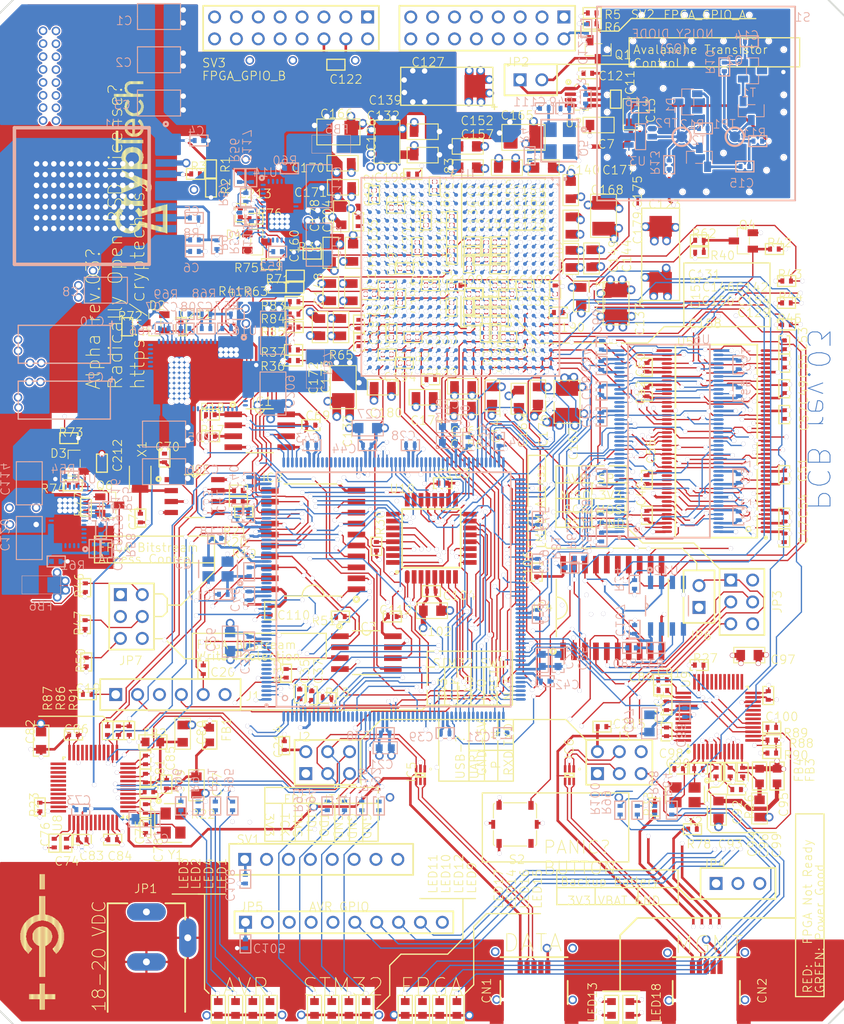
<source format=kicad_pcb>
(kicad_pcb (version 4) (host pcbnew 4.0.2+dfsg1-stable)

  (general
    (links 1412)
    (no_connects 81)
    (area -32.294113 -104.250001 148.466654 54.64848)
    (thickness 1.6)
    (drawings 7054)
    (tracks 9335)
    (zones 0)
    (modules 385)
    (nets 303)
  )

  (page A4)
  (layers
    (0 F.Cu signal hide)
    (1 In1.Cu power hide)
    (2 In2.Cu mixed)
    (3 In3.Cu power hide)
    (4 In4.Cu power hide)
    (5 In5.Cu signal hide)
    (6 In6.Cu power hide)
    (31 B.Cu signal hide)
    (32 B.Adhes user hide)
    (33 F.Adhes user hide)
    (34 B.Paste user)
    (35 F.Paste user)
    (36 B.SilkS user hide)
    (37 F.SilkS user hide)
    (38 B.Mask user)
    (39 F.Mask user)
    (40 Dwgs.User user hide)
    (41 Cmts.User user hide)
    (42 Eco1.User user hide)
    (43 Eco2.User user hide)
    (44 Edge.Cuts user hide)
    (45 Margin user hide)
    (46 B.CrtYd user hide)
    (47 F.CrtYd user hide)
    (48 B.Fab user hide)
    (49 F.Fab user hide)
  )

  (setup
    (last_trace_width 0.254)
    (trace_clearance 0.15)
    (zone_clearance 0.0144)
    (zone_45_only no)
    (trace_min 0.15)
    (segment_width 0.2)
    (edge_width 0.1)
    (via_size 0.889)
    (via_drill 0.635)
    (via_min_size 0.889)
    (via_min_drill 0.508)
    (uvia_size 0.508)
    (uvia_drill 0.127)
    (uvias_allowed yes)
    (uvia_min_size 0.5)
    (uvia_min_drill 0.127)
    (pcb_text_width 0.3)
    (pcb_text_size 1.5 1.5)
    (mod_edge_width 0.15)
    (mod_text_size 1 1)
    (mod_text_width 0.15)
    (pad_size 2.000001 4.500001)
    (pad_drill 0.800001)
    (pad_to_mask_clearance 0)
    (aux_axis_origin 0 0)
    (visible_elements 7FFCCE1F)
    (pcbplotparams
      (layerselection 0x00030_80000001)
      (usegerberextensions false)
      (excludeedgelayer true)
      (linewidth 0.100000)
      (plotframeref false)
      (viasonmask false)
      (mode 1)
      (useauxorigin false)
      (hpglpennumber 1)
      (hpglpenspeed 20)
      (hpglpendiameter 15)
      (hpglpenoverlay 2)
      (psnegative false)
      (psa4output false)
      (plotreference true)
      (plotvalue true)
      (plotinvisibletext false)
      (padsonsilk false)
      (subtractmaskfromsilk false)
      (outputformat 1)
      (mirror false)
      (drillshape 0)
      (scaleselection 1)
      (outputdirectory GerberOutput/))
  )

  (net 0 "")
  (net 1 DM_P)
  (net 2 DM_N)
  (net 3 3V3_BATT)
  (net 4 15V_LDO_ENABLE)
  (net 5 15V_STABLE)
  (net 6 GND)
  (net 7 NetC15_2)
  (net 8 AMPLIFIED)
  (net 9 ARM_FPGA_CFG_CS_N)
  (net 10 ARM_FPGA_CFG_MISO)
  (net 11 ARM_FPGA_CFG_MOSI)
  (net 12 ARM_FPGA_CFG_SCLK)
  (net 13 ARM_LED1)
  (net 14 ARM_LED2)
  (net 15 ARM_LED3)
  (net 16 ARM_LED4)
  (net 17 AVR_GPIO_0)
  (net 18 AVR_GPIO_1)
  (net 19 AVR_GPIO_2)
  (net 20 AVR_GPIO_3)
  (net 21 AVR_GPIO_4)
  (net 22 AVR_GPIO_5)
  (net 23 AVR_GPIO_6)
  (net 24 AVR_GPIO_7)
  (net 25 AVR_GPIO_ARM_0)
  (net 26 AVR_GPIO_ARM_1)
  (net 27 AVR_GPIO_ARM_2)
  (net 28 AVR_GPIO_ARM_3)
  (net 29 AVR_GPIO_FPGA_0)
  (net 30 AVR_GPIO_FPGA_1)
  (net 31 AVR_GPIO_FPGA_2)
  (net 32 AVR_GPIO_FPGA_3)
  (net 33 AVR_LED1)
  (net 34 AVR_LED2)
  (net 35 AVR_LED3)
  (net 36 AVR_LED4)
  (net 37 AVR_PANIC)
  (net 38 AVR_RESET)
  (net 39 BOOT0)
  (net 40 D1_N)
  (net 41 D1_P)
  (net 42 DIGITIZED_NOISE)
  (net 43 FMC_A0)
  (net 44 FMC_A1)
  (net 45 FMC_A2)
  (net 46 FMC_A3)
  (net 47 FMC_A4)
  (net 48 FMC_A5)
  (net 49 FMC_A6)
  (net 50 FMC_A7)
  (net 51 FMC_A8)
  (net 52 FMC_A9)
  (net 53 FMC_A10)
  (net 54 FMC_A11)
  (net 55 FMC_A12)
  (net 56 FMC_A13)
  (net 57 FMC_A14)
  (net 58 FMC_A15)
  (net 59 FMC_A16)
  (net 60 FMC_A17)
  (net 61 FMC_A18)
  (net 62 FMC_A19)
  (net 63 FMC_A20)
  (net 64 FMC_A21)
  (net 65 FMC_A22)
  (net 66 FMC_A23)
  (net 67 FMC_A24)
  (net 68 FMC_A25)
  (net 69 FMC_CLK)
  (net 70 FMC_D0)
  (net 71 FMC_D1)
  (net 72 FMC_D2)
  (net 73 FMC_D3)
  (net 74 FMC_D4)
  (net 75 FMC_D5)
  (net 76 FMC_D6)
  (net 77 FMC_D7)
  (net 78 FMC_D8)
  (net 79 FMC_D9)
  (net 80 FMC_D10)
  (net 81 FMC_D11)
  (net 82 FMC_D12)
  (net 83 FMC_D13)
  (net 84 FMC_D14)
  (net 85 FMC_D15)
  (net 86 FMC_D16)
  (net 87 FMC_D17)
  (net 88 FMC_D18)
  (net 89 FMC_D19)
  (net 90 FMC_D20)
  (net 91 FMC_D21)
  (net 92 FMC_D22)
  (net 93 FMC_D23)
  (net 94 FMC_D24)
  (net 95 FMC_D25)
  (net 96 FMC_D26)
  (net 97 FMC_D27)
  (net 98 FMC_D28)
  (net 99 FMC_D29)
  (net 100 FMC_D30)
  (net 101 FMC_D31)
  (net 102 FMC_NBL0)
  (net 103 FMC_NBL1)
  (net 104 FMC_NBL2)
  (net 105 FMC_NBL3)
  (net 106 FMC_NE1)
  (net 107 FMC_NL)
  (net 108 FMC_NOE)
  (net 109 FMC_NWAIT)
  (net 110 FMC_NWE)
  (net 111 FMC_SDCKE0)
  (net 112 FMC_SDCKE1)
  (net 113 FMC_SDCLK)
  (net 114 FMC_SDNCAS)
  (net 115 FMC_SDNE0)
  (net 116 FMC_SDNE1)
  (net 117 FMC_SDNRAS)
  (net 118 FMC_SDNWE)
  (net 119 FPGA_CFG_CS_N1)
  (net 120 FPGA_CFG_CS_N)
  (net 121 FPGA_CFG_CTRL_ARM_ENA)
  (net 122 FPGA_CFG_CTRL_FPGA_DIS)
  (net 123 FPGA_CFG_MISO1)
  (net 124 FPGA_CFG_MISO)
  (net 125 FPGA_CFG_MOSI1)
  (net 126 FPGA_CFG_MOSI)
  (net 127 FPGA_CFG_SCLK1)
  (net 128 FPGA_CFG_SCLK)
  (net 129 FPGA_DONE_INT)
  (net 130 FPGA_DONE)
  (net 131 FPGA_ENTROPY_DISABLE)
  (net 132 FPGA_GCLK)
  (net 133 FPGA_GPIO_A_0)
  (net 134 FPGA_GPIO_A_1)
  (net 135 FPGA_GPIO_A_2)
  (net 136 FPGA_GPIO_A_3)
  (net 137 FPGA_GPIO_A_4)
  (net 138 FPGA_GPIO_A_5)
  (net 139 FPGA_GPIO_A_6)
  (net 140 FPGA_GPIO_A_7)
  (net 141 FPGA_GPIO_B_0)
  (net 142 FPGA_GPIO_B_1)
  (net 143 FPGA_GPIO_B_2)
  (net 144 FPGA_GPIO_B_3)
  (net 145 FPGA_GPIO_B_4)
  (net 146 FPGA_GPIO_B_5)
  (net 147 FPGA_GPIO_B_6)
  (net 148 FPGA_GPIO_B_7)
  (net 149 FPGA_GPIO_LED_0)
  (net 150 FPGA_GPIO_LED_1)
  (net 151 FPGA_GPIO_LED_2)
  (net 152 FPGA_GPIO_LED_3)
  (net 153 FPGA_INIT_B_INT1)
  (net 154 FPGA_INIT_B_INT)
  (net 155 FPGA_INIT_B)
  (net 156 FPGA_IRQ_N_0)
  (net 157 FPGA_IRQ_N_1)
  (net 158 FPGA_IRQ_N_2)
  (net 159 FPGA_IRQ_N_3)
  (net 160 FPGA_JTAG_TCK)
  (net 161 FPGA_JTAG_TDI)
  (net 162 FPGA_JTAG_TDO)
  (net 163 FPGA_JTAG_TMS)
  (net 164 FPGA_M0)
  (net 165 FPGA_M1)
  (net 166 FPGA_M2)
  (net 167 FPGA_PROGRAM_B1)
  (net 168 FPGA_PROGRAM_B)
  (net 169 FPGA_PROM_CS_N)
  (net 170 FPGA_PROM_MISO)
  (net 171 FPGA_PROM_MOSI)
  (net 172 FPGA_PROM_SCLK)
  (net 173 FPGA_PROM_W_N)
  (net 174 FPGA_VCCAUX_1V8)
  (net 175 FPGA_VCCINT_1V0)
  (net 176 FT_CTS)
  (net 177 FT_DTR)
  (net 178 FT_MGMT_CTS)
  (net 179 FT_MGMT_DTR)
  (net 180 FT_MGMT_RTS)
  (net 181 FT_MGMT_RXD1)
  (net 182 FT_MGMT_RXD)
  (net 183 FT_MGMT_TXD1)
  (net 184 FT_MGMT_TXD)
  (net 185 FT_MGMT_VCC3V3)
  (net 186 FT_MGMT_VPHY)
  (net 187 FT_MGMT_VPLL)
  (net 188 FT_MGMT_VREGIN)
  (net 189 FT_REF1)
  (net 190 FT_REF)
  (net 191 FT_RESET1)
  (net 192 FT_RESET)
  (net 193 FT_RTS)
  (net 194 FT_RXD1)
  (net 195 FT_RXD)
  (net 196 FT_TXD1)
  (net 197 FT_TXD)
  (net 198 FT_VCC3V3)
  (net 199 FT_VCCA1)
  (net 200 FT_VCCA)
  (net 201 FT_VCCORE1)
  (net 202 FT_VCCORE)
  (net 203 FT_VPHY)
  (net 204 FT_VPLL)
  (net 205 FT_VREGIN)
  (net 206 KSM_PROM_CS_N)
  (net 207 KSM_PROM_MISO)
  (net 208 KSM_PROM_MOSI)
  (net 209 KSM_PROM_SCLK)
  (net 210 MKM_AVR_CS_N)
  (net 211 MKM_AVR_MISO)
  (net 212 MKM_AVR_MOSI)
  (net 213 MKM_AVR_SCK)
  (net 214 MKM_CONTROL_AVR_ENA)
  (net 215 MKM_CONTROL_FPGA_DIS)
  (net 216 MKM_CS_N)
  (net 217 MKM_FPGA_CS_N)
  (net 218 MKM_FPGA_MISO)
  (net 219 MKM_FPGA_MOSI)
  (net 220 MKM_FPGA_SCK)
  (net 221 MKM_MISO)
  (net 222 MKM_MOSI)
  (net 223 MKM_SCK)
  (net 224 NetC5_1)
  (net 225 NetC11_1)
  (net 226 NetC12_2)
  (net 227 NetC17_2)
  (net 228 NetC70_2)
  (net 229 NetC71_2)
  (net 230 NetC75_2)
  (net 231 NetC78_2)
  (net 232 NetC90_2)
  (net 233 NetC93_2)
  (net 234 NetC115_1)
  (net 235 NetC116_1)
  (net 236 NetC117_1)
  (net 237 NetC117_2)
  (net 238 NetC118_1)
  (net 239 NetC118_2)
  (net 240 NetC207_1)
  (net 241 NetC208_1)
  (net 242 NetC208_2)
  (net 243 NetIC1_3)
  (net 244 NetJP2_2)
  (net 245 NetLED1_1)
  (net 246 NetLED2_1)
  (net 247 NetLED3_1)
  (net 248 NetLED4_1)
  (net 249 NetLED9_1)
  (net 250 NetLED10_1)
  (net 251 NetLED11_1)
  (net 252 NetLED12_1)
  (net 253 NetLED13_1)
  (net 254 NetLED14_1)
  (net 255 NetLED15_1)
  (net 256 NetLED16_1)
  (net 257 NetLED17_1)
  (net 258 NetLED18_1)
  (net 259 NetLED18_2)
  (net 260 NetQ1_1)
  (net 261 NetQ5_1)
  (net 262 NetQ5_3)
  (net 263 NetR1_1)
  (net 264 NetR3_2)
  (net 265 NetR8_1)
  (net 266 NetR32_2)
  (net 267 NetR33_2)
  (net 268 NetR52_1)
  (net 269 NetR53_2)
  (net 270 NetR54_1)
  (net 271 NetR55_2)
  (net 272 NetR65_1)
  (net 273 NetR66_1)
  (net 274 NetR67_1)
  (net 275 NOISE_IN)
  (net 276 NOISE_OUT)
  (net 277 NRST)
  (net 278 OSC_IN)
  (net 279 OSC_OUT)
  (net 280 POK_VCCAUX)
  (net 281 POK_VCCINT)
  (net 282 POK_VCCO)
  (net 283 PWR_18V)
  (net 284 PWR_ENA_VCCAUX)
  (net 285 PWR_ENA_VCCINT)
  (net 286 PWR_ENA_VCCO)
  (net 287 RAW_NOISE)
  (net 288 RTC_MFP)
  (net 289 RTC_SCL)
  (net 290 RTC_SDA)
  (net 291 SPI_A_TRISTATE)
  (net 292 SPI_B_TRISTATE)
  (net 293 SWDCLK)
  (net 294 SWDIO)
  (net 295 USB_MGMT_N)
  (net 296 USB_MGMT_P)
  (net 297 USB_N)
  (net 298 USB_P)
  (net 299 VCAP1)
  (net 300 VCAP2)
  (net 301 VCC_5V0)
  (net 302 VCCO_3V3)

  (net_class Default "This is the default net class."
    (clearance 0.15)
    (trace_width 0.254)
    (via_dia 0.889)
    (via_drill 0.635)
    (uvia_dia 0.508)
    (uvia_drill 0.127)
    (add_net 15V_LDO_ENABLE)
    (add_net 15V_STABLE)
    (add_net 3V3_BATT)
    (add_net AMPLIFIED)
    (add_net ARM_FPGA_CFG_CS_N)
    (add_net ARM_FPGA_CFG_MISO)
    (add_net ARM_FPGA_CFG_MOSI)
    (add_net ARM_FPGA_CFG_SCLK)
    (add_net ARM_LED1)
    (add_net ARM_LED2)
    (add_net ARM_LED3)
    (add_net ARM_LED4)
    (add_net AVR_GPIO_0)
    (add_net AVR_GPIO_1)
    (add_net AVR_GPIO_2)
    (add_net AVR_GPIO_3)
    (add_net AVR_GPIO_4)
    (add_net AVR_GPIO_5)
    (add_net AVR_GPIO_6)
    (add_net AVR_GPIO_7)
    (add_net AVR_GPIO_ARM_0)
    (add_net AVR_GPIO_ARM_1)
    (add_net AVR_GPIO_ARM_2)
    (add_net AVR_GPIO_ARM_3)
    (add_net AVR_GPIO_FPGA_0)
    (add_net AVR_GPIO_FPGA_1)
    (add_net AVR_GPIO_FPGA_2)
    (add_net AVR_GPIO_FPGA_3)
    (add_net AVR_LED1)
    (add_net AVR_LED2)
    (add_net AVR_LED3)
    (add_net AVR_LED4)
    (add_net AVR_PANIC)
    (add_net AVR_RESET)
    (add_net BOOT0)
    (add_net DIGITIZED_NOISE)
    (add_net FPGA_CFG_CS_N)
    (add_net FPGA_CFG_CS_N1)
    (add_net FPGA_CFG_CTRL_ARM_ENA)
    (add_net FPGA_CFG_CTRL_FPGA_DIS)
    (add_net FPGA_CFG_MISO)
    (add_net FPGA_CFG_MISO1)
    (add_net FPGA_CFG_MOSI)
    (add_net FPGA_CFG_MOSI1)
    (add_net FPGA_CFG_SCLK)
    (add_net FPGA_CFG_SCLK1)
    (add_net FPGA_DONE)
    (add_net FPGA_DONE_INT)
    (add_net FPGA_ENTROPY_DISABLE)
    (add_net FPGA_GCLK)
    (add_net FPGA_GPIO_LED_0)
    (add_net FPGA_GPIO_LED_1)
    (add_net FPGA_GPIO_LED_2)
    (add_net FPGA_GPIO_LED_3)
    (add_net FPGA_INIT_B)
    (add_net FPGA_INIT_B_INT)
    (add_net FPGA_INIT_B_INT1)
    (add_net FPGA_IRQ_N_0)
    (add_net FPGA_IRQ_N_1)
    (add_net FPGA_IRQ_N_2)
    (add_net FPGA_IRQ_N_3)
    (add_net FPGA_JTAG_TCK)
    (add_net FPGA_JTAG_TDI)
    (add_net FPGA_JTAG_TDO)
    (add_net FPGA_JTAG_TMS)
    (add_net FPGA_M0)
    (add_net FPGA_M1)
    (add_net FPGA_M2)
    (add_net FPGA_PROGRAM_B)
    (add_net FPGA_PROGRAM_B1)
    (add_net FPGA_PROM_CS_N)
    (add_net FPGA_PROM_MISO)
    (add_net FPGA_PROM_MOSI)
    (add_net FPGA_PROM_SCLK)
    (add_net FPGA_PROM_W_N)
    (add_net FPGA_VCCAUX_1V8)
    (add_net FPGA_VCCINT_1V0)
    (add_net FT_CTS)
    (add_net FT_DTR)
    (add_net FT_MGMT_CTS)
    (add_net FT_MGMT_DTR)
    (add_net FT_MGMT_RTS)
    (add_net FT_MGMT_RXD)
    (add_net FT_MGMT_RXD1)
    (add_net FT_MGMT_TXD)
    (add_net FT_MGMT_TXD1)
    (add_net FT_MGMT_VCC3V3)
    (add_net FT_MGMT_VPHY)
    (add_net FT_MGMT_VPLL)
    (add_net FT_MGMT_VREGIN)
    (add_net FT_REF)
    (add_net FT_REF1)
    (add_net FT_RESET)
    (add_net FT_RESET1)
    (add_net FT_RTS)
    (add_net FT_RXD)
    (add_net FT_RXD1)
    (add_net FT_TXD)
    (add_net FT_TXD1)
    (add_net FT_VCC3V3)
    (add_net FT_VCCA)
    (add_net FT_VCCA1)
    (add_net FT_VCCORE)
    (add_net FT_VCCORE1)
    (add_net FT_VPHY)
    (add_net FT_VPLL)
    (add_net FT_VREGIN)
    (add_net GND)
    (add_net KSM_PROM_CS_N)
    (add_net KSM_PROM_MISO)
    (add_net KSM_PROM_MOSI)
    (add_net KSM_PROM_SCLK)
    (add_net MKM_AVR_CS_N)
    (add_net MKM_AVR_MISO)
    (add_net MKM_AVR_MOSI)
    (add_net MKM_AVR_SCK)
    (add_net MKM_CONTROL_AVR_ENA)
    (add_net MKM_CONTROL_FPGA_DIS)
    (add_net MKM_CS_N)
    (add_net MKM_FPGA_CS_N)
    (add_net MKM_FPGA_MISO)
    (add_net MKM_FPGA_MOSI)
    (add_net MKM_FPGA_SCK)
    (add_net MKM_MISO)
    (add_net MKM_MOSI)
    (add_net MKM_SCK)
    (add_net NOISE_IN)
    (add_net NOISE_OUT)
    (add_net NRST)
    (add_net NetC115_1)
    (add_net NetC116_1)
    (add_net NetC117_1)
    (add_net NetC117_2)
    (add_net NetC118_1)
    (add_net NetC118_2)
    (add_net NetC11_1)
    (add_net NetC12_2)
    (add_net NetC15_2)
    (add_net NetC17_2)
    (add_net NetC207_1)
    (add_net NetC208_1)
    (add_net NetC208_2)
    (add_net NetC5_1)
    (add_net NetC70_2)
    (add_net NetC71_2)
    (add_net NetC75_2)
    (add_net NetC78_2)
    (add_net NetC90_2)
    (add_net NetC93_2)
    (add_net NetIC1_3)
    (add_net NetJP2_2)
    (add_net NetLED10_1)
    (add_net NetLED11_1)
    (add_net NetLED12_1)
    (add_net NetLED13_1)
    (add_net NetLED14_1)
    (add_net NetLED15_1)
    (add_net NetLED16_1)
    (add_net NetLED17_1)
    (add_net NetLED18_1)
    (add_net NetLED18_2)
    (add_net NetLED1_1)
    (add_net NetLED2_1)
    (add_net NetLED3_1)
    (add_net NetLED4_1)
    (add_net NetLED9_1)
    (add_net NetQ1_1)
    (add_net NetQ5_1)
    (add_net NetQ5_3)
    (add_net NetR1_1)
    (add_net NetR32_2)
    (add_net NetR33_2)
    (add_net NetR3_2)
    (add_net NetR52_1)
    (add_net NetR53_2)
    (add_net NetR54_1)
    (add_net NetR55_2)
    (add_net NetR65_1)
    (add_net NetR66_1)
    (add_net NetR67_1)
    (add_net NetR8_1)
    (add_net OSC_IN)
    (add_net OSC_OUT)
    (add_net POK_VCCAUX)
    (add_net POK_VCCINT)
    (add_net POK_VCCO)
    (add_net PWR_18V)
    (add_net PWR_ENA_VCCAUX)
    (add_net PWR_ENA_VCCINT)
    (add_net PWR_ENA_VCCO)
    (add_net RAW_NOISE)
    (add_net RTC_MFP)
    (add_net RTC_SCL)
    (add_net RTC_SDA)
    (add_net SPI_A_TRISTATE)
    (add_net SPI_B_TRISTATE)
    (add_net SWDCLK)
    (add_net SWDIO)
    (add_net VCAP1)
    (add_net VCAP2)
    (add_net VCCO_3V3)
    (add_net VCC_5V0)
  )

  (net_class FMC FMC
    (clearance 0.15)
    (trace_width 0.254)
    (via_dia 0.889)
    (via_drill 0.635)
    (uvia_dia 0.508)
    (uvia_drill 0.127)
    (add_net FMC_A0)
    (add_net FMC_A1)
    (add_net FMC_A10)
    (add_net FMC_A11)
    (add_net FMC_A12)
    (add_net FMC_A13)
    (add_net FMC_A14)
    (add_net FMC_A15)
    (add_net FMC_A16)
    (add_net FMC_A17)
    (add_net FMC_A18)
    (add_net FMC_A19)
    (add_net FMC_A2)
    (add_net FMC_A20)
    (add_net FMC_A21)
    (add_net FMC_A22)
    (add_net FMC_A23)
    (add_net FMC_A24)
    (add_net FMC_A25)
    (add_net FMC_A3)
    (add_net FMC_A4)
    (add_net FMC_A5)
    (add_net FMC_A6)
    (add_net FMC_A7)
    (add_net FMC_A8)
    (add_net FMC_A9)
    (add_net FMC_CLK)
    (add_net FMC_D0)
    (add_net FMC_D1)
    (add_net FMC_D10)
    (add_net FMC_D11)
    (add_net FMC_D12)
    (add_net FMC_D13)
    (add_net FMC_D14)
    (add_net FMC_D15)
    (add_net FMC_D16)
    (add_net FMC_D17)
    (add_net FMC_D18)
    (add_net FMC_D19)
    (add_net FMC_D2)
    (add_net FMC_D20)
    (add_net FMC_D21)
    (add_net FMC_D22)
    (add_net FMC_D23)
    (add_net FMC_D24)
    (add_net FMC_D25)
    (add_net FMC_D26)
    (add_net FMC_D27)
    (add_net FMC_D28)
    (add_net FMC_D29)
    (add_net FMC_D3)
    (add_net FMC_D30)
    (add_net FMC_D31)
    (add_net FMC_D4)
    (add_net FMC_D5)
    (add_net FMC_D6)
    (add_net FMC_D7)
    (add_net FMC_D8)
    (add_net FMC_D9)
    (add_net FMC_NBL0)
    (add_net FMC_NBL1)
    (add_net FMC_NBL2)
    (add_net FMC_NBL3)
    (add_net FMC_NE1)
    (add_net FMC_NL)
    (add_net FMC_NOE)
    (add_net FMC_NWAIT)
    (add_net FMC_NWE)
    (add_net FMC_SDCKE0)
    (add_net FMC_SDCKE1)
    (add_net FMC_SDCLK)
    (add_net FMC_SDNCAS)
    (add_net FMC_SDNE0)
    (add_net FMC_SDNE1)
    (add_net FMC_SDNRAS)
    (add_net FMC_SDNWE)
  )

  (net_class FPGA_GPIO FPGA_GPIO
    (clearance 0.15)
    (trace_width 0.254)
    (via_dia 0.889)
    (via_drill 0.635)
    (uvia_dia 0.508)
    (uvia_drill 0.127)
    (add_net FPGA_GPIO_A_0)
    (add_net FPGA_GPIO_A_1)
    (add_net FPGA_GPIO_A_2)
    (add_net FPGA_GPIO_A_3)
    (add_net FPGA_GPIO_A_4)
    (add_net FPGA_GPIO_A_5)
    (add_net FPGA_GPIO_A_6)
    (add_net FPGA_GPIO_A_7)
    (add_net FPGA_GPIO_B_0)
    (add_net FPGA_GPIO_B_1)
    (add_net FPGA_GPIO_B_2)
    (add_net FPGA_GPIO_B_3)
    (add_net FPGA_GPIO_B_4)
    (add_net FPGA_GPIO_B_5)
    (add_net FPGA_GPIO_B_6)
    (add_net FPGA_GPIO_B_7)
  )

  (net_class USB USB
    (clearance 0.15)
    (trace_width 0.254)
    (via_dia 0.889)
    (via_drill 0.635)
    (uvia_dia 0.508)
    (uvia_drill 0.127)
    (add_net D1_N)
    (add_net D1_P)
    (add_net DM_N)
    (add_net DM_P)
    (add_net USB_MGMT_N)
    (add_net USB_MGMT_P)
    (add_net USB_N)
    (add_net USB_P)
  )

  (module HDR1X10 (layer F.Cu) (tedit 4289BEAB) (tstamp 539EEDBF)
    (at 31.5 6.000001)
    (path /539EEC0F)
    (attr smd)
    (fp_text reference JP5 (at 0 0) (layer F.SilkS) hide
      (effects (font (thickness 0.05)))
    )
    (fp_text value "Connector; Header; 10 Position" (at 0 0) (layer F.SilkS) hide
      (effects (font (thickness 0.05)))
    )
    (pad 3 thru_hole circle (at 5.08 0) (size 1.5 1.5) (drill 1) (layers *.Cu *.Paste *.Mask)
      (net 18 AVR_GPIO_1))
    (pad 10 thru_hole circle (at 22.86 0) (size 1.5 1.5) (drill 1) (layers *.Cu *.Paste *.Mask)
      (net 6 GND))
    (pad 9 thru_hole circle (at 20.32 0) (size 1.5 1.5) (drill 1) (layers *.Cu *.Paste *.Mask)
      (net 24 AVR_GPIO_7))
    (pad 8 thru_hole circle (at 17.78 0) (size 1.5 1.5) (drill 1) (layers *.Cu *.Paste *.Mask)
      (net 23 AVR_GPIO_6))
    (pad 7 thru_hole circle (at 15.24 0) (size 1.5 1.5) (drill 1) (layers *.Cu *.Paste *.Mask)
      (net 22 AVR_GPIO_5))
    (pad 6 thru_hole circle (at 12.7 0) (size 1.5 1.5) (drill 1) (layers *.Cu *.Paste *.Mask)
      (net 21 AVR_GPIO_4))
    (pad 5 thru_hole circle (at 10.16 0) (size 1.5 1.5) (drill 1) (layers *.Cu *.Paste *.Mask)
      (net 20 AVR_GPIO_3))
    (pad 4 thru_hole circle (at 7.62 0) (size 1.5 1.5) (drill 1) (layers *.Cu *.Paste *.Mask)
      (net 19 AVR_GPIO_2))
    (pad 2 thru_hole circle (at 2.54 0) (size 1.5 1.5) (drill 1) (layers *.Cu *.Paste *.Mask)
      (net 17 AVR_GPIO_0))
    (pad 1 thru_hole rect (at 0 0) (size 1.5 1.5) (drill 1) (layers *.Cu *.Paste *.Mask)
      (net 302 VCCO_3V3))
  )

  (module PLS-2 (layer F.Cu) (tedit 4289BEAB) (tstamp 539EEDBF)
    (at 84.160746 -31.8)
    (path /539EEC0F)
    (attr smd)
    (fp_text reference JP6 (at 0 0) (layer F.SilkS) hide
      (effects (font (thickness 0.05)))
    )
    (fp_text value "" (at 0 0) (layer F.SilkS) hide
      (effects (font (thickness 0.05)))
    )
    (pad 1 thru_hole rect (at 0 1.27 90) (size 1.5 1.5) (drill 1) (layers *.Cu *.Paste *.Mask)
      (net 6 GND))
    (pad 2 thru_hole circle (at 0 -1.27 90) (size 1.5 1.5) (drill 1) (layers *.Cu *.Paste *.Mask)
      (net 211 MKM_AVR_MISO))
    (model /home/ft/work/cryptech/official/user/ft/alpha_to_kicad/rev03-Altium/wrlshp/3416A7AC-A52A.wrl
      (at (xyz 0 0 0))
      (scale (xyz 1 1 1))
      (rotate (xyz 0 0 180))
    )
  )

  (module C_1210 (layer B.Cu) (tedit 4289BEAB) (tstamp 539EEDBF)
    (at 21.463 -99.0854)
    (path /539EEC0F)
    (attr smd)
    (fp_text reference C1 (at 0 0) (layer F.SilkS) hide
      (effects (font (thickness 0.05)))
    )
    (fp_text value "" (at 0 0) (layer F.SilkS) hide
      (effects (font (thickness 0.05)))
    )
    (pad 2 smd rect (at 1.5 0) (size 1.599999 2.6) (layers B.Cu B.Paste B.Mask)
      (net 6 GND))
    (pad 1 smd rect (at -1.5 0) (size 1.599999 2.6) (layers B.Cu B.Paste B.Mask)
      (net 283 PWR_18V))
    (model /home/ft/work/cryptech/official/user/ft/alpha_to_kicad/rev03-Altium/wrlshp/F26EE9BE-B6B0.wrl
      (at (xyz 0 0 0))
      (scale (xyz 1 1 1))
      (rotate (xyz 0 0 360))
    )
  )

  (module C_1210 (layer B.Cu) (tedit 4289BEAB) (tstamp 539EEDBF)
    (at 21.463 -94.0689)
    (path /539EEC0F)
    (attr smd)
    (fp_text reference C2 (at 0 0) (layer F.SilkS) hide
      (effects (font (thickness 0.05)))
    )
    (fp_text value "" (at 0 0) (layer F.SilkS) hide
      (effects (font (thickness 0.05)))
    )
    (pad 1 smd rect (at -1.5 0) (size 1.599999 2.6) (layers B.Cu B.Paste B.Mask)
      (net 283 PWR_18V))
    (pad 2 smd rect (at 1.5 0) (size 1.599999 2.6) (layers B.Cu B.Paste B.Mask)
      (net 6 GND))
    (model /home/ft/work/cryptech/official/user/ft/alpha_to_kicad/rev03-Altium/wrlshp/F26EE9BE-B6B0.wrl
      (at (xyz 0 0 0))
      (scale (xyz 1 1 1))
      (rotate (xyz 0 0 360))
    )
  )

  (module C_1210 (layer B.Cu) (tedit 4289BEAB) (tstamp 539EEDBF)
    (at 21.463 -89.0524)
    (path /539EEC0F)
    (attr smd)
    (fp_text reference C3 (at 0 0) (layer F.SilkS) hide
      (effects (font (thickness 0.05)))
    )
    (fp_text value "" (at 0 0) (layer F.SilkS) hide
      (effects (font (thickness 0.05)))
    )
    (pad 2 smd rect (at 1.5 0) (size 1.599999 2.6) (layers B.Cu B.Paste B.Mask)
      (net 6 GND))
    (pad 1 smd rect (at -1.5 0) (size 1.599999 2.6) (layers B.Cu B.Paste B.Mask)
      (net 283 PWR_18V))
    (model /home/ft/work/cryptech/official/user/ft/alpha_to_kicad/rev03-Altium/wrlshp/F26EE9BE-B6B0.wrl
      (at (xyz 0 0 0))
      (scale (xyz 1 1 1))
      (rotate (xyz 0 0 360))
    )
  )

  (module C_0402 (layer B.Cu) (tedit 4289BEAB) (tstamp 539EEDBF)
    (at 26.100001 -84.700001)
    (path /539EEC0F)
    (attr smd)
    (fp_text reference C4 (at 0 0) (layer F.SilkS) hide
      (effects (font (thickness 0.05)))
    )
    (fp_text value "" (at 0 0) (layer F.SilkS) hide
      (effects (font (thickness 0.05)))
    )
    (pad 1 smd rect (at -0.5 0) (size 0.45 0.6) (layers B.Cu B.Paste B.Mask)
      (net 283 PWR_18V))
    (pad 2 smd rect (at 0.5 0) (size 0.45 0.6) (layers B.Cu B.Paste B.Mask)
      (net 6 GND))
    (model /home/ft/work/cryptech/official/user/ft/alpha_to_kicad/rev03-Altium/wrlshp/ECAF1ED8-FCC0.wrl
      (at (xyz 0 0 0))
      (scale (xyz 1 1 1))
      (rotate (xyz 0 0 360))
    )
  )

  (module C_0402 (layer B.Cu) (tedit 4289BEAB) (tstamp 539EEDBF)
    (at 25.55 -75.725)
    (path /539EEC0F)
    (attr smd)
    (fp_text reference C5 (at 0 0) (layer F.SilkS) hide
      (effects (font (thickness 0.05)))
    )
    (fp_text value "" (at 0 0) (layer F.SilkS) hide
      (effects (font (thickness 0.05)))
    )
    (pad 2 smd rect (at 0.5 0) (size 0.45 0.6) (layers B.Cu B.Paste B.Mask)
      (net 6 GND))
    (pad 1 smd rect (at -0.5 0) (size 0.45 0.6) (layers B.Cu B.Paste B.Mask)
      (net 224 NetC5_1))
    (model /home/ft/work/cryptech/official/user/ft/alpha_to_kicad/rev03-Altium/wrlshp/ECAF1ED8-FCC0.wrl
      (at (xyz 0 0 0))
      (scale (xyz 1 1 1))
      (rotate (xyz 0 0 360))
    )
  )

  (module C_0402 (layer B.Cu) (tedit 4289BEAB) (tstamp 539EEDBF)
    (at 25.5778 -71.8312)
    (path /539EEC0F)
    (attr smd)
    (fp_text reference C6 (at 0 0) (layer F.SilkS) hide
      (effects (font (thickness 0.05)))
    )
    (fp_text value "" (at 0 0) (layer F.SilkS) hide
      (effects (font (thickness 0.05)))
    )
    (pad 1 smd rect (at -0.5 0) (size 0.45 0.6) (layers B.Cu B.Paste B.Mask)
      (net 301 VCC_5V0))
    (pad 2 smd rect (at 0.5 0) (size 0.45 0.6) (layers B.Cu B.Paste B.Mask)
      (net 6 GND))
    (model /home/ft/work/cryptech/official/user/ft/alpha_to_kicad/rev03-Altium/wrlshp/ECAF1ED8-FCC0.wrl
      (at (xyz 0 0 0))
      (scale (xyz 1 1 1))
      (rotate (xyz 0 0 360))
    )
  )

  (module C_0805 (layer F.Cu) (tedit 4289BEAB) (tstamp 539EEDBF)
    (at 72.5 -86.5)
    (path /539EEC0F)
    (attr smd)
    (fp_text reference C7 (at 0 0) (layer F.SilkS) hide
      (effects (font (thickness 0.05)))
    )
    (fp_text value "" (at 0 0) (layer F.SilkS) hide
      (effects (font (thickness 0.05)))
    )
    (pad 2 smd rect (at -1 0 180) (size 1 1.2) (layers F.Cu F.Paste F.Mask)
      (net 6 GND))
    (pad 1 smd rect (at 1 0 180) (size 1 1.2) (layers F.Cu F.Paste F.Mask)
      (net 283 PWR_18V))
    (model /home/ft/work/cryptech/official/user/ft/alpha_to_kicad/rev03-Altium/wrlshp/68E8DA21-73BF.wrl
      (at (xyz 0 0 0))
      (scale (xyz 1 1 1))
      (rotate (xyz 0 0 0))
    )
  )

  (module C_1210 (layer B.Cu) (tedit 4289BEAB) (tstamp 539EEDBF)
    (at 15.2908 -67.3354)
    (path /539EEC0F)
    (attr smd)
    (fp_text reference C8 (at 0 0) (layer F.SilkS) hide
      (effects (font (thickness 0.05)))
    )
    (fp_text value "" (at 0 0) (layer F.SilkS) hide
      (effects (font (thickness 0.05)))
    )
    (pad 1 smd rect (at 1.5 0 180) (size 1.599999 2.6) (layers B.Cu B.Paste B.Mask)
      (net 301 VCC_5V0))
    (pad 2 smd rect (at -1.5 0 180) (size 1.599999 2.6) (layers B.Cu B.Paste B.Mask)
      (net 6 GND))
    (model /home/ft/work/cryptech/official/user/ft/alpha_to_kicad/rev03-Altium/wrlshp/F26EE9BE-B6B0.wrl
      (at (xyz 0 0 0))
      (scale (xyz 1 1 1))
      (rotate (xyz 0 0 0))
    )
  )

  (module C_D (layer B.Cu) (tedit 4289BEAB) (tstamp 539EEDBF)
    (at 10.4648 -54.5846)
    (path /539EEC0F)
    (attr smd)
    (fp_text reference C9 (at 0 0) (layer F.SilkS) hide
      (effects (font (thickness 0.05)))
    )
    (fp_text value "" (at 0 0) (layer F.SilkS) hide
      (effects (font (thickness 0.05)))
    )
    (pad 1 smd rect (at 3.25 0 180) (size 2.4 2.6) (layers B.Cu B.Paste B.Mask)
      (net 301 VCC_5V0))
    (pad 2 smd rect (at -3.25 0 180) (size 2.4 2.6) (layers B.Cu B.Paste B.Mask)
      (net 6 GND))
    (model /home/ft/work/cryptech/official/user/ft/alpha_to_kicad/rev03-Altium/wrlshp/5917D381-109F.wrl
      (at (xyz 0 0 0))
      (scale (xyz 1 1 1))
      (rotate (xyz 0 0 0))
    )
  )

  (module C_D (layer B.Cu) (tedit 4289BEAB) (tstamp 539EEDBF)
    (at 10.4648 -61.0616)
    (path /539EEC0F)
    (attr smd)
    (fp_text reference C10 (at 0 0) (layer F.SilkS) hide
      (effects (font (thickness 0.05)))
    )
    (fp_text value "" (at 0 0) (layer F.SilkS) hide
      (effects (font (thickness 0.05)))
    )
    (pad 2 smd rect (at -3.25 0 180) (size 2.4 2.6) (layers B.Cu B.Paste B.Mask)
      (net 6 GND))
    (pad 1 smd rect (at 3.25 0 180) (size 2.4 2.6) (layers B.Cu B.Paste B.Mask)
      (net 301 VCC_5V0))
    (model /home/ft/work/cryptech/official/user/ft/alpha_to_kicad/rev03-Altium/wrlshp/5917D381-109F.wrl
      (at (xyz 0 0 0))
      (scale (xyz 1 1 1))
      (rotate (xyz 0 0 0))
    )
  )

  (module C_0402 (layer F.Cu) (tedit 4289BEAB) (tstamp 539EEDBF)
    (at 74.500001 -89.499999)
    (path /539EEC0F)
    (attr smd)
    (fp_text reference C11 (at 0 0) (layer F.SilkS) hide
      (effects (font (thickness 0.05)))
    )
    (fp_text value "" (at 0 0) (layer F.SilkS) hide
      (effects (font (thickness 0.05)))
    )
    (pad 2 smd rect (at 0 0.5 270) (size 0.45 0.6) (layers F.Cu F.Paste F.Mask)
      (net 5 15V_STABLE))
    (pad 1 smd rect (at 0 -0.5 270) (size 0.45 0.6) (layers F.Cu F.Paste F.Mask)
      (net 225 NetC11_1))
    (model /home/ft/work/cryptech/official/user/ft/alpha_to_kicad/rev03-Altium/wrlshp/ECAF1ED8-FCC0.wrl
      (at (xyz 0 0 0))
      (scale (xyz 1 1 1))
      (rotate (xyz 0 0 180))
    )
  )

  (module C_0402 (layer F.Cu) (tedit 4289BEAB) (tstamp 539EEDBF)
    (at 71.25 -92.5)
    (path /539EEC0F)
    (attr smd)
    (fp_text reference C12 (at 0 0) (layer F.SilkS) hide
      (effects (font (thickness 0.05)))
    )
    (fp_text value "" (at 0 0) (layer F.SilkS) hide
      (effects (font (thickness 0.05)))
    )
    (pad 1 smd rect (at -0.5 0) (size 0.45 0.6) (layers F.Cu F.Paste F.Mask)
      (net 6 GND))
    (pad 2 smd rect (at 0.5 0) (size 0.45 0.6) (layers F.Cu F.Paste F.Mask)
      (net 226 NetC12_2))
    (model /home/ft/work/cryptech/official/user/ft/alpha_to_kicad/rev03-Altium/wrlshp/ECAF1ED8-FCC0.wrl
      (at (xyz 0 0 0))
      (scale (xyz 1 1 1))
      (rotate (xyz 0 0 360))
    )
  )

  (module C_0805 (layer F.Cu) (tedit 4289BEAB) (tstamp 539EEDBF)
    (at 76.25 -87.75)
    (path /539EEC0F)
    (attr smd)
    (fp_text reference C13 (at 0 0) (layer F.SilkS) hide
      (effects (font (thickness 0.05)))
    )
    (fp_text value "" (at 0 0) (layer F.SilkS) hide
      (effects (font (thickness 0.05)))
    )
    (pad 1 smd rect (at 0 -1 270) (size 1 1.2) (layers F.Cu F.Paste F.Mask)
      (net 5 15V_STABLE))
    (pad 2 smd rect (at 0 1 270) (size 1 1.2) (layers F.Cu F.Paste F.Mask)
      (net 6 GND))
    (model /home/ft/work/cryptech/official/user/ft/alpha_to_kicad/rev03-Altium/wrlshp/68E8DA21-73BF.wrl
      (at (xyz 0 0 0))
      (scale (xyz 1 1 1))
      (rotate (xyz 0 0 180))
    )
  )

  (module C_0402 (layer B.Cu) (tedit 4289BEAB) (tstamp 539EEDBF)
    (at 89.9922 -96.2152)
    (path /539EEC0F)
    (attr smd)
    (fp_text reference C14 (at 0 0) (layer F.SilkS) hide
      (effects (font (thickness 0.05)))
    )
    (fp_text value "" (at 0 0) (layer F.SilkS) hide
      (effects (font (thickness 0.05)))
    )
    (pad 2 smd rect (at -0.5 0 180) (size 0.45 0.6) (layers B.Cu B.Paste B.Mask)
      (net 275 NOISE_IN))
    (pad 1 smd rect (at 0.5 0 180) (size 0.45 0.6) (layers B.Cu B.Paste B.Mask)
      (net 6 GND))
    (model /home/ft/work/cryptech/official/user/ft/alpha_to_kicad/rev03-Altium/wrlshp/ECAF1ED8-FCC0.wrl
      (at (xyz 0 0 0))
      (scale (xyz 1 1 1))
      (rotate (xyz 0 0 0))
    )
  )

  (module C_0402 (layer B.Cu) (tedit 4289BEAB) (tstamp 539EEDBF)
    (at 89.4842 -81.6864)
    (path /539EEC0F)
    (attr smd)
    (fp_text reference C15 (at 0 0) (layer F.SilkS) hide
      (effects (font (thickness 0.05)))
    )
    (fp_text value "" (at 0 0) (layer F.SilkS) hide
      (effects (font (thickness 0.05)))
    )
    (pad 1 smd rect (at 0.5 0 180) (size 0.45 0.6) (layers B.Cu B.Paste B.Mask)
      (net 287 RAW_NOISE))
    (pad 2 smd rect (at -0.5 0 180) (size 0.45 0.6) (layers B.Cu B.Paste B.Mask)
      (net 7 NetC15_2))
    (model /home/ft/work/cryptech/official/user/ft/alpha_to_kicad/rev03-Altium/wrlshp/ECAF1ED8-FCC0.wrl
      (at (xyz 0 0 0))
      (scale (xyz 1 1 1))
      (rotate (xyz 0 0 0))
    )
  )

  (module C_0402 (layer B.Cu) (tedit 4289BEAB) (tstamp 539EEDBF)
    (at 77.343 -88.5444)
    (path /539EEC0F)
    (attr smd)
    (fp_text reference C16 (at 0 0) (layer F.SilkS) hide
      (effects (font (thickness 0.05)))
    )
    (fp_text value "" (at 0 0) (layer F.SilkS) hide
      (effects (font (thickness 0.05)))
    )
    (pad 2 smd rect (at -0.5 0 180) (size 0.45 0.6) (layers B.Cu B.Paste B.Mask)
      (net 302 VCCO_3V3))
    (pad 1 smd rect (at 0.5 0 180) (size 0.45 0.6) (layers B.Cu B.Paste B.Mask)
      (net 6 GND))
    (model /home/ft/work/cryptech/official/user/ft/alpha_to_kicad/rev03-Altium/wrlshp/ECAF1ED8-FCC0.wrl
      (at (xyz 0 0 0))
      (scale (xyz 1 1 1))
      (rotate (xyz 0 0 0))
    )
  )

  (module C_0402 (layer B.Cu) (tedit 4289BEAB) (tstamp 539EEDBF)
    (at 28.924999 -32.049999)
    (path /539EEC0F)
    (attr smd)
    (fp_text reference C17 (at 0 0) (layer F.SilkS) hide
      (effects (font (thickness 0.05)))
    )
    (fp_text value "" (at 0 0) (layer F.SilkS) hide
      (effects (font (thickness 0.05)))
    )
    (pad 1 smd rect (at -0.5 0) (size 0.45 0.6) (layers B.Cu B.Paste B.Mask)
      (net 6 GND))
    (pad 2 smd rect (at 0.5 0) (size 0.45 0.6) (layers B.Cu B.Paste B.Mask)
      (net 227 NetC17_2))
    (model /home/ft/work/cryptech/official/user/ft/alpha_to_kicad/rev03-Altium/wrlshp/ECAF1ED8-FCC0.wrl
      (at (xyz 0 0 0))
      (scale (xyz 1 1 1))
      (rotate (xyz 0 0 360))
    )
  )

  (module C_0402 (layer B.Cu) (tedit 4289BEAB) (tstamp 539EEDBF)
    (at 28.175001 -38.549999)
    (path /539EEC0F)
    (attr smd)
    (fp_text reference C18 (at 0 0) (layer F.SilkS) hide
      (effects (font (thickness 0.05)))
    )
    (fp_text value "" (at 0 0) (layer F.SilkS) hide
      (effects (font (thickness 0.05)))
    )
    (pad 2 smd rect (at -0.5 0 180) (size 0.45 0.6) (layers B.Cu B.Paste B.Mask)
      (net 279 OSC_OUT))
    (pad 1 smd rect (at 0.5 0 180) (size 0.45 0.6) (layers B.Cu B.Paste B.Mask)
      (net 6 GND))
    (model /home/ft/work/cryptech/official/user/ft/alpha_to_kicad/rev03-Altium/wrlshp/ECAF1ED8-FCC0.wrl
      (at (xyz 0 0 0))
      (scale (xyz 1 1 1))
      (rotate (xyz 0 0 0))
    )
  )

  (module C_0402 (layer F.Cu) (tedit 4289BEAB) (tstamp 539EEDBF)
    (at 13.125 -20.45)
    (path /539EEC0F)
    (attr smd)
    (fp_text reference C19 (at 0 0) (layer F.SilkS) hide
      (effects (font (thickness 0.05)))
    )
    (fp_text value "" (at 0 0) (layer F.SilkS) hide
      (effects (font (thickness 0.05)))
    )
    (pad 1 smd rect (at 0.5 0 180) (size 0.45 0.6) (layers F.Cu F.Paste F.Mask)
      (net 302 VCCO_3V3))
    (pad 2 smd rect (at -0.5 0 180) (size 0.45 0.6) (layers F.Cu F.Paste F.Mask)
      (net 6 GND))
    (model /home/ft/work/cryptech/official/user/ft/alpha_to_kicad/rev03-Altium/wrlshp/ECAF1ED8-FCC0.wrl
      (at (xyz 0 0 0))
      (scale (xyz 1 1 1))
      (rotate (xyz 0 0 0))
    )
  )

  (module C_0402 (layer F.Cu) (tedit 4289BEAB) (tstamp 539EEDBF)
    (at 26.6 -23.299999)
    (path /539EEC0F)
    (attr smd)
    (fp_text reference C20 (at 0 0) (layer F.SilkS) hide
      (effects (font (thickness 0.05)))
    )
    (fp_text value "" (at 0 0) (layer F.SilkS) hide
      (effects (font (thickness 0.05)))
    )
    (pad 2 smd rect (at 0 -0.5 90) (size 0.45 0.6) (layers F.Cu F.Paste F.Mask)
      (net 6 GND))
    (pad 1 smd rect (at 0 0.5 90) (size 0.45 0.6) (layers F.Cu F.Paste F.Mask)
      (net 277 NRST))
    (model /home/ft/work/cryptech/official/user/ft/alpha_to_kicad/rev03-Altium/wrlshp/ECAF1ED8-FCC0.wrl
      (at (xyz 0 0 0))
      (scale (xyz 1 1 1))
      (rotate (xyz 0 0 180))
    )
  )

  (module C_0603 (layer B.Cu) (tedit 4289BEAB) (tstamp 539EEDBF)
    (at 47.7266 -14.2494)
    (path /539EEC0F)
    (attr smd)
    (fp_text reference C21 (at 0 0) (layer F.SilkS) hide
      (effects (font (thickness 0.05)))
    )
    (fp_text value "" (at 0 0) (layer F.SilkS) hide
      (effects (font (thickness 0.05)))
    )
    (pad 2 smd rect (at 0.7 0) (size 0.800001 0.800001) (layers B.Cu B.Paste B.Mask)
      (net 6 GND))
    (pad 1 smd rect (at -0.7 0) (size 0.800001 0.800001) (layers B.Cu B.Paste B.Mask)
      (net 302 VCCO_3V3))
    (model /home/ft/work/cryptech/official/user/ft/alpha_to_kicad/rev03-Altium/wrlshp/175C1D2E-5B2D.wrl
      (at (xyz 0 0 0))
      (scale (xyz 1 1 1))
      (rotate (xyz 0 0 360))
    )
  )

  (module C_0603 (layer B.Cu) (tedit 4289BEAB) (tstamp 539EEDBF)
    (at 55.0672 -51.5112)
    (path /539EEC0F)
    (attr smd)
    (fp_text reference C22 (at 0 0) (layer F.SilkS) hide
      (effects (font (thickness 0.05)))
    )
    (fp_text value "" (at 0 0) (layer F.SilkS) hide
      (effects (font (thickness 0.05)))
    )
    (pad 1 smd rect (at 0.7 0 180) (size 0.800001 0.800001) (layers B.Cu B.Paste B.Mask)
      (net 6 GND))
    (pad 2 smd rect (at -0.7 0 180) (size 0.800001 0.800001) (layers B.Cu B.Paste B.Mask)
      (net 299 VCAP1))
    (model /home/ft/work/cryptech/official/user/ft/alpha_to_kicad/rev03-Altium/wrlshp/175C1D2E-5B2D.wrl
      (at (xyz 0 0 0))
      (scale (xyz 1 1 1))
      (rotate (xyz 0 0 0))
    )
  )

  (module C_0603 (layer B.Cu) (tedit 4289BEAB) (tstamp 539EEDBF)
    (at 55.0672 -49.6824)
    (path /539EEC0F)
    (attr smd)
    (fp_text reference C23 (at 0 0) (layer F.SilkS) hide
      (effects (font (thickness 0.05)))
    )
    (fp_text value "" (at 0 0) (layer F.SilkS) hide
      (effects (font (thickness 0.05)))
    )
    (pad 2 smd rect (at -0.7 0 180) (size 0.800001 0.800001) (layers B.Cu B.Paste B.Mask)
      (net 299 VCAP1))
    (pad 1 smd rect (at 0.7 0 180) (size 0.800001 0.800001) (layers B.Cu B.Paste B.Mask)
      (net 6 GND))
    (model /home/ft/work/cryptech/official/user/ft/alpha_to_kicad/rev03-Altium/wrlshp/175C1D2E-5B2D.wrl
      (at (xyz 0 0 0))
      (scale (xyz 1 1 1))
      (rotate (xyz 0 0 0))
    )
  )

  (module C_0603 (layer B.Cu) (tedit 4289BEAB) (tstamp 539EEDBF)
    (at 65.9638 -24.384)
    (path /539EEC0F)
    (attr smd)
    (fp_text reference C24 (at 0 0) (layer F.SilkS) hide
      (effects (font (thickness 0.05)))
    )
    (fp_text value "" (at 0 0) (layer F.SilkS) hide
      (effects (font (thickness 0.05)))
    )
    (pad 1 smd rect (at 0 0.7 90) (size 0.800001 0.800001) (layers B.Cu B.Paste B.Mask)
      (net 6 GND))
    (pad 2 smd rect (at 0 -0.7 90) (size 0.800001 0.800001) (layers B.Cu B.Paste B.Mask)
      (net 300 VCAP2))
    (model /home/ft/work/cryptech/official/user/ft/alpha_to_kicad/rev03-Altium/wrlshp/175C1D2E-5B2D.wrl
      (at (xyz 0 0 0))
      (scale (xyz 1 1 1))
      (rotate (xyz 0 0 180))
    )
  )

  (module C_0603 (layer B.Cu) (tedit 4289BEAB) (tstamp 539EEDBF)
    (at 67.7926 -24.384)
    (path /539EEC0F)
    (attr smd)
    (fp_text reference C25 (at 0 0) (layer F.SilkS) hide
      (effects (font (thickness 0.05)))
    )
    (fp_text value "" (at 0 0) (layer F.SilkS) hide
      (effects (font (thickness 0.05)))
    )
    (pad 2 smd rect (at 0 -0.7 90) (size 0.800001 0.800001) (layers B.Cu B.Paste B.Mask)
      (net 300 VCAP2))
    (pad 1 smd rect (at 0 0.7 90) (size 0.800001 0.800001) (layers B.Cu B.Paste B.Mask)
      (net 6 GND))
    (model /home/ft/work/cryptech/official/user/ft/alpha_to_kicad/rev03-Altium/wrlshp/175C1D2E-5B2D.wrl
      (at (xyz 0 0 0))
      (scale (xyz 1 1 1))
      (rotate (xyz 0 0 180))
    )
  )

  (module C_0805 (layer B.Cu) (tedit 4289BEAB) (tstamp 539EEDBF)
    (at 29.718 -26.5684)
    (path /539EEC0F)
    (attr smd)
    (fp_text reference C26 (at 0 0) (layer F.SilkS) hide
      (effects (font (thickness 0.05)))
    )
    (fp_text value "" (at 0 0) (layer F.SilkS) hide
      (effects (font (thickness 0.05)))
    )
    (pad 2 smd rect (at 0 1 270) (size 1 1.2) (layers B.Cu B.Paste B.Mask)
      (net 6 GND))
    (pad 1 smd rect (at 0 -1 270) (size 1 1.2) (layers B.Cu B.Paste B.Mask)
      (net 302 VCCO_3V3))
    (model /home/ft/work/cryptech/official/user/ft/alpha_to_kicad/rev03-Altium/wrlshp/68E8DA21-73BF.wrl
      (at (xyz 0 0 0))
      (scale (xyz 1 1 1))
      (rotate (xyz 0 0 180))
    )
  )

  (module C_0805 (layer B.Cu) (tedit 4289BEAB) (tstamp 539EEDBF)
    (at 45.6946 -51.3334)
    (path /539EEC0F)
    (attr smd)
    (fp_text reference C27 (at 0 0) (layer F.SilkS) hide
      (effects (font (thickness 0.05)))
    )
    (fp_text value "" (at 0 0) (layer F.SilkS) hide
      (effects (font (thickness 0.05)))
    )
    (pad 1 smd rect (at 1 0 180) (size 1 1.2) (layers B.Cu B.Paste B.Mask)
      (net 302 VCCO_3V3))
    (pad 2 smd rect (at -1 0 180) (size 1 1.2) (layers B.Cu B.Paste B.Mask)
      (net 6 GND))
    (model /home/ft/work/cryptech/official/user/ft/alpha_to_kicad/rev03-Altium/wrlshp/68E8DA21-73BF.wrl
      (at (xyz 0 0 0))
      (scale (xyz 1 1 1))
      (rotate (xyz 0 0 0))
    )
  )

  (module C_0402 (layer B.Cu) (tedit 4289BEAB) (tstamp 539EEDBF)
    (at 50.6476 -49.3522)
    (path /539EEC0F)
    (attr smd)
    (fp_text reference C28 (at 0 0) (layer F.SilkS) hide
      (effects (font (thickness 0.05)))
    )
    (fp_text value "" (at 0 0) (layer F.SilkS) hide
      (effects (font (thickness 0.05)))
    )
    (pad 1 smd rect (at 0.5 0 180) (size 0.45 0.6) (layers B.Cu B.Paste B.Mask)
      (net 302 VCCO_3V3))
    (pad 2 smd rect (at -0.5 0 180) (size 0.45 0.6) (layers B.Cu B.Paste B.Mask)
      (net 6 GND))
    (model /home/ft/work/cryptech/official/user/ft/alpha_to_kicad/rev03-Altium/wrlshp/ECAF1ED8-FCC0.wrl
      (at (xyz 0 0 0))
      (scale (xyz 1 1 1))
      (rotate (xyz 0 0 0))
    )
  )

  (module C_0402 (layer B.Cu) (tedit 4289BEAB) (tstamp 539EEDBF)
    (at 65.4304 -35.6616)
    (path /539EEC0F)
    (attr smd)
    (fp_text reference C29 (at 0 0) (layer F.SilkS) hide
      (effects (font (thickness 0.05)))
    )
    (fp_text value "" (at 0 0) (layer F.SilkS) hide
      (effects (font (thickness 0.05)))
    )
    (pad 2 smd rect (at 0 0.5 270) (size 0.45 0.6) (layers B.Cu B.Paste B.Mask)
      (net 6 GND))
    (pad 1 smd rect (at 0 -0.5 270) (size 0.45 0.6) (layers B.Cu B.Paste B.Mask)
      (net 302 VCCO_3V3))
    (model /home/ft/work/cryptech/official/user/ft/alpha_to_kicad/rev03-Altium/wrlshp/ECAF1ED8-FCC0.wrl
      (at (xyz 0 0 0))
      (scale (xyz 1 1 1))
      (rotate (xyz 0 0 180))
    )
  )

  (module C_0402 (layer B.Cu) (tedit 4289BEAB) (tstamp 539EEDBF)
    (at 57.3532 -49.784)
    (path /539EEC0F)
    (attr smd)
    (fp_text reference C30 (at 0 0) (layer F.SilkS) hide
      (effects (font (thickness 0.05)))
    )
    (fp_text value "" (at 0 0) (layer F.SilkS) hide
      (effects (font (thickness 0.05)))
    )
    (pad 1 smd rect (at 0 0.5 90) (size 0.45 0.6) (layers B.Cu B.Paste B.Mask)
      (net 302 VCCO_3V3))
    (pad 2 smd rect (at 0 -0.5 90) (size 0.45 0.6) (layers B.Cu B.Paste B.Mask)
      (net 6 GND))
    (model /home/ft/work/cryptech/official/user/ft/alpha_to_kicad/rev03-Altium/wrlshp/ECAF1ED8-FCC0.wrl
      (at (xyz 0 0 0))
      (scale (xyz 1 1 1))
      (rotate (xyz 0 0 180))
    )
  )

  (module C_0402 (layer B.Cu) (tedit 4289BEAB) (tstamp 539EEDBF)
    (at 61.341 -15.9512)
    (path /539EEC0F)
    (attr smd)
    (fp_text reference C31 (at 0 0) (layer F.SilkS) hide
      (effects (font (thickness 0.05)))
    )
    (fp_text value "" (at 0 0) (layer F.SilkS) hide
      (effects (font (thickness 0.05)))
    )
    (pad 2 smd rect (at 0.5 0) (size 0.45 0.6) (layers B.Cu B.Paste B.Mask)
      (net 6 GND))
    (pad 1 smd rect (at -0.5 0) (size 0.45 0.6) (layers B.Cu B.Paste B.Mask)
      (net 302 VCCO_3V3))
    (model /home/ft/work/cryptech/official/user/ft/alpha_to_kicad/rev03-Altium/wrlshp/ECAF1ED8-FCC0.wrl
      (at (xyz 0 0 0))
      (scale (xyz 1 1 1))
      (rotate (xyz 0 0 360))
    )
  )

  (module C_0402 (layer B.Cu) (tedit 4289BEAB) (tstamp 539EEDBF)
    (at 31.9278 -26.6192)
    (path /539EEC0F)
    (attr smd)
    (fp_text reference C32 (at 0 0) (layer F.SilkS) hide
      (effects (font (thickness 0.05)))
    )
    (fp_text value "" (at 0 0) (layer F.SilkS) hide
      (effects (font (thickness 0.05)))
    )
    (pad 1 smd rect (at 0 -0.5 270) (size 0.45 0.6) (layers B.Cu B.Paste B.Mask)
      (net 302 VCCO_3V3))
    (pad 2 smd rect (at 0 0.5 270) (size 0.45 0.6) (layers B.Cu B.Paste B.Mask)
      (net 6 GND))
    (model /home/ft/work/cryptech/official/user/ft/alpha_to_kicad/rev03-Altium/wrlshp/ECAF1ED8-FCC0.wrl
      (at (xyz 0 0 0))
      (scale (xyz 1 1 1))
      (rotate (xyz 0 0 180))
    )
  )

  (module C_0402 (layer B.Cu) (tedit 4289BEAB) (tstamp 539EEDBF)
    (at 30.5308 -41.4782)
    (path /539EEC0F)
    (attr smd)
    (fp_text reference C33 (at 0 0) (layer F.SilkS) hide
      (effects (font (thickness 0.05)))
    )
    (fp_text value "" (at 0 0) (layer F.SilkS) hide
      (effects (font (thickness 0.05)))
    )
    (pad 2 smd rect (at 0 -0.5 90) (size 0.45 0.6) (layers B.Cu B.Paste B.Mask)
      (net 6 GND))
    (pad 1 smd rect (at 0 0.5 90) (size 0.45 0.6) (layers B.Cu B.Paste B.Mask)
      (net 302 VCCO_3V3))
    (model /home/ft/work/cryptech/official/user/ft/alpha_to_kicad/rev03-Altium/wrlshp/ECAF1ED8-FCC0.wrl
      (at (xyz 0 0 0))
      (scale (xyz 1 1 1))
      (rotate (xyz 0 0 180))
    )
  )

  (module C_0402 (layer B.Cu) (tedit 4289BEAB) (tstamp 539EEDBF)
    (at 60.9346 -49.784)
    (path /539EEC0F)
    (attr smd)
    (fp_text reference C34 (at 0 0) (layer F.SilkS) hide
      (effects (font (thickness 0.05)))
    )
    (fp_text value "" (at 0 0) (layer F.SilkS) hide
      (effects (font (thickness 0.05)))
    )
    (pad 1 smd rect (at 0 0.5 90) (size 0.45 0.6) (layers B.Cu B.Paste B.Mask)
      (net 302 VCCO_3V3))
    (pad 2 smd rect (at 0 -0.5 90) (size 0.45 0.6) (layers B.Cu B.Paste B.Mask)
      (net 6 GND))
    (model /home/ft/work/cryptech/official/user/ft/alpha_to_kicad/rev03-Altium/wrlshp/ECAF1ED8-FCC0.wrl
      (at (xyz 0 0 0))
      (scale (xyz 1 1 1))
      (rotate (xyz 0 0 180))
    )
  )

  (module C_0402 (layer F.Cu) (tedit 4289BEAB) (tstamp 539EEDBF)
    (at 37.800001 -20.5)
    (path /539EEC0F)
    (attr smd)
    (fp_text reference C35 (at 0 0) (layer F.SilkS) hide
      (effects (font (thickness 0.05)))
    )
    (fp_text value "" (at 0 0) (layer F.SilkS) hide
      (effects (font (thickness 0.05)))
    )
    (pad 2 smd rect (at 0 -0.5 90) (size 0.45 0.6) (layers F.Cu F.Paste F.Mask)
      (net 6 GND))
    (pad 1 smd rect (at 0 0.5 90) (size 0.45 0.6) (layers F.Cu F.Paste F.Mask)
      (net 302 VCCO_3V3))
    (model /home/ft/work/cryptech/official/user/ft/alpha_to_kicad/rev03-Altium/wrlshp/ECAF1ED8-FCC0.wrl
      (at (xyz 0 0 0))
      (scale (xyz 1 1 1))
      (rotate (xyz 0 0 180))
    )
  )

  (module C_0402 (layer B.Cu) (tedit 4289BEAB) (tstamp 539EEDBF)
    (at 65.4304 -29.7434)
    (path /539EEC0F)
    (attr smd)
    (fp_text reference C36 (at 0 0) (layer F.SilkS) hide
      (effects (font (thickness 0.05)))
    )
    (fp_text value "" (at 0 0) (layer F.SilkS) hide
      (effects (font (thickness 0.05)))
    )
    (pad 1 smd rect (at 0 0.5 90) (size 0.45 0.6) (layers B.Cu B.Paste B.Mask)
      (net 302 VCCO_3V3))
    (pad 2 smd rect (at 0 -0.5 90) (size 0.45 0.6) (layers B.Cu B.Paste B.Mask)
      (net 6 GND))
    (model /home/ft/work/cryptech/official/user/ft/alpha_to_kicad/rev03-Altium/wrlshp/ECAF1ED8-FCC0.wrl
      (at (xyz 0 0 0))
      (scale (xyz 1 1 1))
      (rotate (xyz 0 0 180))
    )
  )

  (module C_0402 (layer F.Cu) (tedit 4289BEAB) (tstamp 539EEDBF)
    (at 39.2 -20.3)
    (path /539EEC0F)
    (attr smd)
    (fp_text reference C37 (at 0 0) (layer F.SilkS) hide
      (effects (font (thickness 0.05)))
    )
    (fp_text value "" (at 0 0) (layer F.SilkS) hide
      (effects (font (thickness 0.05)))
    )
    (pad 2 smd rect (at 0 -0.5 90) (size 0.45 0.6) (layers F.Cu F.Paste F.Mask)
      (net 6 GND))
    (pad 1 smd rect (at 0 0.5 90) (size 0.45 0.6) (layers F.Cu F.Paste F.Mask)
      (net 302 VCCO_3V3))
    (model /home/ft/work/cryptech/official/user/ft/alpha_to_kicad/rev03-Altium/wrlshp/ECAF1ED8-FCC0.wrl
      (at (xyz 0 0 0))
      (scale (xyz 1 1 1))
      (rotate (xyz 0 0 180))
    )
  )

  (module C_0402 (layer B.Cu) (tedit 4289BEAB) (tstamp 539EEDBF)
    (at 47.7266 -15.9512)
    (path /539EEC0F)
    (attr smd)
    (fp_text reference C38 (at 0 0) (layer F.SilkS) hide
      (effects (font (thickness 0.05)))
    )
    (fp_text value "" (at 0 0) (layer F.SilkS) hide
      (effects (font (thickness 0.05)))
    )
    (pad 1 smd rect (at -0.5 0) (size 0.45 0.6) (layers B.Cu B.Paste B.Mask)
      (net 302 VCCO_3V3))
    (pad 2 smd rect (at 0.5 0) (size 0.45 0.6) (layers B.Cu B.Paste B.Mask)
      (net 6 GND))
    (model /home/ft/work/cryptech/official/user/ft/alpha_to_kicad/rev03-Altium/wrlshp/ECAF1ED8-FCC0.wrl
      (at (xyz 0 0 0))
      (scale (xyz 1 1 1))
      (rotate (xyz 0 0 360))
    )
  )

  (module C_0402 (layer B.Cu) (tedit 4289BEAB) (tstamp 539EEDBF)
    (at 54.6862 -15.9512)
    (path /539EEC0F)
    (attr smd)
    (fp_text reference C39 (at 0 0) (layer F.SilkS) hide
      (effects (font (thickness 0.05)))
    )
    (fp_text value "" (at 0 0) (layer F.SilkS) hide
      (effects (font (thickness 0.05)))
    )
    (pad 2 smd rect (at 0.5 0) (size 0.45 0.6) (layers B.Cu B.Paste B.Mask)
      (net 6 GND))
    (pad 1 smd rect (at -0.5 0) (size 0.45 0.6) (layers B.Cu B.Paste B.Mask)
      (net 302 VCCO_3V3))
    (model /home/ft/work/cryptech/official/user/ft/alpha_to_kicad/rev03-Altium/wrlshp/ECAF1ED8-FCC0.wrl
      (at (xyz 0 0 0))
      (scale (xyz 1 1 1))
      (rotate (xyz 0 0 360))
    )
  )

  (module C_0402 (layer B.Cu) (tedit 4289BEAB) (tstamp 539EEDBF)
    (at 31.9278 -45.1358)
    (path /539EEC0F)
    (attr smd)
    (fp_text reference C40 (at 0 0) (layer F.SilkS) hide
      (effects (font (thickness 0.05)))
    )
    (fp_text value "" (at 0 0) (layer F.SilkS) hide
      (effects (font (thickness 0.05)))
    )
    (pad 1 smd rect (at 0 -0.5 270) (size 0.45 0.6) (layers B.Cu B.Paste B.Mask)
      (net 302 VCCO_3V3))
    (pad 2 smd rect (at 0 0.5 270) (size 0.45 0.6) (layers B.Cu B.Paste B.Mask)
      (net 6 GND))
    (model /home/ft/work/cryptech/official/user/ft/alpha_to_kicad/rev03-Altium/wrlshp/ECAF1ED8-FCC0.wrl
      (at (xyz 0 0 0))
      (scale (xyz 1 1 1))
      (rotate (xyz 0 0 180))
    )
  )

  (module C_0402 (layer B.Cu) (tedit 4289BEAB) (tstamp 539EEDBF)
    (at 31.9278 -41.4782)
    (path /539EEC0F)
    (attr smd)
    (fp_text reference C41 (at 0 0) (layer F.SilkS) hide
      (effects (font (thickness 0.05)))
    )
    (fp_text value "" (at 0 0) (layer F.SilkS) hide
      (effects (font (thickness 0.05)))
    )
    (pad 2 smd rect (at 0 -0.5 90) (size 0.45 0.6) (layers B.Cu B.Paste B.Mask)
      (net 6 GND))
    (pad 1 smd rect (at 0 0.5 90) (size 0.45 0.6) (layers B.Cu B.Paste B.Mask)
      (net 302 VCCO_3V3))
    (model /home/ft/work/cryptech/official/user/ft/alpha_to_kicad/rev03-Altium/wrlshp/ECAF1ED8-FCC0.wrl
      (at (xyz 0 0 0))
      (scale (xyz 1 1 1))
      (rotate (xyz 0 0 180))
    )
  )

  (module C_0402 (layer B.Cu) (tedit 4289BEAB) (tstamp 539EEDBF)
    (at 66.294 -21.971)
    (path /539EEC0F)
    (attr smd)
    (fp_text reference C42 (at 0 0) (layer F.SilkS) hide
      (effects (font (thickness 0.05)))
    )
    (fp_text value "" (at 0 0) (layer F.SilkS) hide
      (effects (font (thickness 0.05)))
    )
    (pad 1 smd rect (at -0.5 0) (size 0.45 0.6) (layers B.Cu B.Paste B.Mask)
      (net 302 VCCO_3V3))
    (pad 2 smd rect (at 0.5 0) (size 0.45 0.6) (layers B.Cu B.Paste B.Mask)
      (net 6 GND))
    (model /home/ft/work/cryptech/official/user/ft/alpha_to_kicad/rev03-Altium/wrlshp/ECAF1ED8-FCC0.wrl
      (at (xyz 0 0 0))
      (scale (xyz 1 1 1))
      (rotate (xyz 0 0 360))
    )
  )

  (module C_0402 (layer B.Cu) (tedit 4289BEAB) (tstamp 539EEDBF)
    (at 39.2176 -49.3522)
    (path /539EEC0F)
    (attr smd)
    (fp_text reference C43 (at 0 0) (layer F.SilkS) hide
      (effects (font (thickness 0.05)))
    )
    (fp_text value "" (at 0 0) (layer F.SilkS) hide
      (effects (font (thickness 0.05)))
    )
    (pad 2 smd rect (at 0.5 0) (size 0.45 0.6) (layers B.Cu B.Paste B.Mask)
      (net 6 GND))
    (pad 1 smd rect (at -0.5 0) (size 0.45 0.6) (layers B.Cu B.Paste B.Mask)
      (net 302 VCCO_3V3))
    (model /home/ft/work/cryptech/official/user/ft/alpha_to_kicad/rev03-Altium/wrlshp/ECAF1ED8-FCC0.wrl
      (at (xyz 0 0 0))
      (scale (xyz 1 1 1))
      (rotate (xyz 0 0 360))
    )
  )

  (module C_0402 (layer B.Cu) (tedit 4289BEAB) (tstamp 539EEDBF)
    (at 45.6438 -49.3522)
    (path /539EEC0F)
    (attr smd)
    (fp_text reference C44 (at 0 0) (layer F.SilkS) hide
      (effects (font (thickness 0.05)))
    )
    (fp_text value "" (at 0 0) (layer F.SilkS) hide
      (effects (font (thickness 0.05)))
    )
    (pad 1 smd rect (at 0.5 0 180) (size 0.45 0.6) (layers B.Cu B.Paste B.Mask)
      (net 302 VCCO_3V3))
    (pad 2 smd rect (at -0.5 0 180) (size 0.45 0.6) (layers B.Cu B.Paste B.Mask)
      (net 6 GND))
    (model /home/ft/work/cryptech/official/user/ft/alpha_to_kicad/rev03-Altium/wrlshp/ECAF1ED8-FCC0.wrl
      (at (xyz 0 0 0))
      (scale (xyz 1 1 1))
      (rotate (xyz 0 0 0))
    )
  )

  (module C_0402 (layer B.Cu) (tedit 4289BEAB) (tstamp 539EEDBF)
    (at 65.4304 -40.6146)
    (path /539EEC0F)
    (attr smd)
    (fp_text reference C45 (at 0 0) (layer F.SilkS) hide
      (effects (font (thickness 0.05)))
    )
    (fp_text value "" (at 0 0) (layer F.SilkS) hide
      (effects (font (thickness 0.05)))
    )
    (pad 2 smd rect (at 0 -0.5 90) (size 0.45 0.6) (layers B.Cu B.Paste B.Mask)
      (net 6 GND))
    (pad 1 smd rect (at 0 0.5 90) (size 0.45 0.6) (layers B.Cu B.Paste B.Mask)
      (net 302 VCCO_3V3))
    (model /home/ft/work/cryptech/official/user/ft/alpha_to_kicad/rev03-Altium/wrlshp/ECAF1ED8-FCC0.wrl
      (at (xyz 0 0 0))
      (scale (xyz 1 1 1))
      (rotate (xyz 0 0 180))
    )
  )

  (module C_0402 (layer B.Cu) (tedit 4289BEAB) (tstamp 539EEDBF)
    (at 31.9278 -31.877)
    (path /539EEC0F)
    (attr smd)
    (fp_text reference C46 (at 0 0) (layer F.SilkS) hide
      (effects (font (thickness 0.05)))
    )
    (fp_text value "" (at 0 0) (layer F.SilkS) hide
      (effects (font (thickness 0.05)))
    )
    (pad 1 smd rect (at 0 -0.5 270) (size 0.45 0.6) (layers B.Cu B.Paste B.Mask)
      (net 302 VCCO_3V3))
    (pad 2 smd rect (at 0 0.5 270) (size 0.45 0.6) (layers B.Cu B.Paste B.Mask)
      (net 6 GND))
    (model /home/ft/work/cryptech/official/user/ft/alpha_to_kicad/rev03-Altium/wrlshp/ECAF1ED8-FCC0.wrl
      (at (xyz 0 0 0))
      (scale (xyz 1 1 1))
      (rotate (xyz 0 0 180))
    )
  )

  (module C_0402 (layer F.Cu) (tedit 4289BEAB) (tstamp 539EEDBF)
    (at 94.0562 -38.608)
    (path /539EEC0F)
    (attr smd)
    (fp_text reference C47 (at 0 0) (layer F.SilkS) hide
      (effects (font (thickness 0.05)))
    )
    (fp_text value "" (at 0 0) (layer F.SilkS) hide
      (effects (font (thickness 0.05)))
    )
    (pad 2 smd rect (at 0 0.5 270) (size 0.45 0.6) (layers F.Cu F.Paste F.Mask)
      (net 6 GND))
    (pad 1 smd rect (at 0 -0.5 270) (size 0.45 0.6) (layers F.Cu F.Paste F.Mask)
      (net 302 VCCO_3V3))
    (model /home/ft/work/cryptech/official/user/ft/alpha_to_kicad/rev03-Altium/wrlshp/ECAF1ED8-FCC0.wrl
      (at (xyz 0 0 0))
      (scale (xyz 1 1 1))
      (rotate (xyz 0 0 180))
    )
  )

  (module C_0402 (layer F.Cu) (tedit 4289BEAB) (tstamp 539EEDBF)
    (at 78.105 -41.2274)
    (path /539EEC0F)
    (attr smd)
    (fp_text reference C48 (at 0 0) (layer F.SilkS) hide
      (effects (font (thickness 0.05)))
    )
    (fp_text value "" (at 0 0) (layer F.SilkS) hide
      (effects (font (thickness 0.05)))
    )
    (pad 1 smd rect (at 0 -0.5 270) (size 0.45 0.6) (layers F.Cu F.Paste F.Mask)
      (net 302 VCCO_3V3))
    (pad 2 smd rect (at 0 0.5 270) (size 0.45 0.6) (layers F.Cu F.Paste F.Mask)
      (net 6 GND))
    (model /home/ft/work/cryptech/official/user/ft/alpha_to_kicad/rev03-Altium/wrlshp/ECAF1ED8-FCC0.wrl
      (at (xyz 0 0 0))
      (scale (xyz 1 1 1))
      (rotate (xyz 0 0 180))
    )
  )

  (module C_0402 (layer F.Cu) (tedit 4289BEAB) (tstamp 539EEDBF)
    (at 94.0562 -55.9054)
    (path /539EEC0F)
    (attr smd)
    (fp_text reference C49 (at 0 0) (layer F.SilkS) hide
      (effects (font (thickness 0.05)))
    )
    (fp_text value "" (at 0 0) (layer F.SilkS) hide
      (effects (font (thickness 0.05)))
    )
    (pad 2 smd rect (at 0 0.5 270) (size 0.45 0.6) (layers F.Cu F.Paste F.Mask)
      (net 6 GND))
    (pad 1 smd rect (at 0 -0.5 270) (size 0.45 0.6) (layers F.Cu F.Paste F.Mask)
      (net 302 VCCO_3V3))
    (model /home/ft/work/cryptech/official/user/ft/alpha_to_kicad/rev03-Altium/wrlshp/ECAF1ED8-FCC0.wrl
      (at (xyz 0 0 0))
      (scale (xyz 1 1 1))
      (rotate (xyz 0 0 180))
    )
  )

  (module C_0402 (layer F.Cu) (tedit 4289BEAB) (tstamp 539EEDBF)
    (at 78.105 -58.3946)
    (path /539EEC0F)
    (attr smd)
    (fp_text reference C50 (at 0 0) (layer F.SilkS) hide
      (effects (font (thickness 0.05)))
    )
    (fp_text value "" (at 0 0) (layer F.SilkS) hide
      (effects (font (thickness 0.05)))
    )
    (pad 1 smd rect (at 0 0.5 90) (size 0.45 0.6) (layers F.Cu F.Paste F.Mask)
      (net 302 VCCO_3V3))
    (pad 2 smd rect (at 0 -0.5 90) (size 0.45 0.6) (layers F.Cu F.Paste F.Mask)
      (net 6 GND))
    (model /home/ft/work/cryptech/official/user/ft/alpha_to_kicad/rev03-Altium/wrlshp/ECAF1ED8-FCC0.wrl
      (at (xyz 0 0 0))
      (scale (xyz 1 1 1))
      (rotate (xyz 0 0 180))
    )
  )

  (module C_0402 (layer F.Cu) (tedit 4289BEAB) (tstamp 539EEDBF)
    (at 94.0562 -45.9232)
    (path /539EEC0F)
    (attr smd)
    (fp_text reference C51 (at 0 0) (layer F.SilkS) hide
      (effects (font (thickness 0.05)))
    )
    (fp_text value "" (at 0 0) (layer F.SilkS) hide
      (effects (font (thickness 0.05)))
    )
    (pad 2 smd rect (at 0 0.5 270) (size 0.45 0.6) (layers F.Cu F.Paste F.Mask)
      (net 6 GND))
    (pad 1 smd rect (at 0 -0.5 270) (size 0.45 0.6) (layers F.Cu F.Paste F.Mask)
      (net 302 VCCO_3V3))
    (model /home/ft/work/cryptech/official/user/ft/alpha_to_kicad/rev03-Altium/wrlshp/ECAF1ED8-FCC0.wrl
      (at (xyz 0 0 0))
      (scale (xyz 1 1 1))
      (rotate (xyz 0 0 180))
    )
  )

  (module C_0402 (layer F.Cu) (tedit 4289BEAB) (tstamp 539EEDBF)
    (at 78.105 -55.5244)
    (path /539EEC0F)
    (attr smd)
    (fp_text reference C52 (at 0 0) (layer F.SilkS) hide
      (effects (font (thickness 0.05)))
    )
    (fp_text value "" (at 0 0) (layer F.SilkS) hide
      (effects (font (thickness 0.05)))
    )
    (pad 1 smd rect (at 0 0.5 90) (size 0.45 0.6) (layers F.Cu F.Paste F.Mask)
      (net 302 VCCO_3V3))
    (pad 2 smd rect (at 0 -0.5 90) (size 0.45 0.6) (layers F.Cu F.Paste F.Mask)
      (net 6 GND))
    (model /home/ft/work/cryptech/official/user/ft/alpha_to_kicad/rev03-Altium/wrlshp/ECAF1ED8-FCC0.wrl
      (at (xyz 0 0 0))
      (scale (xyz 1 1 1))
      (rotate (xyz 0 0 180))
    )
  )

  (module C_0402 (layer F.Cu) (tedit 4289BEAB) (tstamp 539EEDBF)
    (at 94.0562 -60.993398)
    (path /539EEC0F)
    (attr smd)
    (fp_text reference C53 (at 0 0) (layer F.SilkS) hide
      (effects (font (thickness 0.05)))
    )
    (fp_text value "" (at 0 0) (layer F.SilkS) hide
      (effects (font (thickness 0.05)))
    )
    (pad 2 smd rect (at 0 -0.5 90) (size 0.45 0.6) (layers F.Cu F.Paste F.Mask)
      (net 6 GND))
    (pad 1 smd rect (at 0 0.5 90) (size 0.45 0.6) (layers F.Cu F.Paste F.Mask)
      (net 302 VCCO_3V3))
    (model /home/ft/work/cryptech/official/user/ft/alpha_to_kicad/rev03-Altium/wrlshp/ECAF1ED8-FCC0.wrl
      (at (xyz 0 0 0))
      (scale (xyz 1 1 1))
      (rotate (xyz 0 0 180))
    )
  )

  (module C_0402 (layer F.Cu) (tedit 4289BEAB) (tstamp 539EEDBF)
    (at 94.0562 -40.9956)
    (path /539EEC0F)
    (attr smd)
    (fp_text reference C54 (at 0 0) (layer F.SilkS) hide
      (effects (font (thickness 0.05)))
    )
    (fp_text value "" (at 0 0) (layer F.SilkS) hide
      (effects (font (thickness 0.05)))
    )
    (pad 1 smd rect (at 0 0.5 90) (size 0.45 0.6) (layers F.Cu F.Paste F.Mask)
      (net 302 VCCO_3V3))
    (pad 2 smd rect (at 0 -0.5 90) (size 0.45 0.6) (layers F.Cu F.Paste F.Mask)
      (net 6 GND))
    (model /home/ft/work/cryptech/official/user/ft/alpha_to_kicad/rev03-Altium/wrlshp/ECAF1ED8-FCC0.wrl
      (at (xyz 0 0 0))
      (scale (xyz 1 1 1))
      (rotate (xyz 0 0 180))
    )
  )

  (module C_0402 (layer F.Cu) (tedit 4289BEAB) (tstamp 539EEDBF)
    (at 94.0562 -58.8772)
    (path /539EEC0F)
    (attr smd)
    (fp_text reference C55 (at 0 0) (layer F.SilkS) hide
      (effects (font (thickness 0.05)))
    )
    (fp_text value "" (at 0 0) (layer F.SilkS) hide
      (effects (font (thickness 0.05)))
    )
    (pad 2 smd rect (at 0 0.5 270) (size 0.45 0.6) (layers F.Cu F.Paste F.Mask)
      (net 6 GND))
    (pad 1 smd rect (at 0 -0.5 270) (size 0.45 0.6) (layers F.Cu F.Paste F.Mask)
      (net 302 VCCO_3V3))
    (model /home/ft/work/cryptech/official/user/ft/alpha_to_kicad/rev03-Altium/wrlshp/ECAF1ED8-FCC0.wrl
      (at (xyz 0 0 0))
      (scale (xyz 1 1 1))
      (rotate (xyz 0 0 180))
    )
  )

  (module C_0402 (layer F.Cu) (tedit 4289BEAB) (tstamp 539EEDBF)
    (at 78.105 -45.3644)
    (path /539EEC0F)
    (attr smd)
    (fp_text reference C56 (at 0 0) (layer F.SilkS) hide
      (effects (font (thickness 0.05)))
    )
    (fp_text value "" (at 0 0) (layer F.SilkS) hide
      (effects (font (thickness 0.05)))
    )
    (pad 1 smd rect (at 0 0.5 90) (size 0.45 0.6) (layers F.Cu F.Paste F.Mask)
      (net 302 VCCO_3V3))
    (pad 2 smd rect (at 0 -0.5 90) (size 0.45 0.6) (layers F.Cu F.Paste F.Mask)
      (net 6 GND))
    (model /home/ft/work/cryptech/official/user/ft/alpha_to_kicad/rev03-Altium/wrlshp/ECAF1ED8-FCC0.wrl
      (at (xyz 0 0 0))
      (scale (xyz 1 1 1))
      (rotate (xyz 0 0 180))
    )
  )

  (module C_0402 (layer F.Cu) (tedit 4289BEAB) (tstamp 539EEDBF)
    (at 94.0562 -52.9082)
    (path /539EEC0F)
    (attr smd)
    (fp_text reference C57 (at 0 0) (layer F.SilkS) hide
      (effects (font (thickness 0.05)))
    )
    (fp_text value "" (at 0 0) (layer F.SilkS) hide
      (effects (font (thickness 0.05)))
    )
    (pad 2 smd rect (at 0 0.5 270) (size 0.45 0.6) (layers F.Cu F.Paste F.Mask)
      (net 6 GND))
    (pad 1 smd rect (at 0 -0.5 270) (size 0.45 0.6) (layers F.Cu F.Paste F.Mask)
      (net 302 VCCO_3V3))
    (model /home/ft/work/cryptech/official/user/ft/alpha_to_kicad/rev03-Altium/wrlshp/ECAF1ED8-FCC0.wrl
      (at (xyz 0 0 0))
      (scale (xyz 1 1 1))
      (rotate (xyz 0 0 180))
    )
  )

  (module C_0402 (layer B.Cu) (tedit 4289BEAB) (tstamp 539EEDBF)
    (at 72.822199 -40.8924)
    (path /539EEC0F)
    (attr smd)
    (fp_text reference C58 (at 0 0) (layer F.SilkS) hide
      (effects (font (thickness 0.05)))
    )
    (fp_text value "" (at 0 0) (layer F.SilkS) hide
      (effects (font (thickness 0.05)))
    )
    (pad 1 smd rect (at 0 0.5 90) (size 0.45 0.6) (layers B.Cu B.Paste B.Mask)
      (net 302 VCCO_3V3))
    (pad 2 smd rect (at 0 -0.5 90) (size 0.45 0.6) (layers B.Cu B.Paste B.Mask)
      (net 6 GND))
    (model /home/ft/work/cryptech/official/user/ft/alpha_to_kicad/rev03-Altium/wrlshp/ECAF1ED8-FCC0.wrl
      (at (xyz 0 0 0))
      (scale (xyz 1 1 1))
      (rotate (xyz 0 0 180))
    )
  )

  (module C_0402 (layer B.Cu) (tedit 4289BEAB) (tstamp 539EEDBF)
    (at 72.8472 -38.6826)
    (path /539EEC0F)
    (attr smd)
    (fp_text reference C59 (at 0 0) (layer F.SilkS) hide
      (effects (font (thickness 0.05)))
    )
    (fp_text value "" (at 0 0) (layer F.SilkS) hide
      (effects (font (thickness 0.05)))
    )
    (pad 2 smd rect (at 0 0.5 270) (size 0.45 0.6) (layers B.Cu B.Paste B.Mask)
      (net 6 GND))
    (pad 1 smd rect (at 0 -0.5 270) (size 0.45 0.6) (layers B.Cu B.Paste B.Mask)
      (net 302 VCCO_3V3))
    (model /home/ft/work/cryptech/official/user/ft/alpha_to_kicad/rev03-Altium/wrlshp/ECAF1ED8-FCC0.wrl
      (at (xyz 0 0 0))
      (scale (xyz 1 1 1))
      (rotate (xyz 0 0 180))
    )
  )

  (module C_0402 (layer B.Cu) (tedit 4289BEAB) (tstamp 539EEDBF)
    (at 72.8472 -60.9568)
    (path /539EEC0F)
    (attr smd)
    (fp_text reference C60 (at 0 0) (layer F.SilkS) hide
      (effects (font (thickness 0.05)))
    )
    (fp_text value "" (at 0 0) (layer F.SilkS) hide
      (effects (font (thickness 0.05)))
    )
    (pad 1 smd rect (at 0 0.5 90) (size 0.45 0.6) (layers B.Cu B.Paste B.Mask)
      (net 302 VCCO_3V3))
    (pad 2 smd rect (at 0 -0.5 90) (size 0.45 0.6) (layers B.Cu B.Paste B.Mask)
      (net 6 GND))
    (model /home/ft/work/cryptech/official/user/ft/alpha_to_kicad/rev03-Altium/wrlshp/ECAF1ED8-FCC0.wrl
      (at (xyz 0 0 0))
      (scale (xyz 1 1 1))
      (rotate (xyz 0 0 180))
    )
  )

  (module C_0402 (layer B.Cu) (tedit 4289BEAB) (tstamp 539EEDBF)
    (at 88.7222 -58.665999)
    (path /539EEC0F)
    (attr smd)
    (fp_text reference C61 (at 0 0) (layer F.SilkS) hide
      (effects (font (thickness 0.05)))
    )
    (fp_text value "" (at 0 0) (layer F.SilkS) hide
      (effects (font (thickness 0.05)))
    )
    (pad 2 smd rect (at 0 -0.5 90) (size 0.45 0.6) (layers B.Cu B.Paste B.Mask)
      (net 6 GND))
    (pad 1 smd rect (at 0 0.5 90) (size 0.45 0.6) (layers B.Cu B.Paste B.Mask)
      (net 302 VCCO_3V3))
    (model /home/ft/work/cryptech/official/user/ft/alpha_to_kicad/rev03-Altium/wrlshp/ECAF1ED8-FCC0.wrl
      (at (xyz 0 0 0))
      (scale (xyz 1 1 1))
      (rotate (xyz 0 0 180))
    )
  )

  (module C_0402 (layer B.Cu) (tedit 4289BEAB) (tstamp 539EEDBF)
    (at 72.8472 -52.6288)
    (path /539EEC0F)
    (attr smd)
    (fp_text reference C62 (at 0 0) (layer F.SilkS) hide
      (effects (font (thickness 0.05)))
    )
    (fp_text value "" (at 0 0) (layer F.SilkS) hide
      (effects (font (thickness 0.05)))
    )
    (pad 1 smd rect (at 0 -0.5 270) (size 0.45 0.6) (layers B.Cu B.Paste B.Mask)
      (net 302 VCCO_3V3))
    (pad 2 smd rect (at 0 0.5 270) (size 0.45 0.6) (layers B.Cu B.Paste B.Mask)
      (net 6 GND))
    (model /home/ft/work/cryptech/official/user/ft/alpha_to_kicad/rev03-Altium/wrlshp/ECAF1ED8-FCC0.wrl
      (at (xyz 0 0 0))
      (scale (xyz 1 1 1))
      (rotate (xyz 0 0 180))
    )
  )

  (module C_0402 (layer B.Cu) (tedit 4289BEAB) (tstamp 539EEDBF)
    (at 88.7222 -41.148)
    (path /539EEC0F)
    (attr smd)
    (fp_text reference C63 (at 0 0) (layer F.SilkS) hide
      (effects (font (thickness 0.05)))
    )
    (fp_text value "" (at 0 0) (layer F.SilkS) hide
      (effects (font (thickness 0.05)))
    )
    (pad 2 smd rect (at 0 0.5 270) (size 0.45 0.6) (layers B.Cu B.Paste B.Mask)
      (net 6 GND))
    (pad 1 smd rect (at 0 -0.5 270) (size 0.45 0.6) (layers B.Cu B.Paste B.Mask)
      (net 302 VCCO_3V3))
    (model /home/ft/work/cryptech/official/user/ft/alpha_to_kicad/rev03-Altium/wrlshp/ECAF1ED8-FCC0.wrl
      (at (xyz 0 0 0))
      (scale (xyz 1 1 1))
      (rotate (xyz 0 0 180))
    )
  )

  (module C_0402 (layer B.Cu) (tedit 4289BEAB) (tstamp 539EEDBF)
    (at 72.8472 -58.5978)
    (path /539EEC0F)
    (attr smd)
    (fp_text reference C64 (at 0 0) (layer F.SilkS) hide
      (effects (font (thickness 0.05)))
    )
    (fp_text value "" (at 0 0) (layer F.SilkS) hide
      (effects (font (thickness 0.05)))
    )
    (pad 1 smd rect (at 0 -0.5 270) (size 0.45 0.6) (layers B.Cu B.Paste B.Mask)
      (net 302 VCCO_3V3))
    (pad 2 smd rect (at 0 0.5 270) (size 0.45 0.6) (layers B.Cu B.Paste B.Mask)
      (net 6 GND))
    (model /home/ft/work/cryptech/official/user/ft/alpha_to_kicad/rev03-Altium/wrlshp/ECAF1ED8-FCC0.wrl
      (at (xyz 0 0 0))
      (scale (xyz 1 1 1))
      (rotate (xyz 0 0 180))
    )
  )

  (module C_0402 (layer B.Cu) (tedit 4289BEAB) (tstamp 539EEDBF)
    (at 88.7222 -55.545799)
    (path /539EEC0F)
    (attr smd)
    (fp_text reference C65 (at 0 0) (layer F.SilkS) hide
      (effects (font (thickness 0.05)))
    )
    (fp_text value "" (at 0 0) (layer F.SilkS) hide
      (effects (font (thickness 0.05)))
    )
    (pad 2 smd rect (at 0 -0.5 90) (size 0.45 0.6) (layers B.Cu B.Paste B.Mask)
      (net 6 GND))
    (pad 1 smd rect (at 0 0.5 90) (size 0.45 0.6) (layers B.Cu B.Paste B.Mask)
      (net 302 VCCO_3V3))
    (model /home/ft/work/cryptech/official/user/ft/alpha_to_kicad/rev03-Altium/wrlshp/ECAF1ED8-FCC0.wrl
      (at (xyz 0 0 0))
      (scale (xyz 1 1 1))
      (rotate (xyz 0 0 180))
    )
  )

  (module C_0402 (layer B.Cu) (tedit 4289BEAB) (tstamp 539EEDBF)
    (at 72.8472 -45.5422)
    (path /539EEC0F)
    (attr smd)
    (fp_text reference C66 (at 0 0) (layer F.SilkS) hide
      (effects (font (thickness 0.05)))
    )
    (fp_text value "" (at 0 0) (layer F.SilkS) hide
      (effects (font (thickness 0.05)))
    )
    (pad 1 smd rect (at 0 -0.5 270) (size 0.45 0.6) (layers B.Cu B.Paste B.Mask)
      (net 302 VCCO_3V3))
    (pad 2 smd rect (at 0 0.5 270) (size 0.45 0.6) (layers B.Cu B.Paste B.Mask)
      (net 6 GND))
    (model /home/ft/work/cryptech/official/user/ft/alpha_to_kicad/rev03-Altium/wrlshp/ECAF1ED8-FCC0.wrl
      (at (xyz 0 0 0))
      (scale (xyz 1 1 1))
      (rotate (xyz 0 0 180))
    )
  )

  (module C_0402 (layer B.Cu) (tedit 4289BEAB) (tstamp 539EEDBF)
    (at 88.7222 -45.487399)
    (path /539EEC0F)
    (attr smd)
    (fp_text reference C67 (at 0 0) (layer F.SilkS) hide
      (effects (font (thickness 0.05)))
    )
    (fp_text value "" (at 0 0) (layer F.SilkS) hide
      (effects (font (thickness 0.05)))
    )
    (pad 2 smd rect (at 0 -0.5 90) (size 0.45 0.6) (layers B.Cu B.Paste B.Mask)
      (net 6 GND))
    (pad 1 smd rect (at 0 0.5 90) (size 0.45 0.6) (layers B.Cu B.Paste B.Mask)
      (net 302 VCCO_3V3))
    (model /home/ft/work/cryptech/official/user/ft/alpha_to_kicad/rev03-Altium/wrlshp/ECAF1ED8-FCC0.wrl
      (at (xyz 0 0 0))
      (scale (xyz 1 1 1))
      (rotate (xyz 0 0 180))
    )
  )

  (module C_0402 (layer B.Cu) (tedit 4289BEAB) (tstamp 539EEDBF)
    (at 72.8472 -55.6514)
    (path /539EEC0F)
    (attr smd)
    (fp_text reference C68 (at 0 0) (layer F.SilkS) hide
      (effects (font (thickness 0.05)))
    )
    (fp_text value "" (at 0 0) (layer F.SilkS) hide
      (effects (font (thickness 0.05)))
    )
    (pad 1 smd rect (at 0 -0.5 270) (size 0.45 0.6) (layers B.Cu B.Paste B.Mask)
      (net 302 VCCO_3V3))
    (pad 2 smd rect (at 0 0.5 270) (size 0.45 0.6) (layers B.Cu B.Paste B.Mask)
      (net 6 GND))
    (model /home/ft/work/cryptech/official/user/ft/alpha_to_kicad/rev03-Altium/wrlshp/ECAF1ED8-FCC0.wrl
      (at (xyz 0 0 0))
      (scale (xyz 1 1 1))
      (rotate (xyz 0 0 180))
    )
  )

  (module C_0402 (layer F.Cu) (tedit 4289BEAB) (tstamp 539EEDBF)
    (at 39.100001 -51.674997)
    (path /539EEC0F)
    (attr smd)
    (fp_text reference C69 (at 0 0) (layer F.SilkS) hide
      (effects (font (thickness 0.05)))
    )
    (fp_text value "" (at 0 0) (layer F.SilkS) hide
      (effects (font (thickness 0.05)))
    )
    (pad 2 smd rect (at 0.5 0) (size 0.45 0.6) (layers F.Cu F.Paste F.Mask)
      (net 6 GND))
    (pad 1 smd rect (at -0.5 0) (size 0.45 0.6) (layers F.Cu F.Paste F.Mask)
      (net 302 VCCO_3V3))
    (model /home/ft/work/cryptech/official/user/ft/alpha_to_kicad/rev03-Altium/wrlshp/ECAF1ED8-FCC0.wrl
      (at (xyz 0 0 0))
      (scale (xyz 1 1 1))
      (rotate (xyz 0 0 360))
    )
  )

  (module C_0402 (layer F.Cu) (tedit 4289BEAB) (tstamp 539EEDBF)
    (at 22.099999 -47.874999)
    (path /539EEC0F)
    (attr smd)
    (fp_text reference C70 (at 0 0) (layer F.SilkS) hide
      (effects (font (thickness 0.05)))
    )
    (fp_text value "" (at 0 0) (layer F.SilkS) hide
      (effects (font (thickness 0.05)))
    )
    (pad 1 smd rect (at 0 -0.5 270) (size 0.45 0.6) (layers F.Cu F.Paste F.Mask)
      (net 6 GND))
    (pad 2 smd rect (at 0 0.5 270) (size 0.45 0.6) (layers F.Cu F.Paste F.Mask)
      (net 228 NetC70_2))
    (model /home/ft/work/cryptech/official/user/ft/alpha_to_kicad/rev03-Altium/wrlshp/ECAF1ED8-FCC0.wrl
      (at (xyz 0 0 0))
      (scale (xyz 1 1 1))
      (rotate (xyz 0 0 180))
    )
  )

  (module C_0402 (layer F.Cu) (tedit 4289BEAB) (tstamp 539EEDBF)
    (at 19.299999 -40.899999)
    (path /539EEC0F)
    (attr smd)
    (fp_text reference C71 (at 0 0) (layer F.SilkS) hide
      (effects (font (thickness 0.05)))
    )
    (fp_text value "" (at 0 0) (layer F.SilkS) hide
      (effects (font (thickness 0.05)))
    )
    (pad 2 smd rect (at 0 -0.5 90) (size 0.45 0.6) (layers F.Cu F.Paste F.Mask)
      (net 229 NetC71_2))
    (pad 1 smd rect (at 0 0.5 90) (size 0.45 0.6) (layers F.Cu F.Paste F.Mask)
      (net 6 GND))
    (model /home/ft/work/cryptech/official/user/ft/alpha_to_kicad/rev03-Altium/wrlshp/ECAF1ED8-FCC0.wrl
      (at (xyz 0 0 0))
      (scale (xyz 1 1 1))
      (rotate (xyz 0 0 180))
    )
  )

  (module C_0805 (layer B.Cu) (tedit 4289BEAB) (tstamp 539EEDBF)
    (at 19.775863 -5.961428)
    (path /539EEC0F)
    (attr smd)
    (fp_text reference C72 (at 0 0) (layer F.SilkS) hide
      (effects (font (thickness 0.05)))
    )
    (fp_text value "" (at 0 0) (layer F.SilkS) hide
      (effects (font (thickness 0.05)))
    )
    (pad 2 smd rect (at 1 0) (size 1 1.2) (layers B.Cu B.Paste B.Mask)
      (net 6 GND))
    (pad 1 smd rect (at -1 0) (size 1 1.2) (layers B.Cu B.Paste B.Mask)
      (net 205 FT_VREGIN))
    (model /home/ft/work/cryptech/official/user/ft/alpha_to_kicad/rev03-Altium/wrlshp/68E8DA21-73BF.wrl
      (at (xyz 0 0 0))
      (scale (xyz 1 1 1))
      (rotate (xyz 0 0 0))
    )
  )

  (module C_0402 (layer B.Cu) (tedit 4289BEAB) (tstamp 539EEDBF)
    (at 12.37202 -7.066023)
    (path /539EEC0F)
    (attr smd)
    (fp_text reference C73 (at 0 0) (layer F.SilkS) hide
      (effects (font (thickness 0.05)))
    )
    (fp_text value "" (at 0 0) (layer F.SilkS) hide
      (effects (font (thickness 0.05)))
    )
    (pad 1 smd rect (at 0.5 0 180) (size 0.45 0.6) (layers B.Cu B.Paste B.Mask)
      (net 205 FT_VREGIN))
    (pad 2 smd rect (at -0.5 0 180) (size 0.45 0.6) (layers B.Cu B.Paste B.Mask)
      (net 6 GND))
    (model /home/ft/work/cryptech/official/user/ft/alpha_to_kicad/rev03-Altium/wrlshp/ECAF1ED8-FCC0.wrl
      (at (xyz 0 0 0))
      (scale (xyz 1 1 1))
      (rotate (xyz 0 0 0))
    )
  )

  (module C_0402 (layer F.Cu) (tedit 4289BEAB) (tstamp 539EEDBF)
    (at 10.719801 -3.184398)
    (path /539EEC0F)
    (attr smd)
    (fp_text reference C74 (at 0 0) (layer F.SilkS) hide
      (effects (font (thickness 0.05)))
    )
    (fp_text value "" (at 0 0) (layer F.SilkS) hide
      (effects (font (thickness 0.05)))
    )
    (pad 2 smd rect (at 0 0.5 270) (size 0.45 0.6) (layers F.Cu F.Paste F.Mask)
      (net 6 GND))
    (pad 1 smd rect (at 0 -0.5 270) (size 0.45 0.6) (layers F.Cu F.Paste F.Mask)
      (net 202 FT_VCCORE))
    (model /home/ft/work/cryptech/official/user/ft/alpha_to_kicad/rev03-Altium/wrlshp/ECAF1ED8-FCC0.wrl
      (at (xyz 0 0 0))
      (scale (xyz 1 1 1))
      (rotate (xyz 0 0 180))
    )
  )

  (module C_0402 (layer F.Cu) (tedit 4289BEAB) (tstamp 539EEDBF)
    (at 19.889201 -4.860798)
    (path /539EEC0F)
    (attr smd)
    (fp_text reference C75 (at 0 0) (layer F.SilkS) hide
      (effects (font (thickness 0.05)))
    )
    (fp_text value "" (at 0 0) (layer F.SilkS) hide
      (effects (font (thickness 0.05)))
    )
    (pad 1 smd rect (at 0 0.5 90) (size 0.45 0.6) (layers F.Cu F.Paste F.Mask)
      (net 6 GND))
    (pad 2 smd rect (at 0 -0.5 90) (size 0.45 0.6) (layers F.Cu F.Paste F.Mask)
      (net 230 NetC75_2))
    (model /home/ft/work/cryptech/official/user/ft/alpha_to_kicad/rev03-Altium/wrlshp/ECAF1ED8-FCC0.wrl
      (at (xyz 0 0 0))
      (scale (xyz 1 1 1))
      (rotate (xyz 0 0 180))
    )
  )

  (module C_0402 (layer F.Cu) (tedit 4289BEAB) (tstamp 539EEDBF)
    (at 9.297401 -3.184398)
    (path /539EEC0F)
    (attr smd)
    (fp_text reference C76 (at 0 0) (layer F.SilkS) hide
      (effects (font (thickness 0.05)))
    )
    (fp_text value "" (at 0 0) (layer F.SilkS) hide
      (effects (font (thickness 0.05)))
    )
    (pad 2 smd rect (at 0 0.5 270) (size 0.45 0.6) (layers F.Cu F.Paste F.Mask)
      (net 6 GND))
    (pad 1 smd rect (at 0 -0.5 270) (size 0.45 0.6) (layers F.Cu F.Paste F.Mask)
      (net 200 FT_VCCA))
    (model /home/ft/work/cryptech/official/user/ft/alpha_to_kicad/rev03-Altium/wrlshp/ECAF1ED8-FCC0.wrl
      (at (xyz 0 0 0))
      (scale (xyz 1 1 1))
      (rotate (xyz 0 0 180))
    )
  )

  (module C_0805 (layer F.Cu) (tedit 4289BEAB) (tstamp 539EEDBF)
    (at 25.807401 -9.889998)
    (path /539EEC0F)
    (attr smd)
    (fp_text reference C77 (at 0 0) (layer F.SilkS) hide
      (effects (font (thickness 0.05)))
    )
    (fp_text value "" (at 0 0) (layer F.SilkS) hide
      (effects (font (thickness 0.05)))
    )
    (pad 1 smd rect (at 0 -1 270) (size 1 1.2) (layers F.Cu F.Paste F.Mask)
      (net 203 FT_VPHY))
    (pad 2 smd rect (at 0 1 270) (size 1 1.2) (layers F.Cu F.Paste F.Mask)
      (net 6 GND))
    (model /home/ft/work/cryptech/official/user/ft/alpha_to_kicad/rev03-Altium/wrlshp/68E8DA21-73BF.wrl
      (at (xyz 0 0 0))
      (scale (xyz 1 1 1))
      (rotate (xyz 0 0 180))
    )
  )

  (module C_0402 (layer F.Cu) (tedit 4289BEAB) (tstamp 539EEDBF)
    (at 19.889201 -7.197598)
    (path /539EEC0F)
    (attr smd)
    (fp_text reference C78 (at 0 0) (layer F.SilkS) hide
      (effects (font (thickness 0.05)))
    )
    (fp_text value "" (at 0 0) (layer F.SilkS) hide
      (effects (font (thickness 0.05)))
    )
    (pad 1 smd rect (at 0 -0.5 270) (size 0.45 0.6) (layers F.Cu F.Paste F.Mask)
      (net 6 GND))
    (pad 2 smd rect (at 0 0.5 270) (size 0.45 0.6) (layers F.Cu F.Paste F.Mask)
      (net 231 NetC78_2))
    (model /home/ft/work/cryptech/official/user/ft/alpha_to_kicad/rev03-Altium/wrlshp/ECAF1ED8-FCC0.wrl
      (at (xyz 0 0 0))
      (scale (xyz 1 1 1))
      (rotate (xyz 0 0 180))
    )
  )

  (module C_0402 (layer F.Cu) (tedit 4289BEAB) (tstamp 539EEDBF)
    (at 22.325 -10.024999)
    (path /539EEC0F)
    (attr smd)
    (fp_text reference C79 (at 0 0) (layer F.SilkS) hide
      (effects (font (thickness 0.05)))
    )
    (fp_text value "" (at 0 0) (layer F.SilkS) hide
      (effects (font (thickness 0.05)))
    )
    (pad 2 smd rect (at 0 -0.5 90) (size 0.45 0.6) (layers F.Cu F.Paste F.Mask)
      (net 6 GND))
    (pad 1 smd rect (at 0 0.5 90) (size 0.45 0.6) (layers F.Cu F.Paste F.Mask)
      (net 203 FT_VPHY))
    (model /home/ft/work/cryptech/official/user/ft/alpha_to_kicad/rev03-Altium/wrlshp/ECAF1ED8-FCC0.wrl
      (at (xyz 0 0 0))
      (scale (xyz 1 1 1))
      (rotate (xyz 0 0 180))
    )
  )

  (module C_0805 (layer F.Cu) (tedit 4289BEAB) (tstamp 539EEDBF)
    (at 24.207201 -15.884398)
    (path /539EEC0F)
    (attr smd)
    (fp_text reference C80 (at 0 0) (layer F.SilkS) hide
      (effects (font (thickness 0.05)))
    )
    (fp_text value "" (at 0 0) (layer F.SilkS) hide
      (effects (font (thickness 0.05)))
    )
    (pad 2 smd rect (at 0 -1 90) (size 1 1.2) (layers F.Cu F.Paste F.Mask)
      (net 6 GND))
    (pad 1 smd rect (at 0 1 90) (size 1 1.2) (layers F.Cu F.Paste F.Mask)
      (net 204 FT_VPLL))
    (model /home/ft/work/cryptech/official/user/ft/alpha_to_kicad/rev03-Altium/wrlshp/68E8DA21-73BF.wrl
      (at (xyz 0 0 0))
      (scale (xyz 1 1 1))
      (rotate (xyz 0 0 180))
    )
  )

  (module C_0402 (layer F.Cu) (tedit 4289BEAB) (tstamp 539EEDBF)
    (at 19.889201 -10.728198)
    (path /539EEC0F)
    (attr smd)
    (fp_text reference C81 (at 0 0) (layer F.SilkS) hide
      (effects (font (thickness 0.05)))
    )
    (fp_text value "" (at 0 0) (layer F.SilkS) hide
      (effects (font (thickness 0.05)))
    )
    (pad 1 smd rect (at 0 0.5 90) (size 0.45 0.6) (layers F.Cu F.Paste F.Mask)
      (net 204 FT_VPLL))
    (pad 2 smd rect (at 0 -0.5 90) (size 0.45 0.6) (layers F.Cu F.Paste F.Mask)
      (net 6 GND))
    (model /home/ft/work/cryptech/official/user/ft/alpha_to_kicad/rev03-Altium/wrlshp/ECAF1ED8-FCC0.wrl
      (at (xyz 0 0 0))
      (scale (xyz 1 1 1))
      (rotate (xyz 0 0 180))
    )
  )

  (module C_0805 (layer F.Cu) (tedit 4289BEAB) (tstamp 539EEDBF)
    (at 7.773401 -15.071598)
    (path /539EEC0F)
    (attr smd)
    (fp_text reference C82 (at 0 0) (layer F.SilkS) hide
      (effects (font (thickness 0.05)))
    )
    (fp_text value "" (at 0 0) (layer F.SilkS) hide
      (effects (font (thickness 0.05)))
    )
    (pad 1 smd rect (at 0 1 90) (size 1 1.2) (layers F.Cu F.Paste F.Mask)
      (net 198 FT_VCC3V3))
    (pad 2 smd rect (at 0 -1 90) (size 1 1.2) (layers F.Cu F.Paste F.Mask)
      (net 6 GND))
    (model /home/ft/work/cryptech/official/user/ft/alpha_to_kicad/rev03-Altium/wrlshp/68E8DA21-73BF.wrl
      (at (xyz 0 0 0))
      (scale (xyz 1 1 1))
      (rotate (xyz 0 0 180))
    )
  )

  (module C_0402 (layer F.Cu) (tedit 4289BEAB) (tstamp 539EEDBF)
    (at 12.548601 -3.565398)
    (path /539EEC0F)
    (attr smd)
    (fp_text reference C83 (at 0 0) (layer F.SilkS) hide
      (effects (font (thickness 0.05)))
    )
    (fp_text value "" (at 0 0) (layer F.SilkS) hide
      (effects (font (thickness 0.05)))
    )
    (pad 2 smd rect (at 0.5 0) (size 0.45 0.6) (layers F.Cu F.Paste F.Mask)
      (net 6 GND))
    (pad 1 smd rect (at -0.5 0) (size 0.45 0.6) (layers F.Cu F.Paste F.Mask)
      (net 198 FT_VCC3V3))
    (model /home/ft/work/cryptech/official/user/ft/alpha_to_kicad/rev03-Altium/wrlshp/ECAF1ED8-FCC0.wrl
      (at (xyz 0 0 0))
      (scale (xyz 1 1 1))
      (rotate (xyz 0 0 360))
    )
  )

  (module C_0402 (layer F.Cu) (tedit 4289BEAB) (tstamp 539EEDBF)
    (at 16.079201 -3.590798)
    (path /539EEC0F)
    (attr smd)
    (fp_text reference C84 (at 0 0) (layer F.SilkS) hide
      (effects (font (thickness 0.05)))
    )
    (fp_text value "" (at 0 0) (layer F.SilkS) hide
      (effects (font (thickness 0.05)))
    )
    (pad 1 smd rect (at -0.5 0) (size 0.45 0.6) (layers F.Cu F.Paste F.Mask)
      (net 198 FT_VCC3V3))
    (pad 2 smd rect (at 0.5 0) (size 0.45 0.6) (layers F.Cu F.Paste F.Mask)
      (net 6 GND))
    (model /home/ft/work/cryptech/official/user/ft/alpha_to_kicad/rev03-Altium/wrlshp/ECAF1ED8-FCC0.wrl
      (at (xyz 0 0 0))
      (scale (xyz 1 1 1))
      (rotate (xyz 0 0 360))
    )
  )

  (module C_0402 (layer F.Cu) (tedit 4289BEAB) (tstamp 539EEDBF)
    (at 19.889201 -12.836398)
    (path /539EEC0F)
    (attr smd)
    (fp_text reference C85 (at 0 0) (layer F.SilkS) hide
      (effects (font (thickness 0.05)))
    )
    (fp_text value "" (at 0 0) (layer F.SilkS) hide
      (effects (font (thickness 0.05)))
    )
    (pad 2 smd rect (at 0 0.5 270) (size 0.45 0.6) (layers F.Cu F.Paste F.Mask)
      (net 6 GND))
    (pad 1 smd rect (at 0 -0.5 270) (size 0.45 0.6) (layers F.Cu F.Paste F.Mask)
      (net 198 FT_VCC3V3))
    (model /home/ft/work/cryptech/official/user/ft/alpha_to_kicad/rev03-Altium/wrlshp/ECAF1ED8-FCC0.wrl
      (at (xyz 0 0 0))
      (scale (xyz 1 1 1))
      (rotate (xyz 0 0 180))
    )
  )

  (module C_0402 (layer F.Cu) (tedit 4289BEAB) (tstamp 539EEDBF)
    (at 11.532601 -15.782798)
    (path /539EEC0F)
    (attr smd)
    (fp_text reference C86 (at 0 0) (layer F.SilkS) hide
      (effects (font (thickness 0.05)))
    )
    (fp_text value "" (at 0 0) (layer F.SilkS) hide
      (effects (font (thickness 0.05)))
    )
    (pad 1 smd rect (at -0.5 0) (size 0.45 0.6) (layers F.Cu F.Paste F.Mask)
      (net 198 FT_VCC3V3))
    (pad 2 smd rect (at 0.5 0) (size 0.45 0.6) (layers F.Cu F.Paste F.Mask)
      (net 6 GND))
    (model /home/ft/work/cryptech/official/user/ft/alpha_to_kicad/rev03-Altium/wrlshp/ECAF1ED8-FCC0.wrl
      (at (xyz 0 0 0))
      (scale (xyz 1 1 1))
      (rotate (xyz 0 0 360))
    )
  )

  (module C_0805 (layer B.Cu) (tedit 4289BEAB) (tstamp 539EEDBF)
    (at 78.403808 -17.070954)
    (path /539EEC0F)
    (attr smd)
    (fp_text reference C87 (at 0 0) (layer F.SilkS) hide
      (effects (font (thickness 0.05)))
    )
    (fp_text value "" (at 0 0) (layer F.SilkS) hide
      (effects (font (thickness 0.05)))
    )
    (pad 2 smd rect (at 0 -1 90) (size 1 1.2) (layers B.Cu B.Paste B.Mask)
      (net 6 GND))
    (pad 1 smd rect (at 0 1 90) (size 1 1.2) (layers B.Cu B.Paste B.Mask)
      (net 188 FT_MGMT_VREGIN))
    (model /home/ft/work/cryptech/official/user/ft/alpha_to_kicad/rev03-Altium/wrlshp/68E8DA21-73BF.wrl
      (at (xyz 0 0 0))
      (scale (xyz 1 1 1))
      (rotate (xyz 0 0 180))
    )
  )

  (module C_0402 (layer B.Cu) (tedit 4289BEAB) (tstamp 539EEDBF)
    (at 82.50838 -18.33486)
    (path /539EEC0F)
    (attr smd)
    (fp_text reference C88 (at 0 0) (layer F.SilkS) hide
      (effects (font (thickness 0.05)))
    )
    (fp_text value "" (at 0 0) (layer F.SilkS) hide
      (effects (font (thickness 0.05)))
    )
    (pad 2 smd rect (at 0 0.5 270) (size 0.45 0.6) (layers B.Cu B.Paste B.Mask)
      (net 6 GND))
    (pad 1 smd rect (at 0 -0.5 270) (size 0.45 0.6) (layers B.Cu B.Paste B.Mask)
      (net 188 FT_MGMT_VREGIN))
    (model /home/ft/work/cryptech/official/user/ft/alpha_to_kicad/rev03-Altium/wrlshp/ECAF1ED8-FCC0.wrl
      (at (xyz 0 0 0))
      (scale (xyz 1 1 1))
      (rotate (xyz 0 0 180))
    )
  )

  (module C_0402 (layer F.Cu) (tedit 4289BEAB) (tstamp 539EEDBF)
    (at 79.9592 -20.897599)
    (path /539EEC0F)
    (attr smd)
    (fp_text reference C89 (at 0 0) (layer F.SilkS) hide
      (effects (font (thickness 0.05)))
    )
    (fp_text value "" (at 0 0) (layer F.SilkS) hide
      (effects (font (thickness 0.05)))
    )
    (pad 1 smd rect (at 0.5 0 180) (size 0.45 0.6) (layers F.Cu F.Paste F.Mask)
      (net 201 FT_VCCORE1))
    (pad 2 smd rect (at -0.5 0 180) (size 0.45 0.6) (layers F.Cu F.Paste F.Mask)
      (net 6 GND))
    (model /home/ft/work/cryptech/official/user/ft/alpha_to_kicad/rev03-Altium/wrlshp/ECAF1ED8-FCC0.wrl
      (at (xyz 0 0 0))
      (scale (xyz 1 1 1))
      (rotate (xyz 0 0 0))
    )
  )

  (module C_0402 (layer F.Cu) (tedit 4289BEAB) (tstamp 539EEDBF)
    (at 81.799999 -11.825)
    (path /539EEC0F)
    (attr smd)
    (fp_text reference C90 (at 0 0) (layer F.SilkS) hide
      (effects (font (thickness 0.05)))
    )
    (fp_text value "" (at 0 0) (layer F.SilkS) hide
      (effects (font (thickness 0.05)))
    )
    (pad 2 smd rect (at 0.5 0) (size 0.45 0.6) (layers F.Cu F.Paste F.Mask)
      (net 232 NetC90_2))
    (pad 1 smd rect (at -0.5 0) (size 0.45 0.6) (layers F.Cu F.Paste F.Mask)
      (net 6 GND))
    (model /home/ft/work/cryptech/official/user/ft/alpha_to_kicad/rev03-Altium/wrlshp/ECAF1ED8-FCC0.wrl
      (at (xyz 0 0 0))
      (scale (xyz 1 1 1))
      (rotate (xyz 0 0 360))
    )
  )

  (module C_0402 (layer F.Cu) (tedit 4289BEAB) (tstamp 539EEDBF)
    (at 79.924999 -22.149999)
    (path /539EEC0F)
    (attr smd)
    (fp_text reference C91 (at 0 0) (layer F.SilkS) hide
      (effects (font (thickness 0.05)))
    )
    (fp_text value "" (at 0 0) (layer F.SilkS) hide
      (effects (font (thickness 0.05)))
    )
    (pad 1 smd rect (at 0.5 0 180) (size 0.45 0.6) (layers F.Cu F.Paste F.Mask)
      (net 199 FT_VCCA1))
    (pad 2 smd rect (at -0.5 0 180) (size 0.45 0.6) (layers F.Cu F.Paste F.Mask)
      (net 6 GND))
    (model /home/ft/work/cryptech/official/user/ft/alpha_to_kicad/rev03-Altium/wrlshp/ECAF1ED8-FCC0.wrl
      (at (xyz 0 0 0))
      (scale (xyz 1 1 1))
      (rotate (xyz 0 0 0))
    )
  )

  (module C_0805 (layer F.Cu) (tedit 4289BEAB) (tstamp 539EEDBF)
    (at 86.418999 -7.066801)
    (path /539EEC0F)
    (attr smd)
    (fp_text reference C92 (at 0 0) (layer F.SilkS) hide
      (effects (font (thickness 0.05)))
    )
    (fp_text value "" (at 0 0) (layer F.SilkS) hide
      (effects (font (thickness 0.05)))
    )
    (pad 1 smd rect (at 0 -1 270) (size 1 1.2) (layers F.Cu F.Paste F.Mask)
      (net 186 FT_MGMT_VPHY))
    (pad 2 smd rect (at 0 1 270) (size 1 1.2) (layers F.Cu F.Paste F.Mask)
      (net 6 GND))
    (model /home/ft/work/cryptech/official/user/ft/alpha_to_kicad/rev03-Altium/wrlshp/68E8DA21-73BF.wrl
      (at (xyz 0 0 0))
      (scale (xyz 1 1 1))
      (rotate (xyz 0 0 180))
    )
  )

  (module C_0402 (layer F.Cu) (tedit 4289BEAB) (tstamp 539EEDBF)
    (at 84.0994 -11.829799)
    (path /539EEC0F)
    (attr smd)
    (fp_text reference C93 (at 0 0) (layer F.SilkS) hide
      (effects (font (thickness 0.05)))
    )
    (fp_text value "" (at 0 0) (layer F.SilkS) hide
      (effects (font (thickness 0.05)))
    )
    (pad 2 smd rect (at -0.5 0 180) (size 0.45 0.6) (layers F.Cu F.Paste F.Mask)
      (net 233 NetC93_2))
    (pad 1 smd rect (at 0.5 0 180) (size 0.45 0.6) (layers F.Cu F.Paste F.Mask)
      (net 6 GND))
    (model /home/ft/work/cryptech/official/user/ft/alpha_to_kicad/rev03-Altium/wrlshp/ECAF1ED8-FCC0.wrl
      (at (xyz 0 0 0))
      (scale (xyz 1 1 1))
      (rotate (xyz 0 0 0))
    )
  )

  (module C_0402 (layer F.Cu) (tedit 4289BEAB) (tstamp 539EEDBF)
    (at 86.1314 -11.423399)
    (path /539EEC0F)
    (attr smd)
    (fp_text reference C94 (at 0 0) (layer F.SilkS) hide
      (effects (font (thickness 0.05)))
    )
    (fp_text value "" (at 0 0) (layer F.SilkS) hide
      (effects (font (thickness 0.05)))
    )
    (pad 1 smd rect (at 0 -0.5 270) (size 0.45 0.6) (layers F.Cu F.Paste F.Mask)
      (net 186 FT_MGMT_VPHY))
    (pad 2 smd rect (at 0 0.5 270) (size 0.45 0.6) (layers F.Cu F.Paste F.Mask)
      (net 6 GND))
    (model /home/ft/work/cryptech/official/user/ft/alpha_to_kicad/rev03-Altium/wrlshp/ECAF1ED8-FCC0.wrl
      (at (xyz 0 0 0))
      (scale (xyz 1 1 1))
      (rotate (xyz 0 0 180))
    )
  )

  (module C_0805 (layer F.Cu) (tedit 4289BEAB) (tstamp 539EEDBF)
    (at 91.186 -7.206999)
    (path /539EEC0F)
    (attr smd)
    (fp_text reference C95 (at 0 0) (layer F.SilkS) hide
      (effects (font (thickness 0.05)))
    )
    (fp_text value "" (at 0 0) (layer F.SilkS) hide
      (effects (font (thickness 0.05)))
    )
    (pad 2 smd rect (at 0 1 270) (size 1 1.2) (layers F.Cu F.Paste F.Mask)
      (net 6 GND))
    (pad 1 smd rect (at 0 -1 270) (size 1 1.2) (layers F.Cu F.Paste F.Mask)
      (net 187 FT_MGMT_VPLL))
    (model /home/ft/work/cryptech/official/user/ft/alpha_to_kicad/rev03-Altium/wrlshp/68E8DA21-73BF.wrl
      (at (xyz 0 0 0))
      (scale (xyz 1 1 1))
      (rotate (xyz 0 0 180))
    )
  )

  (module C_0402 (layer F.Cu) (tedit 4289BEAB) (tstamp 539EEDBF)
    (at 87.7824 -11.423399)
    (path /539EEC0F)
    (attr smd)
    (fp_text reference C96 (at 0 0) (layer F.SilkS) hide
      (effects (font (thickness 0.05)))
    )
    (fp_text value "" (at 0 0) (layer F.SilkS) hide
      (effects (font (thickness 0.05)))
    )
    (pad 2 smd rect (at 0 0.5 270) (size 0.45 0.6) (layers F.Cu F.Paste F.Mask)
      (net 6 GND))
    (pad 1 smd rect (at 0 -0.5 270) (size 0.45 0.6) (layers F.Cu F.Paste F.Mask)
      (net 187 FT_MGMT_VPLL))
    (model /home/ft/work/cryptech/official/user/ft/alpha_to_kicad/rev03-Altium/wrlshp/ECAF1ED8-FCC0.wrl
      (at (xyz 0 0 0))
      (scale (xyz 1 1 1))
      (rotate (xyz 0 0 180))
    )
  )

  (module C_0805 (layer F.Cu) (tedit 4289BEAB) (tstamp 539EEDBF)
    (at 90 -25.000001)
    (path /539EEC0F)
    (attr smd)
    (fp_text reference C97 (at 0 0) (layer F.SilkS) hide
      (effects (font (thickness 0.05)))
    )
    (fp_text value "" (at 0 0) (layer F.SilkS) hide
      (effects (font (thickness 0.05)))
    )
    (pad 1 smd rect (at 1 0 180) (size 1 1.2) (layers F.Cu F.Paste F.Mask)
      (net 185 FT_MGMT_VCC3V3))
    (pad 2 smd rect (at -1 0 180) (size 1 1.2) (layers F.Cu F.Paste F.Mask)
      (net 6 GND))
    (model /home/ft/work/cryptech/official/user/ft/alpha_to_kicad/rev03-Altium/wrlshp/68E8DA21-73BF.wrl
      (at (xyz 0 0 0))
      (scale (xyz 1 1 1))
      (rotate (xyz 0 0 0))
    )
  )

  (module C_0402 (layer F.Cu) (tedit 4289BEAB) (tstamp 539EEDBF)
    (at 80.391 -16.096999)
    (path /539EEC0F)
    (attr smd)
    (fp_text reference C98 (at 0 0) (layer F.SilkS) hide
      (effects (font (thickness 0.05)))
    )
    (fp_text value "" (at 0 0) (layer F.SilkS) hide
      (effects (font (thickness 0.05)))
    )
    (pad 1 smd rect (at 0 -0.5 270) (size 0.45 0.6) (layers F.Cu F.Paste F.Mask)
      (net 185 FT_MGMT_VCC3V3))
    (pad 2 smd rect (at 0 0.5 270) (size 0.45 0.6) (layers F.Cu F.Paste F.Mask)
      (net 6 GND))
    (model /home/ft/work/cryptech/official/user/ft/alpha_to_kicad/rev03-Altium/wrlshp/ECAF1ED8-FCC0.wrl
      (at (xyz 0 0 0))
      (scale (xyz 1 1 1))
      (rotate (xyz 0 0 180))
    )
  )

  (module C_0402 (layer F.Cu) (tedit 4289BEAB) (tstamp 539EEDBF)
    (at 89.2302 -11.423399)
    (path /539EEC0F)
    (attr smd)
    (fp_text reference C99 (at 0 0) (layer F.SilkS) hide
      (effects (font (thickness 0.05)))
    )
    (fp_text value "" (at 0 0) (layer F.SilkS) hide
      (effects (font (thickness 0.05)))
    )
    (pad 2 smd rect (at 0 0.5 270) (size 0.45 0.6) (layers F.Cu F.Paste F.Mask)
      (net 6 GND))
    (pad 1 smd rect (at 0 -0.5 270) (size 0.45 0.6) (layers F.Cu F.Paste F.Mask)
      (net 185 FT_MGMT_VCC3V3))
    (model /home/ft/work/cryptech/official/user/ft/alpha_to_kicad/rev03-Altium/wrlshp/ECAF1ED8-FCC0.wrl
      (at (xyz 0 0 0))
      (scale (xyz 1 1 1))
      (rotate (xyz 0 0 180))
    )
  )

  (module C_0402 (layer F.Cu) (tedit 4289BEAB) (tstamp 539EEDBF)
    (at 92.202 -20.313399)
    (path /539EEC0F)
    (attr smd)
    (fp_text reference C100 (at 0 0) (layer F.SilkS) hide
      (effects (font (thickness 0.05)))
    )
    (fp_text value "" (at 0 0) (layer F.SilkS) hide
      (effects (font (thickness 0.05)))
    )
    (pad 1 smd rect (at 0 -0.5 270) (size 0.45 0.6) (layers F.Cu F.Paste F.Mask)
      (net 185 FT_MGMT_VCC3V3))
    (pad 2 smd rect (at 0 0.5 270) (size 0.45 0.6) (layers F.Cu F.Paste F.Mask)
      (net 6 GND))
    (model /home/ft/work/cryptech/official/user/ft/alpha_to_kicad/rev03-Altium/wrlshp/ECAF1ED8-FCC0.wrl
      (at (xyz 0 0 0))
      (scale (xyz 1 1 1))
      (rotate (xyz 0 0 180))
    )
  )

  (module C_0402 (layer F.Cu) (tedit 4289BEAB) (tstamp 539EEDBF)
    (at 80.391 -19.119599)
    (path /539EEC0F)
    (attr smd)
    (fp_text reference C101 (at 0 0) (layer F.SilkS) hide
      (effects (font (thickness 0.05)))
    )
    (fp_text value "" (at 0 0) (layer F.SilkS) hide
      (effects (font (thickness 0.05)))
    )
    (pad 2 smd rect (at 0 0.5 270) (size 0.45 0.6) (layers F.Cu F.Paste F.Mask)
      (net 6 GND))
    (pad 1 smd rect (at 0 -0.5 270) (size 0.45 0.6) (layers F.Cu F.Paste F.Mask)
      (net 185 FT_MGMT_VCC3V3))
    (model /home/ft/work/cryptech/official/user/ft/alpha_to_kicad/rev03-Altium/wrlshp/ECAF1ED8-FCC0.wrl
      (at (xyz 0 0 0))
      (scale (xyz 1 1 1))
      (rotate (xyz 0 0 180))
    )
  )

  (module C_0805 (layer F.Cu) (tedit 4289BEAB) (tstamp 539EEDBF)
    (at 53.152599 -30.147798)
    (path /539EEC0F)
    (attr smd)
    (fp_text reference C102 (at 0 0) (layer F.SilkS) hide
      (effects (font (thickness 0.05)))
    )
    (fp_text value "" (at 0 0) (layer F.SilkS) hide
      (effects (font (thickness 0.05)))
    )
    (pad 2 smd rect (at 1 0) (size 1 1.2) (layers F.Cu F.Paste F.Mask)
      (net 6 GND))
    (pad 1 smd rect (at -1 0) (size 1 1.2) (layers F.Cu F.Paste F.Mask)
      (net 3 3V3_BATT))
    (model /home/ft/work/cryptech/official/user/ft/alpha_to_kicad/rev03-Altium/wrlshp/68E8DA21-73BF.wrl
      (at (xyz 0 0 0))
      (scale (xyz 1 1 1))
      (rotate (xyz 0 0 360))
    )
  )

  (module C_0402 (layer F.Cu) (tedit 4289BEAB) (tstamp 539EEDBF)
    (at 54.403998 -44.950799)
    (path /539EEC0F)
    (attr smd)
    (fp_text reference C103 (at 0 0) (layer F.SilkS) hide
      (effects (font (thickness 0.05)))
    )
    (fp_text value "" (at 0 0) (layer F.SilkS) hide
      (effects (font (thickness 0.05)))
    )
    (pad 1 smd rect (at 0.5 0 180) (size 0.45 0.6) (layers F.Cu F.Paste F.Mask)
      (net 3 3V3_BATT))
    (pad 2 smd rect (at -0.5 0 180) (size 0.45 0.6) (layers F.Cu F.Paste F.Mask)
      (net 6 GND))
    (model /home/ft/work/cryptech/official/user/ft/alpha_to_kicad/rev03-Altium/wrlshp/ECAF1ED8-FCC0.wrl
      (at (xyz 0 0 0))
      (scale (xyz 1 1 1))
      (rotate (xyz 0 0 0))
    )
  )

  (module C_0402 (layer F.Cu) (tedit 4289BEAB) (tstamp 539EEDBF)
    (at 53.083198 -32.428599)
    (path /539EEC0F)
    (attr smd)
    (fp_text reference C104 (at 0 0) (layer F.SilkS) hide
      (effects (font (thickness 0.05)))
    )
    (fp_text value "" (at 0 0) (layer F.SilkS) hide
      (effects (font (thickness 0.05)))
    )
    (pad 2 smd rect (at 0.5 0) (size 0.45 0.6) (layers F.Cu F.Paste F.Mask)
      (net 6 GND))
    (pad 1 smd rect (at -0.5 0) (size 0.45 0.6) (layers F.Cu F.Paste F.Mask)
      (net 3 3V3_BATT))
    (model /home/ft/work/cryptech/official/user/ft/alpha_to_kicad/rev03-Altium/wrlshp/ECAF1ED8-FCC0.wrl
      (at (xyz 0 0 0))
      (scale (xyz 1 1 1))
      (rotate (xyz 0 0 360))
    )
  )

  (module C_0402 (layer B.Cu) (tedit 4289BEAB) (tstamp 539EEDBF)
    (at 31.5 8.500001)
    (path /539EEC0F)
    (attr smd)
    (fp_text reference C105 (at 0 0) (layer F.SilkS) hide
      (effects (font (thickness 0.05)))
    )
    (fp_text value "" (at 0 0) (layer F.SilkS) hide
      (effects (font (thickness 0.05)))
    )
    (pad 1 smd rect (at 0 -0.5 270) (size 0.45 0.6) (layers B.Cu B.Paste B.Mask)
      (net 302 VCCO_3V3))
    (pad 2 smd rect (at 0 0.5 270) (size 0.45 0.6) (layers B.Cu B.Paste B.Mask)
      (net 6 GND))
    (model /home/ft/work/cryptech/official/user/ft/alpha_to_kicad/rev03-Altium/wrlshp/ECAF1ED8-FCC0.wrl
      (at (xyz 0 0 0))
      (scale (xyz 1 1 1))
      (rotate (xyz 0 0 180))
    )
  )

  (module C_0402 (layer F.Cu) (tedit 4289BEAB) (tstamp 539EEDBF)
    (at 65.325 -34.625001)
    (path /539EEC0F)
    (attr smd)
    (fp_text reference C106 (at 0 0) (layer F.SilkS) hide
      (effects (font (thickness 0.05)))
    )
    (fp_text value "" (at 0 0) (layer F.SilkS) hide
      (effects (font (thickness 0.05)))
    )
    (pad 2 smd rect (at 0 -0.5 90) (size 0.45 0.6) (layers F.Cu F.Paste F.Mask)
      (net 6 GND))
    (pad 1 smd rect (at 0 0.5 90) (size 0.45 0.6) (layers F.Cu F.Paste F.Mask)
      (net 3 3V3_BATT))
    (model /home/ft/work/cryptech/official/user/ft/alpha_to_kicad/rev03-Altium/wrlshp/ECAF1ED8-FCC0.wrl
      (at (xyz 0 0 0))
      (scale (xyz 1 1 1))
      (rotate (xyz 0 0 180))
    )
  )

  (module C_0402 (layer B.Cu) (tedit 4289BEAB) (tstamp 539EEDBF)
    (at 76.6826 -27.974798)
    (path /539EEC0F)
    (attr smd)
    (fp_text reference C107 (at 0 0) (layer F.SilkS) hide
      (effects (font (thickness 0.05)))
    )
    (fp_text value "" (at 0 0) (layer F.SilkS) hide
      (effects (font (thickness 0.05)))
    )
    (pad 1 smd rect (at 0 0.5 90) (size 0.45 0.6) (layers B.Cu B.Paste B.Mask)
      (net 3 3V3_BATT))
    (pad 2 smd rect (at 0 -0.5 90) (size 0.45 0.6) (layers B.Cu B.Paste B.Mask)
      (net 6 GND))
    (model /home/ft/work/cryptech/official/user/ft/alpha_to_kicad/rev03-Altium/wrlshp/ECAF1ED8-FCC0.wrl
      (at (xyz 0 0 0))
      (scale (xyz 1 1 1))
      (rotate (xyz 0 0 180))
    )
  )

  (module C_0402 (layer B.Cu) (tedit 4289BEAB) (tstamp 539EEDBF)
    (at 31.484199 1.000001)
    (path /539EEC0F)
    (attr smd)
    (fp_text reference C108 (at 0 0) (layer F.SilkS) hide
      (effects (font (thickness 0.05)))
    )
    (fp_text value "" (at 0 0) (layer F.SilkS) hide
      (effects (font (thickness 0.05)))
    )
    (pad 2 smd rect (at 0 0.5 270) (size 0.45 0.6) (layers B.Cu B.Paste B.Mask)
      (net 6 GND))
    (pad 1 smd rect (at 0 -0.5 270) (size 0.45 0.6) (layers B.Cu B.Paste B.Mask)
      (net 302 VCCO_3V3))
    (model /home/ft/work/cryptech/official/user/ft/alpha_to_kicad/rev03-Altium/wrlshp/ECAF1ED8-FCC0.wrl
      (at (xyz 0 0 0))
      (scale (xyz 1 1 1))
      (rotate (xyz 0 0 180))
    )
  )

  (module C_0402 (layer F.Cu) (tedit 4289BEAB) (tstamp 539EEDBF)
    (at 55.9562 -67.8942)
    (path /539EEC0F)
    (attr smd)
    (fp_text reference C109 (at 0 0) (layer F.SilkS) hide
      (effects (font (thickness 0.05)))
    )
    (fp_text value "" (at 0 0) (layer F.SilkS) hide
      (effects (font (thickness 0.05)))
    )
    (pad 1 smd rect (at -0.5 0) (size 0.45 0.6) (layers F.Cu F.Paste F.Mask)
      (net 174 FPGA_VCCAUX_1V8))
    (pad 2 smd rect (at 0.5 0) (size 0.45 0.6) (layers F.Cu F.Paste F.Mask)
      (net 6 GND))
    (model /home/ft/work/cryptech/official/user/ft/alpha_to_kicad/rev03-Altium/wrlshp/ECAF1ED8-FCC0.wrl
      (at (xyz 0 0 0))
      (scale (xyz 1 1 1))
      (rotate (xyz 0 0 360))
    )
  )

  (module C_0402 (layer F.Cu) (tedit 4289BEAB) (tstamp 539EEDBF)
    (at 34.352197 -30.1482)
    (path /539EEC0F)
    (attr smd)
    (fp_text reference C110 (at 0 0) (layer F.SilkS) hide
      (effects (font (thickness 0.05)))
    )
    (fp_text value "" (at 0 0) (layer F.SilkS) hide
      (effects (font (thickness 0.05)))
    )
    (pad 2 smd rect (at 0 0.5 270) (size 0.45 0.6) (layers F.Cu F.Paste F.Mask)
      (net 6 GND))
    (pad 1 smd rect (at 0 -0.5 270) (size 0.45 0.6) (layers F.Cu F.Paste F.Mask)
      (net 302 VCCO_3V3))
    (model /home/ft/work/cryptech/official/user/ft/alpha_to_kicad/rev03-Altium/wrlshp/ECAF1ED8-FCC0.wrl
      (at (xyz 0 0 0))
      (scale (xyz 1 1 1))
      (rotate (xyz 0 0 180))
    )
  )

  (module C_0402 (layer B.Cu) (tedit 4289BEAB) (tstamp 539EEDBF)
    (at 66.200401 -88.4428)
    (path /539EEC0F)
    (attr smd)
    (fp_text reference C111 (at 0 0) (layer F.SilkS) hide
      (effects (font (thickness 0.05)))
    )
    (fp_text value "" (at 0 0) (layer F.SilkS) hide
      (effects (font (thickness 0.05)))
    )
    (pad 1 smd rect (at 0.5 0 180) (size 0.45 0.6) (layers B.Cu B.Paste B.Mask)
      (net 302 VCCO_3V3))
    (pad 2 smd rect (at -0.5 0 180) (size 0.45 0.6) (layers B.Cu B.Paste B.Mask)
      (net 6 GND))
    (model /home/ft/work/cryptech/official/user/ft/alpha_to_kicad/rev03-Altium/wrlshp/ECAF1ED8-FCC0.wrl
      (at (xyz 0 0 0))
      (scale (xyz 1 1 1))
      (rotate (xyz 0 0 0))
    )
  )

  (module C_0402 (layer F.Cu) (tedit 4289BEAB) (tstamp 539EEDBF)
    (at 48.549999 -29.475001)
    (path /539EEC0F)
    (attr smd)
    (fp_text reference C112 (at 0 0) (layer F.SilkS) hide
      (effects (font (thickness 0.05)))
    )
    (fp_text value "" (at 0 0) (layer F.SilkS) hide
      (effects (font (thickness 0.05)))
    )
    (pad 2 smd rect (at 0.5 0) (size 0.45 0.6) (layers F.Cu F.Paste F.Mask)
      (net 6 GND))
    (pad 1 smd rect (at -0.5 0) (size 0.45 0.6) (layers F.Cu F.Paste F.Mask)
      (net 302 VCCO_3V3))
    (model /home/ft/work/cryptech/official/user/ft/alpha_to_kicad/rev03-Altium/wrlshp/ECAF1ED8-FCC0.wrl
      (at (xyz 0 0 0))
      (scale (xyz 1 1 1))
      (rotate (xyz 0 0 0))
    )
  )

  (module C_1210 (layer B.Cu) (tedit 4289BEAB) (tstamp 539EEDBF)
    (at 40.0558 -72.6186)
    (path /539EEC0F)
    (attr smd)
    (fp_text reference C113 (at 0 0) (layer F.SilkS) hide
      (effects (font (thickness 0.05)))
    )
    (fp_text value "" (at 0 0) (layer F.SilkS) hide
      (effects (font (thickness 0.05)))
    )
    (pad 2 smd rect (at 0 -1.5 90) (size 1.599999 2.6) (layers B.Cu B.Paste B.Mask)
      (net 6 GND))
    (pad 1 smd rect (at 0 1.5 90) (size 1.599999 2.6) (layers B.Cu B.Paste B.Mask)
      (net 301 VCC_5V0))
    (model /home/ft/work/cryptech/official/user/ft/alpha_to_kicad/rev03-Altium/wrlshp/F26EE9BE-B6B0.wrl
      (at (xyz 0 0 0))
      (scale (xyz 1 1 1))
      (rotate (xyz 0 0 180))
    )
  )

  (module C_1210 (layer B.Cu) (tedit 4289BEAB) (tstamp 539EEDBF)
    (at 6.4008 -44.9326)
    (path /539EEC0F)
    (attr smd)
    (fp_text reference C114 (at 0 0) (layer F.SilkS) hide
      (effects (font (thickness 0.05)))
    )
    (fp_text value "" (at 0 0) (layer F.SilkS) hide
      (effects (font (thickness 0.05)))
    )
    (pad 1 smd rect (at 0 -1.5 270) (size 1.599999 2.6) (layers B.Cu B.Paste B.Mask)
      (net 301 VCC_5V0))
    (pad 2 smd rect (at 0 1.5 270) (size 1.599999 2.6) (layers B.Cu B.Paste B.Mask)
      (net 6 GND))
    (model /home/ft/work/cryptech/official/user/ft/alpha_to_kicad/rev03-Altium/wrlshp/F26EE9BE-B6B0.wrl
      (at (xyz 0 0 0))
      (scale (xyz 1 1 1))
      (rotate (xyz 0 0 180))
    )
  )

  (module C_0402 (layer B.Cu) (tedit 4289BEAB) (tstamp 539EEDBF)
    (at 32.1818 -75.8444)
    (path /539EEC0F)
    (attr smd)
    (fp_text reference C115 (at 0 0) (layer F.SilkS) hide
      (effects (font (thickness 0.05)))
    )
    (fp_text value "" (at 0 0) (layer F.SilkS) hide
      (effects (font (thickness 0.05)))
    )
    (pad 1 smd rect (at 0 0.5 90) (size 0.45 0.6) (layers B.Cu B.Paste B.Mask)
      (net 234 NetC115_1))
    (pad 2 smd rect (at 0 -0.5 90) (size 0.45 0.6) (layers B.Cu B.Paste B.Mask)
      (net 6 GND))
    (model /home/ft/work/cryptech/official/user/ft/alpha_to_kicad/rev03-Altium/wrlshp/ECAF1ED8-FCC0.wrl
      (at (xyz 0 0 0))
      (scale (xyz 1 1 1))
      (rotate (xyz 0 0 180))
    )
  )

  (module C_0402 (layer B.Cu) (tedit 4289BEAB) (tstamp 539EEDBF)
    (at 13.95 -41.624999)
    (path /539EEC0F)
    (attr smd)
    (fp_text reference C116 (at 0 0) (layer F.SilkS) hide
      (effects (font (thickness 0.05)))
    )
    (fp_text value "" (at 0 0) (layer F.SilkS) hide
      (effects (font (thickness 0.05)))
    )
    (pad 2 smd rect (at 0 0.5 270) (size 0.45 0.6) (layers B.Cu B.Paste B.Mask)
      (net 6 GND))
    (pad 1 smd rect (at 0 -0.5 270) (size 0.45 0.6) (layers B.Cu B.Paste B.Mask)
      (net 235 NetC116_1))
    (model /home/ft/work/cryptech/official/user/ft/alpha_to_kicad/rev03-Altium/wrlshp/ECAF1ED8-FCC0.wrl
      (at (xyz 0 0 0))
      (scale (xyz 1 1 1))
      (rotate (xyz 0 0 180))
    )
  )

  (module C_0402 (layer B.Cu) (tedit 4289BEAB) (tstamp 539EEDBF)
    (at 32.1818 -80.391)
    (path /539EEC0F)
    (attr smd)
    (fp_text reference C117 (at 0 0) (layer F.SilkS) hide
      (effects (font (thickness 0.05)))
    )
    (fp_text value "" (at 0 0) (layer F.SilkS) hide
      (effects (font (thickness 0.05)))
    )
    (pad 1 smd rect (at 0 -0.5 270) (size 0.45 0.6) (layers B.Cu B.Paste B.Mask)
      (net 236 NetC117_1))
    (pad 2 smd rect (at 0 0.5 270) (size 0.45 0.6) (layers B.Cu B.Paste B.Mask)
      (net 237 NetC117_2))
    (model /home/ft/work/cryptech/official/user/ft/alpha_to_kicad/rev03-Altium/wrlshp/ECAF1ED8-FCC0.wrl
      (at (xyz 0 0 0))
      (scale (xyz 1 1 1))
      (rotate (xyz 0 0 180))
    )
  )

  (module C_0402 (layer B.Cu) (tedit 4289BEAB) (tstamp 539EEDBF)
    (at 13.975001 -37.349999)
    (path /539EEC0F)
    (attr smd)
    (fp_text reference C118 (at 0 0) (layer F.SilkS) hide
      (effects (font (thickness 0.05)))
    )
    (fp_text value "" (at 0 0) (layer F.SilkS) hide
      (effects (font (thickness 0.05)))
    )
    (pad 2 smd rect (at 0 -0.5 90) (size 0.45 0.6) (layers B.Cu B.Paste B.Mask)
      (net 239 NetC118_2))
    (pad 1 smd rect (at 0 0.5 90) (size 0.45 0.6) (layers B.Cu B.Paste B.Mask)
      (net 238 NetC118_1))
    (model /home/ft/work/cryptech/official/user/ft/alpha_to_kicad/rev03-Altium/wrlshp/ECAF1ED8-FCC0.wrl
      (at (xyz 0 0 0))
      (scale (xyz 1 1 1))
      (rotate (xyz 0 0 180))
    )
  )

  (module C_1210 (layer B.Cu) (tedit 4289BEAB) (tstamp 539EEDBF)
    (at 40.0558 -79.4004)
    (path /539EEC0F)
    (attr smd)
    (fp_text reference C119 (at 0 0) (layer F.SilkS) hide
      (effects (font (thickness 0.05)))
    )
    (fp_text value "" (at 0 0) (layer F.SilkS) hide
      (effects (font (thickness 0.05)))
    )
    (pad 2 smd rect (at 0 1.5 270) (size 1.599999 2.6) (layers B.Cu B.Paste B.Mask)
      (net 6 GND))
    (pad 1 smd rect (at 0 -1.5 270) (size 1.599999 2.6) (layers B.Cu B.Paste B.Mask)
      (net 236 NetC117_1))
    (model /home/ft/work/cryptech/official/user/ft/alpha_to_kicad/rev03-Altium/wrlshp/F26EE9BE-B6B0.wrl
      (at (xyz 0 0 0))
      (scale (xyz 1 1 1))
      (rotate (xyz 0 0 180))
    )
  )

  (module C_1210 (layer B.Cu) (tedit 4289BEAB) (tstamp 539EEDBF)
    (at 6.4008 -38.5826)
    (path /539EEC0F)
    (attr smd)
    (fp_text reference C120 (at 0 0) (layer F.SilkS) hide
      (effects (font (thickness 0.05)))
    )
    (fp_text value "" (at 0 0) (layer F.SilkS) hide
      (effects (font (thickness 0.05)))
    )
    (pad 1 smd rect (at 0 1.5 90) (size 1.599999 2.6) (layers B.Cu B.Paste B.Mask)
      (net 238 NetC118_1))
    (pad 2 smd rect (at 0 -1.5 90) (size 1.599999 2.6) (layers B.Cu B.Paste B.Mask)
      (net 6 GND))
    (model /home/ft/work/cryptech/official/user/ft/alpha_to_kicad/rev03-Altium/wrlshp/F26EE9BE-B6B0.wrl
      (at (xyz 0 0 0))
      (scale (xyz 1 1 1))
      (rotate (xyz 0 0 180))
    )
  )

  (module C_0402 (layer B.Cu) (tedit 4289BEAB) (tstamp 539EEDBF)
    (at 71.074999 -97.7)
    (path /539EEC0F)
    (attr smd)
    (fp_text reference C121 (at 0 0) (layer F.SilkS) hide
      (effects (font (thickness 0.05)))
    )
    (fp_text value "" (at 0 0) (layer F.SilkS) hide
      (effects (font (thickness 0.05)))
    )
    (pad 1 smd rect (at 0 0.5 90) (size 0.45 0.6) (layers B.Cu B.Paste B.Mask)
      (net 302 VCCO_3V3))
    (pad 2 smd rect (at 0 -0.5 90) (size 0.45 0.6) (layers B.Cu B.Paste B.Mask)
      (net 6 GND))
    (model /home/ft/work/cryptech/official/user/ft/alpha_to_kicad/rev03-Altium/wrlshp/ECAF1ED8-FCC0.wrl
      (at (xyz 0 0 0))
      (scale (xyz 1 1 1))
      (rotate (xyz 0 0 180))
    )
  )

  (module C_0402 (layer F.Cu) (tedit 4289BEAB) (tstamp 539EEDBF)
    (at 42 -93.500001)
    (path /539EEC0F)
    (attr smd)
    (fp_text reference C122 (at 0 0) (layer F.SilkS) hide
      (effects (font (thickness 0.05)))
    )
    (fp_text value "" (at 0 0) (layer F.SilkS) hide
      (effects (font (thickness 0.05)))
    )
    (pad 2 smd rect (at -0.5 0 180) (size 0.45 0.6) (layers F.Cu F.Paste F.Mask)
      (net 6 GND))
    (pad 1 smd rect (at 0.5 0 180) (size 0.45 0.6) (layers F.Cu F.Paste F.Mask)
      (net 302 VCCO_3V3))
    (model /home/ft/work/cryptech/official/user/ft/alpha_to_kicad/rev03-Altium/wrlshp/ECAF1ED8-FCC0.wrl
      (at (xyz 0 0 0))
      (scale (xyz 1 1 1))
      (rotate (xyz 0 0 0))
    )
  )

  (module C_D (layer F.Cu) (tedit 4289BEAB) (tstamp 539EEDBF)
    (at 79.7052 -71.501)
    (path /539EEC0F)
    (attr smd)
    (fp_text reference C123 (at 0 0) (layer F.SilkS) hide
      (effects (font (thickness 0.05)))
    )
    (fp_text value "" (at 0 0) (layer F.SilkS) hide
      (effects (font (thickness 0.05)))
    )
    (pad 1 smd rect (at 0 3.25 90) (size 2.4 2.6) (layers F.Cu F.Paste F.Mask)
      (net 175 FPGA_VCCINT_1V0))
    (pad 2 smd rect (at 0 -3.25 90) (size 2.4 2.6) (layers F.Cu F.Paste F.Mask)
      (net 6 GND))
    (model /home/ft/work/cryptech/official/user/ft/alpha_to_kicad/rev03-Altium/wrlshp/5917D381-109F.wrl
      (at (xyz 0 0 0))
      (scale (xyz 1 1 1))
      (rotate (xyz 0 0 180))
    )
  )

  (module C_0402 (layer F.Cu) (tedit 4289BEAB) (tstamp 539EEDBF)
    (at 60.9346 -69.8754)
    (path /539EEC0F)
    (attr smd)
    (fp_text reference C124 (at 0 0) (layer F.SilkS) hide
      (effects (font (thickness 0.05)))
    )
    (fp_text value "" (at 0 0) (layer F.SilkS) hide
      (effects (font (thickness 0.05)))
    )
    (pad 1 smd rect (at 0.5 0 180) (size 0.45 0.6) (layers F.Cu F.Paste F.Mask)
      (net 175 FPGA_VCCINT_1V0))
    (pad 2 smd rect (at -0.5 0 180) (size 0.45 0.6) (layers F.Cu F.Paste F.Mask)
      (net 6 GND))
    (model /home/ft/work/cryptech/official/user/ft/alpha_to_kicad/rev03-Altium/wrlshp/ECAF1ED8-FCC0.wrl
      (at (xyz 0 0 0))
      (scale (xyz 1 1 1))
      (rotate (xyz 0 0 0))
    )
  )

  (module C_0402 (layer F.Cu) (tedit 4289BEAB) (tstamp 539EEDBF)
    (at 57.9374 -72.898)
    (path /539EEC0F)
    (attr smd)
    (fp_text reference C125 (at 0 0) (layer F.SilkS) hide
      (effects (font (thickness 0.05)))
    )
    (fp_text value "" (at 0 0) (layer F.SilkS) hide
      (effects (font (thickness 0.05)))
    )
    (pad 2 smd rect (at -0.5 0 180) (size 0.45 0.6) (layers F.Cu F.Paste F.Mask)
      (net 6 GND))
    (pad 1 smd rect (at 0.5 0 180) (size 0.45 0.6) (layers F.Cu F.Paste F.Mask)
      (net 175 FPGA_VCCINT_1V0))
    (model /home/ft/work/cryptech/official/user/ft/alpha_to_kicad/rev03-Altium/wrlshp/ECAF1ED8-FCC0.wrl
      (at (xyz 0 0 0))
      (scale (xyz 1 1 1))
      (rotate (xyz 0 0 0))
    )
  )

  (module C_1210 (layer F.Cu) (tedit 4289BEAB) (tstamp 539EEDBF)
    (at 47.9298 -84.5566)
    (path /539EEC0F)
    (attr smd)
    (fp_text reference C126 (at 0 0) (layer F.SilkS) hide
      (effects (font (thickness 0.05)))
    )
    (fp_text value "" (at 0 0) (layer F.SilkS) hide
      (effects (font (thickness 0.05)))
    )
    (pad 2 smd rect (at 0 -1.5 90) (size 1.599999 2.6) (layers F.Cu F.Paste F.Mask)
      (net 6 GND))
    (pad 1 smd rect (at 0 1.5 90) (size 1.599999 2.6) (layers F.Cu F.Paste F.Mask)
      (net 174 FPGA_VCCAUX_1V8))
    (model /home/ft/work/cryptech/official/user/ft/alpha_to_kicad/rev03-Altium/wrlshp/F26EE9BE-B6B0.wrl
      (at (xyz 0 0 0))
      (scale (xyz 1 1 1))
      (rotate (xyz 0 0 180))
    )
  )

  (module C_D (layer F.Cu) (tedit 4289BEAB) (tstamp 539EEDBF)
    (at 54.875402 -90.997001)
    (path /539EEC0F)
    (attr smd)
    (fp_text reference C127 (at 0 0) (layer F.SilkS) hide
      (effects (font (thickness 0.05)))
    )
    (fp_text value "" (at 0 0) (layer F.SilkS) hide
      (effects (font (thickness 0.05)))
    )
    (pad 2 smd rect (at -3.25 0 180) (size 2.4 2.6) (layers F.Cu F.Paste F.Mask)
      (net 6 GND))
    (pad 1 smd rect (at 3.25 0 180) (size 2.4 2.6) (layers F.Cu F.Paste F.Mask)
      (net 175 FPGA_VCCINT_1V0))
    (model /home/ft/work/cryptech/official/user/ft/alpha_to_kicad/rev03-Altium/wrlshp/5917D381-109F.wrl
      (at (xyz 0 0 0))
      (scale (xyz 1 1 1))
      (rotate (xyz 0 0 0))
    )
  )

  (module C_0402 (layer F.Cu) (tedit 4289BEAB) (tstamp 539EEDBF)
    (at 60.9346 -70.9168)
    (path /539EEC0F)
    (attr smd)
    (fp_text reference C128 (at 0 0) (layer F.SilkS) hide
      (effects (font (thickness 0.05)))
    )
    (fp_text value "" (at 0 0) (layer F.SilkS) hide
      (effects (font (thickness 0.05)))
    )
    (pad 1 smd rect (at -0.5 0) (size 0.45 0.6) (layers F.Cu F.Paste F.Mask)
      (net 175 FPGA_VCCINT_1V0))
    (pad 2 smd rect (at 0.5 0) (size 0.45 0.6) (layers F.Cu F.Paste F.Mask)
      (net 6 GND))
    (model /home/ft/work/cryptech/official/user/ft/alpha_to_kicad/rev03-Altium/wrlshp/ECAF1ED8-FCC0.wrl
      (at (xyz 0 0 0))
      (scale (xyz 1 1 1))
      (rotate (xyz 0 0 360))
    )
  )

  (module C_0402 (layer F.Cu) (tedit 4289BEAB) (tstamp 539EEDBF)
    (at 60.96 -63.8556)
    (path /539EEC0F)
    (attr smd)
    (fp_text reference C129 (at 0 0) (layer F.SilkS) hide
      (effects (font (thickness 0.05)))
    )
    (fp_text value "" (at 0 0) (layer F.SilkS) hide
      (effects (font (thickness 0.05)))
    )
    (pad 2 smd rect (at 0.5 0) (size 0.45 0.6) (layers F.Cu F.Paste F.Mask)
      (net 6 GND))
    (pad 1 smd rect (at -0.5 0) (size 0.45 0.6) (layers F.Cu F.Paste F.Mask)
      (net 175 FPGA_VCCINT_1V0))
    (model /home/ft/work/cryptech/official/user/ft/alpha_to_kicad/rev03-Altium/wrlshp/ECAF1ED8-FCC0.wrl
      (at (xyz 0 0 0))
      (scale (xyz 1 1 1))
      (rotate (xyz 0 0 360))
    )
  )

  (module C_0402 (layer F.Cu) (tedit 4289BEAB) (tstamp 539EEDBF)
    (at 57.9374 -71.9074)
    (path /539EEC0F)
    (attr smd)
    (fp_text reference C130 (at 0 0) (layer F.SilkS) hide
      (effects (font (thickness 0.05)))
    )
    (fp_text value "" (at 0 0) (layer F.SilkS) hide
      (effects (font (thickness 0.05)))
    )
    (pad 1 smd rect (at -0.5 0) (size 0.45 0.6) (layers F.Cu F.Paste F.Mask)
      (net 175 FPGA_VCCINT_1V0))
    (pad 2 smd rect (at 0.5 0) (size 0.45 0.6) (layers F.Cu F.Paste F.Mask)
      (net 6 GND))
    (model /home/ft/work/cryptech/official/user/ft/alpha_to_kicad/rev03-Altium/wrlshp/ECAF1ED8-FCC0.wrl
      (at (xyz 0 0 0))
      (scale (xyz 1 1 1))
      (rotate (xyz 0 0 360))
    )
  )

  (module C_0402 (layer F.Cu) (tedit 4289BEAB) (tstamp 539EEDBF)
    (at 57.9628 -66.9036)
    (path /539EEC0F)
    (attr smd)
    (fp_text reference C131 (at 0 0) (layer F.SilkS) hide
      (effects (font (thickness 0.05)))
    )
    (fp_text value "" (at 0 0) (layer F.SilkS) hide
      (effects (font (thickness 0.05)))
    )
    (pad 2 smd rect (at 0.5 0) (size 0.45 0.6) (layers F.Cu F.Paste F.Mask)
      (net 6 GND))
    (pad 1 smd rect (at -0.5 0) (size 0.45 0.6) (layers F.Cu F.Paste F.Mask)
      (net 175 FPGA_VCCINT_1V0))
    (model /home/ft/work/cryptech/official/user/ft/alpha_to_kicad/rev03-Altium/wrlshp/ECAF1ED8-FCC0.wrl
      (at (xyz 0 0 0))
      (scale (xyz 1 1 1))
      (rotate (xyz 0 0 360))
    )
  )

  (module C_0805 (layer F.Cu) (tedit 4289BEAB) (tstamp 539EEDBF)
    (at 52.07 -83.0072)
    (path /539EEC0F)
    (attr smd)
    (fp_text reference C132 (at 0 0) (layer F.SilkS) hide
      (effects (font (thickness 0.05)))
    )
    (fp_text value "" (at 0 0) (layer F.SilkS) hide
      (effects (font (thickness 0.05)))
    )
    (pad 1 smd rect (at -1 0) (size 1 1.2) (layers F.Cu F.Paste F.Mask)
      (net 174 FPGA_VCCAUX_1V8))
    (pad 2 smd rect (at 1 0) (size 1 1.2) (layers F.Cu F.Paste F.Mask)
      (net 6 GND))
    (model /home/ft/work/cryptech/official/user/ft/alpha_to_kicad/rev03-Altium/wrlshp/68E8DA21-73BF.wrl
      (at (xyz 0 0 0))
      (scale (xyz 1 1 1))
      (rotate (xyz 0 0 360))
    )
  )

  (module C_1210 (layer F.Cu) (tedit 4289BEAB) (tstamp 539EEDBF)
    (at 42.8498 -56.091351)
    (path /539EEC0F)
    (attr smd)
    (fp_text reference C133 (at 0 0) (layer F.SilkS) hide
      (effects (font (thickness 0.05)))
    )
    (fp_text value "" (at 0 0) (layer F.SilkS) hide
      (effects (font (thickness 0.05)))
    )
    (pad 1 smd rect (at 0 -1.5 270) (size 1.599999 2.6) (layers F.Cu F.Paste F.Mask)
      (net 175 FPGA_VCCINT_1V0))
    (pad 2 smd rect (at 0 1.5 270) (size 1.599999 2.6) (layers F.Cu F.Paste F.Mask)
      (net 6 GND))
    (model /home/ft/work/cryptech/official/user/ft/alpha_to_kicad/rev03-Altium/wrlshp/F26EE9BE-B6B0.wrl
      (at (xyz 0 0 0))
      (scale (xyz 1 1 1))
      (rotate (xyz 0 0 180))
    )
  )

  (module C_0402 (layer F.Cu) (tedit 4289BEAB) (tstamp 539EEDBF)
    (at 57.4548 -70.4088)
    (path /539EEC0F)
    (attr smd)
    (fp_text reference C134 (at 0 0) (layer F.SilkS) hide
      (effects (font (thickness 0.05)))
    )
    (fp_text value "" (at 0 0) (layer F.SilkS) hide
      (effects (font (thickness 0.05)))
    )
    (pad 1 smd rect (at 0 0.5 90) (size 0.45 0.6) (layers F.Cu F.Paste F.Mask)
      (net 175 FPGA_VCCINT_1V0))
    (pad 2 smd rect (at 0 -0.5 90) (size 0.45 0.6) (layers F.Cu F.Paste F.Mask)
      (net 6 GND))
    (model /home/ft/work/cryptech/official/user/ft/alpha_to_kicad/rev03-Altium/wrlshp/ECAF1ED8-FCC0.wrl
      (at (xyz 0 0 0))
      (scale (xyz 1 1 1))
      (rotate (xyz 0 0 180))
    )
  )

  (module C_0402 (layer F.Cu) (tedit 4289BEAB) (tstamp 539EEDBF)
    (at 60.96 -67.8942)
    (path /539EEC0F)
    (attr smd)
    (fp_text reference C135 (at 0 0) (layer F.SilkS) hide
      (effects (font (thickness 0.05)))
    )
    (fp_text value "" (at 0 0) (layer F.SilkS) hide
      (effects (font (thickness 0.05)))
    )
    (pad 2 smd rect (at 0.5 0) (size 0.45 0.6) (layers F.Cu F.Paste F.Mask)
      (net 6 GND))
    (pad 1 smd rect (at -0.5 0) (size 0.45 0.6) (layers F.Cu F.Paste F.Mask)
      (net 175 FPGA_VCCINT_1V0))
    (model /home/ft/work/cryptech/official/user/ft/alpha_to_kicad/rev03-Altium/wrlshp/ECAF1ED8-FCC0.wrl
      (at (xyz 0 0 0))
      (scale (xyz 1 1 1))
      (rotate (xyz 0 0 360))
    )
  )

  (module C_0805 (layer F.Cu) (tedit 4289BEAB) (tstamp 539EEDBF)
    (at 43.9928 -71.6788)
    (path /539EEC0F)
    (attr smd)
    (fp_text reference C136 (at 0 0) (layer F.SilkS) hide
      (effects (font (thickness 0.05)))
    )
    (fp_text value "" (at 0 0) (layer F.SilkS) hide
      (effects (font (thickness 0.05)))
    )
    (pad 2 smd rect (at 0 1 270) (size 1 1.2) (layers F.Cu F.Paste F.Mask)
      (net 6 GND))
    (pad 1 smd rect (at 0 -1 270) (size 1 1.2) (layers F.Cu F.Paste F.Mask)
      (net 174 FPGA_VCCAUX_1V8))
    (model /home/ft/work/cryptech/official/user/ft/alpha_to_kicad/rev03-Altium/wrlshp/68E8DA21-73BF.wrl
      (at (xyz 0 0 0))
      (scale (xyz 1 1 1))
      (rotate (xyz 0 0 180))
    )
  )

  (module C_1210 (layer F.Cu) (tedit 4289BEAB) (tstamp 539EEDBF)
    (at 74.5236 -65.8114)
    (path /539EEC0F)
    (attr smd)
    (fp_text reference C137 (at 0 0) (layer F.SilkS) hide
      (effects (font (thickness 0.05)))
    )
    (fp_text value "" (at 0 0) (layer F.SilkS) hide
      (effects (font (thickness 0.05)))
    )
    (pad 2 smd rect (at 0 1.5 270) (size 1.599999 2.6) (layers F.Cu F.Paste F.Mask)
      (net 6 GND))
    (pad 1 smd rect (at 0 -1.5 270) (size 1.599999 2.6) (layers F.Cu F.Paste F.Mask)
      (net 175 FPGA_VCCINT_1V0))
    (model /home/ft/work/cryptech/official/user/ft/alpha_to_kicad/rev03-Altium/wrlshp/F26EE9BE-B6B0.wrl
      (at (xyz 0 0 0))
      (scale (xyz 1 1 1))
      (rotate (xyz 0 0 180))
    )
  )

  (module C_0402 (layer F.Cu) (tedit 4289BEAB) (tstamp 539EEDBF)
    (at 61.9506 -66.8782)
    (path /539EEC0F)
    (attr smd)
    (fp_text reference C138 (at 0 0) (layer F.SilkS) hide
      (effects (font (thickness 0.05)))
    )
    (fp_text value "" (at 0 0) (layer F.SilkS) hide
      (effects (font (thickness 0.05)))
    )
    (pad 1 smd rect (at -0.5 0) (size 0.45 0.6) (layers F.Cu F.Paste F.Mask)
      (net 175 FPGA_VCCINT_1V0))
    (pad 2 smd rect (at 0.5 0) (size 0.45 0.6) (layers F.Cu F.Paste F.Mask)
      (net 6 GND))
    (model /home/ft/work/cryptech/official/user/ft/alpha_to_kicad/rev03-Altium/wrlshp/ECAF1ED8-FCC0.wrl
      (at (xyz 0 0 0))
      (scale (xyz 1 1 1))
      (rotate (xyz 0 0 360))
    )
  )

  (module C_0805 (layer F.Cu) (tedit 4289BEAB) (tstamp 539EEDBF)
    (at 52.07 -85.725)
    (path /539EEC0F)
    (attr smd)
    (fp_text reference C139 (at 0 0) (layer F.SilkS) hide
      (effects (font (thickness 0.05)))
    )
    (fp_text value "" (at 0 0) (layer F.SilkS) hide
      (effects (font (thickness 0.05)))
    )
    (pad 1 smd rect (at -1 0) (size 1 1.2) (layers F.Cu F.Paste F.Mask)
      (net 174 FPGA_VCCAUX_1V8))
    (pad 2 smd rect (at 1 0) (size 1 1.2) (layers F.Cu F.Paste F.Mask)
      (net 6 GND))
    (model /home/ft/work/cryptech/official/user/ft/alpha_to_kicad/rev03-Altium/wrlshp/68E8DA21-73BF.wrl
      (at (xyz 0 0 0))
      (scale (xyz 1 1 1))
      (rotate (xyz 0 0 360))
    )
  )

  (module C_0805 (layer F.Cu) (tedit 4289BEAB) (tstamp 539EEDBF)
    (at 61.849 -81.5594)
    (path /539EEC0F)
    (attr smd)
    (fp_text reference C140 (at 0 0) (layer F.SilkS) hide
      (effects (font (thickness 0.05)))
    )
    (fp_text value "" (at 0 0) (layer F.SilkS) hide
      (effects (font (thickness 0.05)))
    )
    (pad 2 smd rect (at 1 0) (size 1 1.2) (layers F.Cu F.Paste F.Mask)
      (net 6 GND))
    (pad 1 smd rect (at -1 0) (size 1 1.2) (layers F.Cu F.Paste F.Mask)
      (net 175 FPGA_VCCINT_1V0))
    (model /home/ft/work/cryptech/official/user/ft/alpha_to_kicad/rev03-Altium/wrlshp/68E8DA21-73BF.wrl
      (at (xyz 0 0 0))
      (scale (xyz 1 1 1))
      (rotate (xyz 0 0 360))
    )
  )

  (module C_0805 (layer F.Cu) (tedit 4289BEAB) (tstamp 539EEDBF)
    (at 60.1218 -55.118)
    (path /539EEC0F)
    (attr smd)
    (fp_text reference C141 (at 0 0) (layer F.SilkS) hide
      (effects (font (thickness 0.05)))
    )
    (fp_text value "" (at 0 0) (layer F.SilkS) hide
      (effects (font (thickness 0.05)))
    )
    (pad 1 smd rect (at 0 -1 270) (size 1 1.2) (layers F.Cu F.Paste F.Mask)
      (net 175 FPGA_VCCINT_1V0))
    (pad 2 smd rect (at 0 1 270) (size 1 1.2) (layers F.Cu F.Paste F.Mask)
      (net 6 GND))
    (model /home/ft/work/cryptech/official/user/ft/alpha_to_kicad/rev03-Altium/wrlshp/68E8DA21-73BF.wrl
      (at (xyz 0 0 0))
      (scale (xyz 1 1 1))
      (rotate (xyz 0 0 180))
    )
  )

  (module C_0402 (layer F.Cu) (tedit 4289BEAB) (tstamp 539EEDBF)
    (at 60.9346 -65.8876)
    (path /539EEC0F)
    (attr smd)
    (fp_text reference C142 (at 0 0) (layer F.SilkS) hide
      (effects (font (thickness 0.05)))
    )
    (fp_text value "" (at 0 0) (layer F.SilkS) hide
      (effects (font (thickness 0.05)))
    )
    (pad 2 smd rect (at 0.5 0) (size 0.45 0.6) (layers F.Cu F.Paste F.Mask)
      (net 6 GND))
    (pad 1 smd rect (at -0.5 0) (size 0.45 0.6) (layers F.Cu F.Paste F.Mask)
      (net 175 FPGA_VCCINT_1V0))
    (model /home/ft/work/cryptech/official/user/ft/alpha_to_kicad/rev03-Altium/wrlshp/ECAF1ED8-FCC0.wrl
      (at (xyz 0 0 0))
      (scale (xyz 1 1 1))
      (rotate (xyz 0 0 360))
    )
  )

  (module C_0402 (layer F.Cu) (tedit 4289BEAB) (tstamp 539EEDBF)
    (at 55.4736 -71.3994)
    (path /539EEC0F)
    (attr smd)
    (fp_text reference C143 (at 0 0) (layer F.SilkS) hide
      (effects (font (thickness 0.05)))
    )
    (fp_text value "" (at 0 0) (layer F.SilkS) hide
      (effects (font (thickness 0.05)))
    )
    (pad 1 smd rect (at 0 0.5 90) (size 0.45 0.6) (layers F.Cu F.Paste F.Mask)
      (net 174 FPGA_VCCAUX_1V8))
    (pad 2 smd rect (at 0 -0.5 90) (size 0.45 0.6) (layers F.Cu F.Paste F.Mask)
      (net 6 GND))
    (model /home/ft/work/cryptech/official/user/ft/alpha_to_kicad/rev03-Altium/wrlshp/ECAF1ED8-FCC0.wrl
      (at (xyz 0 0 0))
      (scale (xyz 1 1 1))
      (rotate (xyz 0 0 180))
    )
  )

  (module C_0805 (layer F.Cu) (tedit 4289BEAB) (tstamp 539EEDBF)
    (at 71.6788 -71.0184)
    (path /539EEC0F)
    (attr smd)
    (fp_text reference C144 (at 0 0) (layer F.SilkS) hide
      (effects (font (thickness 0.05)))
    )
    (fp_text value "" (at 0 0) (layer F.SilkS) hide
      (effects (font (thickness 0.05)))
    )
    (pad 2 smd rect (at 0 -1 90) (size 1 1.2) (layers F.Cu F.Paste F.Mask)
      (net 6 GND))
    (pad 1 smd rect (at 0 1 90) (size 1 1.2) (layers F.Cu F.Paste F.Mask)
      (net 175 FPGA_VCCINT_1V0))
    (model /home/ft/work/cryptech/official/user/ft/alpha_to_kicad/rev03-Altium/wrlshp/68E8DA21-73BF.wrl
      (at (xyz 0 0 0))
      (scale (xyz 1 1 1))
      (rotate (xyz 0 0 180))
    )
  )

  (module C_0805 (layer F.Cu) (tedit 4289BEAB) (tstamp 539EEDBF)
    (at 43.9166 -67.1068)
    (path /539EEC0F)
    (attr smd)
    (fp_text reference C145 (at 0 0) (layer F.SilkS) hide
      (effects (font (thickness 0.05)))
    )
    (fp_text value "" (at 0 0) (layer F.SilkS) hide
      (effects (font (thickness 0.05)))
    )
    (pad 1 smd rect (at 0 -1 270) (size 1 1.2) (layers F.Cu F.Paste F.Mask)
      (net 175 FPGA_VCCINT_1V0))
    (pad 2 smd rect (at 0 1 270) (size 1 1.2) (layers F.Cu F.Paste F.Mask)
      (net 6 GND))
    (model /home/ft/work/cryptech/official/user/ft/alpha_to_kicad/rev03-Altium/wrlshp/68E8DA21-73BF.wrl
      (at (xyz 0 0 0))
      (scale (xyz 1 1 1))
      (rotate (xyz 0 0 180))
    )
  )

  (module C_0402 (layer F.Cu) (tedit 4289BEAB) (tstamp 539EEDBF)
    (at 58.9788 -65.8876)
    (path /539EEC0F)
    (attr smd)
    (fp_text reference C146 (at 0 0) (layer F.SilkS) hide
      (effects (font (thickness 0.05)))
    )
    (fp_text value "" (at 0 0) (layer F.SilkS) hide
      (effects (font (thickness 0.05)))
    )
    (pad 2 smd rect (at 0.5 0) (size 0.45 0.6) (layers F.Cu F.Paste F.Mask)
      (net 6 GND))
    (pad 1 smd rect (at -0.5 0) (size 0.45 0.6) (layers F.Cu F.Paste F.Mask)
      (net 175 FPGA_VCCINT_1V0))
    (model /home/ft/work/cryptech/official/user/ft/alpha_to_kicad/rev03-Altium/wrlshp/ECAF1ED8-FCC0.wrl
      (at (xyz 0 0 0))
      (scale (xyz 1 1 1))
      (rotate (xyz 0 0 360))
    )
  )

  (module C_0402 (layer F.Cu) (tedit 4289BEAB) (tstamp 539EEDBF)
    (at 55.4736 -73.406)
    (path /539EEC0F)
    (attr smd)
    (fp_text reference C147 (at 0 0) (layer F.SilkS) hide
      (effects (font (thickness 0.05)))
    )
    (fp_text value "" (at 0 0) (layer F.SilkS) hide
      (effects (font (thickness 0.05)))
    )
    (pad 1 smd rect (at 0 0.5 90) (size 0.45 0.6) (layers F.Cu F.Paste F.Mask)
      (net 174 FPGA_VCCAUX_1V8))
    (pad 2 smd rect (at 0 -0.5 90) (size 0.45 0.6) (layers F.Cu F.Paste F.Mask)
      (net 6 GND))
    (model /home/ft/work/cryptech/official/user/ft/alpha_to_kicad/rev03-Altium/wrlshp/ECAF1ED8-FCC0.wrl
      (at (xyz 0 0 0))
      (scale (xyz 1 1 1))
      (rotate (xyz 0 0 180))
    )
  )

  (module C_0805 (layer F.Cu) (tedit 4289BEAB) (tstamp 539EEDBF)
    (at 41.4274 -67.1068)
    (path /539EEC0F)
    (attr smd)
    (fp_text reference C148 (at 0 0) (layer F.SilkS) hide
      (effects (font (thickness 0.05)))
    )
    (fp_text value "" (at 0 0) (layer F.SilkS) hide
      (effects (font (thickness 0.05)))
    )
    (pad 2 smd rect (at 0 1 270) (size 1 1.2) (layers F.Cu F.Paste F.Mask)
      (net 6 GND))
    (pad 1 smd rect (at 0 -1 270) (size 1 1.2) (layers F.Cu F.Paste F.Mask)
      (net 175 FPGA_VCCINT_1V0))
    (model /home/ft/work/cryptech/official/user/ft/alpha_to_kicad/rev03-Altium/wrlshp/68E8DA21-73BF.wrl
      (at (xyz 0 0 0))
      (scale (xyz 1 1 1))
      (rotate (xyz 0 0 180))
    )
  )

  (module C_0805 (layer F.Cu) (tedit 4289BEAB) (tstamp 539EEDBF)
    (at 69.2658 -70.9676)
    (path /539EEC0F)
    (attr smd)
    (fp_text reference C149 (at 0 0) (layer F.SilkS) hide
      (effects (font (thickness 0.05)))
    )
    (fp_text value "" (at 0 0) (layer F.SilkS) hide
      (effects (font (thickness 0.05)))
    )
    (pad 1 smd rect (at 0 1 90) (size 1 1.2) (layers F.Cu F.Paste F.Mask)
      (net 175 FPGA_VCCINT_1V0))
    (pad 2 smd rect (at 0 -1 90) (size 1 1.2) (layers F.Cu F.Paste F.Mask)
      (net 6 GND))
    (model /home/ft/work/cryptech/official/user/ft/alpha_to_kicad/rev03-Altium/wrlshp/68E8DA21-73BF.wrl
      (at (xyz 0 0 0))
      (scale (xyz 1 1 1))
      (rotate (xyz 0 0 180))
    )
  )

  (module C_0402 (layer F.Cu) (tedit 4289BEAB) (tstamp 539EEDBF)
    (at 58.9534 -64.8462)
    (path /539EEC0F)
    (attr smd)
    (fp_text reference C150 (at 0 0) (layer F.SilkS) hide
      (effects (font (thickness 0.05)))
    )
    (fp_text value "" (at 0 0) (layer F.SilkS) hide
      (effects (font (thickness 0.05)))
    )
    (pad 2 smd rect (at -0.5 0 180) (size 0.45 0.6) (layers F.Cu F.Paste F.Mask)
      (net 6 GND))
    (pad 1 smd rect (at 0.5 0 180) (size 0.45 0.6) (layers F.Cu F.Paste F.Mask)
      (net 175 FPGA_VCCINT_1V0))
    (model /home/ft/work/cryptech/official/user/ft/alpha_to_kicad/rev03-Altium/wrlshp/ECAF1ED8-FCC0.wrl
      (at (xyz 0 0 0))
      (scale (xyz 1 1 1))
      (rotate (xyz 0 0 0))
    )
  )

  (module C_0402 (layer F.Cu) (tedit 4289BEAB) (tstamp 539EEDBF)
    (at 58.9534 -70.8914)
    (path /539EEC0F)
    (attr smd)
    (fp_text reference C151 (at 0 0) (layer F.SilkS) hide
      (effects (font (thickness 0.05)))
    )
    (fp_text value "" (at 0 0) (layer F.SilkS) hide
      (effects (font (thickness 0.05)))
    )
    (pad 1 smd rect (at -0.5 0) (size 0.45 0.6) (layers F.Cu F.Paste F.Mask)
      (net 174 FPGA_VCCAUX_1V8))
    (pad 2 smd rect (at 0.5 0) (size 0.45 0.6) (layers F.Cu F.Paste F.Mask)
      (net 6 GND))
    (model /home/ft/work/cryptech/official/user/ft/alpha_to_kicad/rev03-Altium/wrlshp/ECAF1ED8-FCC0.wrl
      (at (xyz 0 0 0))
      (scale (xyz 1 1 1))
      (rotate (xyz 0 0 360))
    )
  )

  (module C_0805 (layer F.Cu) (tedit 4289BEAB) (tstamp 539EEDBF)
    (at 57.3024 -84.0232)
    (path /539EEC0F)
    (attr smd)
    (fp_text reference C152 (at 0 0) (layer F.SilkS) hide
      (effects (font (thickness 0.05)))
    )
    (fp_text value "" (at 0 0) (layer F.SilkS) hide
      (effects (font (thickness 0.05)))
    )
    (pad 2 smd rect (at -1 0 180) (size 1 1.2) (layers F.Cu F.Paste F.Mask)
      (net 6 GND))
    (pad 1 smd rect (at 1 0 180) (size 1 1.2) (layers F.Cu F.Paste F.Mask)
      (net 175 FPGA_VCCINT_1V0))
    (model /home/ft/work/cryptech/official/user/ft/alpha_to_kicad/rev03-Altium/wrlshp/68E8DA21-73BF.wrl
      (at (xyz 0 0 0))
      (scale (xyz 1 1 1))
      (rotate (xyz 0 0 0))
    )
  )

  (module C_0805 (layer F.Cu) (tedit 4289BEAB) (tstamp 539EEDBF)
    (at 70.485 -66.6496)
    (path /539EEC0F)
    (attr smd)
    (fp_text reference C153 (at 0 0) (layer F.SilkS) hide
      (effects (font (thickness 0.05)))
    )
    (fp_text value "" (at 0 0) (layer F.SilkS) hide
      (effects (font (thickness 0.05)))
    )
    (pad 1 smd rect (at 0 -1 270) (size 1 1.2) (layers F.Cu F.Paste F.Mask)
      (net 175 FPGA_VCCINT_1V0))
    (pad 2 smd rect (at 0 1 270) (size 1 1.2) (layers F.Cu F.Paste F.Mask)
      (net 6 GND))
    (model /home/ft/work/cryptech/official/user/ft/alpha_to_kicad/rev03-Altium/wrlshp/68E8DA21-73BF.wrl
      (at (xyz 0 0 0))
      (scale (xyz 1 1 1))
      (rotate (xyz 0 0 180))
    )
  )

  (module C_0402 (layer F.Cu) (tedit 4289BEAB) (tstamp 539EEDBF)
    (at 60.9346 -64.8462)
    (path /539EEC0F)
    (attr smd)
    (fp_text reference C154 (at 0 0) (layer F.SilkS) hide
      (effects (font (thickness 0.05)))
    )
    (fp_text value "" (at 0 0) (layer F.SilkS) hide
      (effects (font (thickness 0.05)))
    )
    (pad 2 smd rect (at -0.5 0 180) (size 0.45 0.6) (layers F.Cu F.Paste F.Mask)
      (net 6 GND))
    (pad 1 smd rect (at 0.5 0 180) (size 0.45 0.6) (layers F.Cu F.Paste F.Mask)
      (net 175 FPGA_VCCINT_1V0))
    (model /home/ft/work/cryptech/official/user/ft/alpha_to_kicad/rev03-Altium/wrlshp/ECAF1ED8-FCC0.wrl
      (at (xyz 0 0 0))
      (scale (xyz 1 1 1))
      (rotate (xyz 0 0 0))
    )
  )

  (module C_0402 (layer F.Cu) (tedit 4289BEAB) (tstamp 539EEDBF)
    (at 57.4548 -65.3796)
    (path /539EEC0F)
    (attr smd)
    (fp_text reference C155 (at 0 0) (layer F.SilkS) hide
      (effects (font (thickness 0.05)))
    )
    (fp_text value "" (at 0 0) (layer F.SilkS) hide
      (effects (font (thickness 0.05)))
    )
    (pad 1 smd rect (at 0 0.5 90) (size 0.45 0.6) (layers F.Cu F.Paste F.Mask)
      (net 174 FPGA_VCCAUX_1V8))
    (pad 2 smd rect (at 0 -0.5 90) (size 0.45 0.6) (layers F.Cu F.Paste F.Mask)
      (net 6 GND))
    (model /home/ft/work/cryptech/official/user/ft/alpha_to_kicad/rev03-Altium/wrlshp/ECAF1ED8-FCC0.wrl
      (at (xyz 0 0 0))
      (scale (xyz 1 1 1))
      (rotate (xyz 0 0 180))
    )
  )

  (module C_0805 (layer F.Cu) (tedit 4289BEAB) (tstamp 539EEDBF)
    (at 56.7436 -53.7972)
    (path /539EEC0F)
    (attr smd)
    (fp_text reference C156 (at 0 0) (layer F.SilkS) hide
      (effects (font (thickness 0.05)))
    )
    (fp_text value "" (at 0 0) (layer F.SilkS) hide
      (effects (font (thickness 0.05)))
    )
    (pad 2 smd rect (at -1 0 180) (size 1 1.2) (layers F.Cu F.Paste F.Mask)
      (net 6 GND))
    (pad 1 smd rect (at 1 0 180) (size 1 1.2) (layers F.Cu F.Paste F.Mask)
      (net 175 FPGA_VCCINT_1V0))
    (model /home/ft/work/cryptech/official/user/ft/alpha_to_kicad/rev03-Altium/wrlshp/68E8DA21-73BF.wrl
      (at (xyz 0 0 0))
      (scale (xyz 1 1 1))
      (rotate (xyz 0 0 0))
    )
  )

  (module C_0805 (layer F.Cu) (tedit 4289BEAB) (tstamp 539EEDBF)
    (at 57.3024 -81.5594)
    (path /539EEC0F)
    (attr smd)
    (fp_text reference C157 (at 0 0) (layer F.SilkS) hide
      (effects (font (thickness 0.05)))
    )
    (fp_text value "" (at 0 0) (layer F.SilkS) hide
      (effects (font (thickness 0.05)))
    )
    (pad 1 smd rect (at 1 0 180) (size 1 1.2) (layers F.Cu F.Paste F.Mask)
      (net 175 FPGA_VCCINT_1V0))
    (pad 2 smd rect (at -1 0 180) (size 1 1.2) (layers F.Cu F.Paste F.Mask)
      (net 6 GND))
    (model /home/ft/work/cryptech/official/user/ft/alpha_to_kicad/rev03-Altium/wrlshp/68E8DA21-73BF.wrl
      (at (xyz 0 0 0))
      (scale (xyz 1 1 1))
      (rotate (xyz 0 0 0))
    )
  )

  (module C_0402 (layer F.Cu) (tedit 4289BEAB) (tstamp 539EEDBF)
    (at 57.9374 -63.881)
    (path /539EEC0F)
    (attr smd)
    (fp_text reference C158 (at 0 0) (layer F.SilkS) hide
      (effects (font (thickness 0.05)))
    )
    (fp_text value "" (at 0 0) (layer F.SilkS) hide
      (effects (font (thickness 0.05)))
    )
    (pad 2 smd rect (at -0.5 0 180) (size 0.45 0.6) (layers F.Cu F.Paste F.Mask)
      (net 6 GND))
    (pad 1 smd rect (at 0.5 0 180) (size 0.45 0.6) (layers F.Cu F.Paste F.Mask)
      (net 175 FPGA_VCCINT_1V0))
    (model /home/ft/work/cryptech/official/user/ft/alpha_to_kicad/rev03-Altium/wrlshp/ECAF1ED8-FCC0.wrl
      (at (xyz 0 0 0))
      (scale (xyz 1 1 1))
      (rotate (xyz 0 0 0))
    )
  )

  (module C_0402 (layer F.Cu) (tedit 4289BEAB) (tstamp 539EEDBF)
    (at 55.4228 -65.3796)
    (path /539EEC0F)
    (attr smd)
    (fp_text reference C159 (at 0 0) (layer F.SilkS) hide
      (effects (font (thickness 0.05)))
    )
    (fp_text value "" (at 0 0) (layer F.SilkS) hide
      (effects (font (thickness 0.05)))
    )
    (pad 1 smd rect (at 0 -0.5 270) (size 0.45 0.6) (layers F.Cu F.Paste F.Mask)
      (net 174 FPGA_VCCAUX_1V8))
    (pad 2 smd rect (at 0 0.5 270) (size 0.45 0.6) (layers F.Cu F.Paste F.Mask)
      (net 6 GND))
    (model /home/ft/work/cryptech/official/user/ft/alpha_to_kicad/rev03-Altium/wrlshp/ECAF1ED8-FCC0.wrl
      (at (xyz 0 0 0))
      (scale (xyz 1 1 1))
      (rotate (xyz 0 0 180))
    )
  )

  (module C_0805 (layer F.Cu) (tedit 4289BEAB) (tstamp 539EEDBF)
    (at 41.402 -71.6788)
    (path /539EEC0F)
    (attr smd)
    (fp_text reference C160 (at 0 0) (layer F.SilkS) hide
      (effects (font (thickness 0.05)))
    )
    (fp_text value "" (at 0 0) (layer F.SilkS) hide
      (effects (font (thickness 0.05)))
    )
    (pad 2 smd rect (at 0 -1 90) (size 1 1.2) (layers F.Cu F.Paste F.Mask)
      (net 6 GND))
    (pad 1 smd rect (at 0 1 90) (size 1 1.2) (layers F.Cu F.Paste F.Mask)
      (net 175 FPGA_VCCINT_1V0))
    (model /home/ft/work/cryptech/official/user/ft/alpha_to_kicad/rev03-Altium/wrlshp/68E8DA21-73BF.wrl
      (at (xyz 0 0 0))
      (scale (xyz 1 1 1))
      (rotate (xyz 0 0 180))
    )
  )

  (module C_0805 (layer F.Cu) (tedit 4289BEAB) (tstamp 539EEDBF)
    (at 56.769 -56.1848)
    (path /539EEC0F)
    (attr smd)
    (fp_text reference C161 (at 0 0) (layer F.SilkS) hide
      (effects (font (thickness 0.05)))
    )
    (fp_text value "" (at 0 0) (layer F.SilkS) hide
      (effects (font (thickness 0.05)))
    )
    (pad 1 smd rect (at 1 0 180) (size 1 1.2) (layers F.Cu F.Paste F.Mask)
      (net 175 FPGA_VCCINT_1V0))
    (pad 2 smd rect (at -1 0 180) (size 1 1.2) (layers F.Cu F.Paste F.Mask)
      (net 6 GND))
    (model /home/ft/work/cryptech/official/user/ft/alpha_to_kicad/rev03-Altium/wrlshp/68E8DA21-73BF.wrl
      (at (xyz 0 0 0))
      (scale (xyz 1 1 1))
      (rotate (xyz 0 0 0))
    )
  )

  (module C_0402 (layer F.Cu) (tedit 4289BEAB) (tstamp 539EEDBF)
    (at 60.9346 -71.9074)
    (path /539EEC0F)
    (attr smd)
    (fp_text reference C162 (at 0 0) (layer F.SilkS) hide
      (effects (font (thickness 0.05)))
    )
    (fp_text value "" (at 0 0) (layer F.SilkS) hide
      (effects (font (thickness 0.05)))
    )
    (pad 2 smd rect (at -0.5 0 180) (size 0.45 0.6) (layers F.Cu F.Paste F.Mask)
      (net 6 GND))
    (pad 1 smd rect (at 0.5 0 180) (size 0.45 0.6) (layers F.Cu F.Paste F.Mask)
      (net 175 FPGA_VCCINT_1V0))
    (model /home/ft/work/cryptech/official/user/ft/alpha_to_kicad/rev03-Altium/wrlshp/ECAF1ED8-FCC0.wrl
      (at (xyz 0 0 0))
      (scale (xyz 1 1 1))
      (rotate (xyz 0 0 0))
    )
  )

  (module C_0402 (layer F.Cu) (tedit 4289BEAB) (tstamp 539EEDBF)
    (at 59.436 -72.39)
    (path /539EEC0F)
    (attr smd)
    (fp_text reference C163 (at 0 0) (layer F.SilkS) hide
      (effects (font (thickness 0.05)))
    )
    (fp_text value "" (at 0 0) (layer F.SilkS) hide
      (effects (font (thickness 0.05)))
    )
    (pad 1 smd rect (at 0 0.5 90) (size 0.45 0.6) (layers F.Cu F.Paste F.Mask)
      (net 175 FPGA_VCCINT_1V0))
    (pad 2 smd rect (at 0 -0.5 90) (size 0.45 0.6) (layers F.Cu F.Paste F.Mask)
      (net 6 GND))
    (model /home/ft/work/cryptech/official/user/ft/alpha_to_kicad/rev03-Altium/wrlshp/ECAF1ED8-FCC0.wrl
      (at (xyz 0 0 0))
      (scale (xyz 1 1 1))
      (rotate (xyz 0 0 180))
    )
  )

  (module C_0402 (layer F.Cu) (tedit 4289BEAB) (tstamp 539EEDBF)
    (at 60.96 -72.898)
    (path /539EEC0F)
    (attr smd)
    (fp_text reference C164 (at 0 0) (layer F.SilkS) hide
      (effects (font (thickness 0.05)))
    )
    (fp_text value "" (at 0 0) (layer F.SilkS) hide
      (effects (font (thickness 0.05)))
    )
    (pad 2 smd rect (at 0.5 0) (size 0.45 0.6) (layers F.Cu F.Paste F.Mask)
      (net 6 GND))
    (pad 1 smd rect (at -0.5 0) (size 0.45 0.6) (layers F.Cu F.Paste F.Mask)
      (net 175 FPGA_VCCINT_1V0))
    (model /home/ft/work/cryptech/official/user/ft/alpha_to_kicad/rev03-Altium/wrlshp/ECAF1ED8-FCC0.wrl
      (at (xyz 0 0 0))
      (scale (xyz 1 1 1))
      (rotate (xyz 0 0 360))
    )
  )

  (module C_1210 (layer F.Cu) (tedit 4289BEAB) (tstamp 539EEDBF)
    (at 63.7794 -85.0646)
    (path /539EEC0F)
    (attr smd)
    (fp_text reference C165 (at 0 0) (layer F.SilkS) hide
      (effects (font (thickness 0.05)))
    )
    (fp_text value "" (at 0 0) (layer F.SilkS) hide
      (effects (font (thickness 0.05)))
    )
    (pad 1 smd rect (at 1.5 0 180) (size 1.599999 2.6) (layers F.Cu F.Paste F.Mask)
      (net 302 VCCO_3V3))
    (pad 2 smd rect (at -1.5 0 180) (size 1.599999 2.6) (layers F.Cu F.Paste F.Mask)
      (net 6 GND))
    (model /home/ft/work/cryptech/official/user/ft/alpha_to_kicad/rev03-Altium/wrlshp/F26EE9BE-B6B0.wrl
      (at (xyz 0 0 0))
      (scale (xyz 1 1 1))
      (rotate (xyz 0 0 0))
    )
  )

  (module C_1210 (layer F.Cu) (tedit 4289BEAB) (tstamp 539EEDBF)
    (at 42.291 -85.6996)
    (path /539EEC0F)
    (attr smd)
    (fp_text reference C166 (at 0 0) (layer F.SilkS) hide
      (effects (font (thickness 0.05)))
    )
    (fp_text value "" (at 0 0) (layer F.SilkS) hide
      (effects (font (thickness 0.05)))
    )
    (pad 2 smd rect (at -1.5 0 180) (size 1.599999 2.6) (layers F.Cu F.Paste F.Mask)
      (net 6 GND))
    (pad 1 smd rect (at 1.5 0 180) (size 1.599999 2.6) (layers F.Cu F.Paste F.Mask)
      (net 302 VCCO_3V3))
    (model /home/ft/work/cryptech/official/user/ft/alpha_to_kicad/rev03-Altium/wrlshp/F26EE9BE-B6B0.wrl
      (at (xyz 0 0 0))
      (scale (xyz 1 1 1))
      (rotate (xyz 0 0 0))
    )
  )

  (module C_1210 (layer F.Cu) (tedit 4289BEAB) (tstamp 539EEDBF)
    (at 68.834 -54.383)
    (path /539EEC0F)
    (attr smd)
    (fp_text reference C167 (at 0 0) (layer F.SilkS) hide
      (effects (font (thickness 0.05)))
    )
    (fp_text value "" (at 0 0) (layer F.SilkS) hide
      (effects (font (thickness 0.05)))
    )
    (pad 1 smd rect (at 0 -1.5 270) (size 1.599999 2.6) (layers F.Cu F.Paste F.Mask)
      (net 302 VCCO_3V3))
    (pad 2 smd rect (at 0 1.5 270) (size 1.599999 2.6) (layers F.Cu F.Paste F.Mask)
      (net 6 GND))
    (model /home/ft/work/cryptech/official/user/ft/alpha_to_kicad/rev03-Altium/wrlshp/F26EE9BE-B6B0.wrl
      (at (xyz 0 0 0))
      (scale (xyz 1 1 1))
      (rotate (xyz 0 0 180))
    )
  )

  (module C_1210 (layer F.Cu) (tedit 4289BEAB) (tstamp 539EEDBF)
    (at 73.0758 -75.9714)
    (path /539EEC0F)
    (attr smd)
    (fp_text reference C168 (at 0 0) (layer F.SilkS) hide
      (effects (font (thickness 0.05)))
    )
    (fp_text value "" (at 0 0) (layer F.SilkS) hide
      (effects (font (thickness 0.05)))
    )
    (pad 2 smd rect (at 0 1.5 270) (size 1.599999 2.6) (layers F.Cu F.Paste F.Mask)
      (net 6 GND))
    (pad 1 smd rect (at 0 -1.5 270) (size 1.599999 2.6) (layers F.Cu F.Paste F.Mask)
      (net 302 VCCO_3V3))
    (model /home/ft/work/cryptech/official/user/ft/alpha_to_kicad/rev03-Altium/wrlshp/F26EE9BE-B6B0.wrl
      (at (xyz 0 0 0))
      (scale (xyz 1 1 1))
      (rotate (xyz 0 0 180))
    )
  )

  (module C_0805 (layer F.Cu) (tedit 4289BEAB) (tstamp 539EEDBF)
    (at 63.246 -54.742982)
    (path /539EEC0F)
    (attr smd)
    (fp_text reference C169 (at 0 0) (layer F.SilkS) hide
      (effects (font (thickness 0.05)))
    )
    (fp_text value "" (at 0 0) (layer F.SilkS) hide
      (effects (font (thickness 0.05)))
    )
    (pad 2 smd rect (at 0 1 270) (size 1 1.2) (layers F.Cu F.Paste F.Mask)
      (net 6 GND))
    (pad 1 smd rect (at 0 -1 270) (size 1 1.2) (layers F.Cu F.Paste F.Mask)
      (net 302 VCCO_3V3))
    (model /home/ft/work/cryptech/official/user/ft/alpha_to_kicad/rev03-Altium/wrlshp/68E8DA21-73BF.wrl
      (at (xyz 0 0 0))
      (scale (xyz 1 1 1))
      (rotate (xyz 0 0 180))
    )
  )

  (module C_0805 (layer F.Cu) (tedit 4289BEAB) (tstamp 539EEDBF)
    (at 42.7736 -82.0674)
    (path /539EEC0F)
    (attr smd)
    (fp_text reference C170 (at 0 0) (layer F.SilkS) hide
      (effects (font (thickness 0.05)))
    )
    (fp_text value "" (at 0 0) (layer F.SilkS) hide
      (effects (font (thickness 0.05)))
    )
    (pad 1 smd rect (at 1 0 180) (size 1 1.2) (layers F.Cu F.Paste F.Mask)
      (net 302 VCCO_3V3))
    (pad 2 smd rect (at -1 0 180) (size 1 1.2) (layers F.Cu F.Paste F.Mask)
      (net 6 GND))
    (model /home/ft/work/cryptech/official/user/ft/alpha_to_kicad/rev03-Altium/wrlshp/68E8DA21-73BF.wrl
      (at (xyz 0 0 0))
      (scale (xyz 1 1 1))
      (rotate (xyz 0 0 0))
    )
  )

  (module C_0805 (layer F.Cu) (tedit 4289BEAB) (tstamp 539EEDBF)
    (at 42.8244 -79.2734)
    (path /539EEC0F)
    (attr smd)
    (fp_text reference C171 (at 0 0) (layer F.SilkS) hide
      (effects (font (thickness 0.05)))
    )
    (fp_text value "" (at 0 0) (layer F.SilkS) hide
      (effects (font (thickness 0.05)))
    )
    (pad 2 smd rect (at -1 0 180) (size 1 1.2) (layers F.Cu F.Paste F.Mask)
      (net 6 GND))
    (pad 1 smd rect (at 1 0 180) (size 1 1.2) (layers F.Cu F.Paste F.Mask)
      (net 302 VCCO_3V3))
    (model /home/ft/work/cryptech/official/user/ft/alpha_to_kicad/rev03-Altium/wrlshp/68E8DA21-73BF.wrl
      (at (xyz 0 0 0))
      (scale (xyz 1 1 1))
      (rotate (xyz 0 0 0))
    )
  )

  (module C_0805 (layer F.Cu) (tedit 4289BEAB) (tstamp 539EEDBF)
    (at 40.1574 -63.0428)
    (path /539EEC0F)
    (attr smd)
    (fp_text reference C172 (at 0 0) (layer F.SilkS) hide
      (effects (font (thickness 0.05)))
    )
    (fp_text value "" (at 0 0) (layer F.SilkS) hide
      (effects (font (thickness 0.05)))
    )
    (pad 1 smd rect (at 0 -1 270) (size 1 1.2) (layers F.Cu F.Paste F.Mask)
      (net 302 VCCO_3V3))
    (pad 2 smd rect (at 0 1 270) (size 1 1.2) (layers F.Cu F.Paste F.Mask)
      (net 6 GND))
    (model /home/ft/work/cryptech/official/user/ft/alpha_to_kicad/rev03-Altium/wrlshp/68E8DA21-73BF.wrl
      (at (xyz 0 0 0))
      (scale (xyz 1 1 1))
      (rotate (xyz 0 0 180))
    )
  )

  (module C_0805 (layer F.Cu) (tedit 4289BEAB) (tstamp 539EEDBF)
    (at 42.5958 -63.0428)
    (path /539EEC0F)
    (attr smd)
    (fp_text reference C173 (at 0 0) (layer F.SilkS) hide
      (effects (font (thickness 0.05)))
    )
    (fp_text value "" (at 0 0) (layer F.SilkS) hide
      (effects (font (thickness 0.05)))
    )
    (pad 2 smd rect (at 0 1 270) (size 1 1.2) (layers F.Cu F.Paste F.Mask)
      (net 6 GND))
    (pad 1 smd rect (at 0 -1 270) (size 1 1.2) (layers F.Cu F.Paste F.Mask)
      (net 302 VCCO_3V3))
    (model /home/ft/work/cryptech/official/user/ft/alpha_to_kicad/rev03-Altium/wrlshp/68E8DA21-73BF.wrl
      (at (xyz 0 0 0))
      (scale (xyz 1 1 1))
      (rotate (xyz 0 0 180))
    )
  )

  (module C_0805 (layer F.Cu) (tedit 4289BEAB) (tstamp 539EEDBF)
    (at 52.2986 -54.9148)
    (path /539EEC0F)
    (attr smd)
    (fp_text reference C174 (at 0 0) (layer F.SilkS) hide
      (effects (font (thickness 0.05)))
    )
    (fp_text value "" (at 0 0) (layer F.SilkS) hide
      (effects (font (thickness 0.05)))
    )
    (pad 1 smd rect (at 1 0 180) (size 1 1.2) (layers F.Cu F.Paste F.Mask)
      (net 302 VCCO_3V3))
    (pad 2 smd rect (at -1 0 180) (size 1 1.2) (layers F.Cu F.Paste F.Mask)
      (net 6 GND))
    (model /home/ft/work/cryptech/official/user/ft/alpha_to_kicad/rev03-Altium/wrlshp/68E8DA21-73BF.wrl
      (at (xyz 0 0 0))
      (scale (xyz 1 1 1))
      (rotate (xyz 0 0 0))
    )
  )

  (module C_0805 (layer F.Cu) (tedit 4289BEAB) (tstamp 539EEDBF)
    (at 69.2658 -78.9432)
    (path /539EEC0F)
    (attr smd)
    (fp_text reference C175 (at 0 0) (layer F.SilkS) hide
      (effects (font (thickness 0.05)))
    )
    (fp_text value "" (at 0 0) (layer F.SilkS) hide
      (effects (font (thickness 0.05)))
    )
    (pad 2 smd rect (at 0 -1 90) (size 1 1.2) (layers F.Cu F.Paste F.Mask)
      (net 6 GND))
    (pad 1 smd rect (at 0 1 90) (size 1 1.2) (layers F.Cu F.Paste F.Mask)
      (net 302 VCCO_3V3))
    (model /home/ft/work/cryptech/official/user/ft/alpha_to_kicad/rev03-Altium/wrlshp/68E8DA21-73BF.wrl
      (at (xyz 0 0 0))
      (scale (xyz 1 1 1))
      (rotate (xyz 0 0 180))
    )
  )

  (module C_0805 (layer F.Cu) (tedit 4289BEAB) (tstamp 539EEDBF)
    (at 65.4558 -55.118)
    (path /539EEC0F)
    (attr smd)
    (fp_text reference C176 (at 0 0) (layer F.SilkS) hide
      (effects (font (thickness 0.05)))
    )
    (fp_text value "" (at 0 0) (layer F.SilkS) hide
      (effects (font (thickness 0.05)))
    )
    (pad 1 smd rect (at 0 -1 270) (size 1 1.2) (layers F.Cu F.Paste F.Mask)
      (net 302 VCCO_3V3))
    (pad 2 smd rect (at 0 1 270) (size 1 1.2) (layers F.Cu F.Paste F.Mask)
      (net 6 GND))
    (model /home/ft/work/cryptech/official/user/ft/alpha_to_kicad/rev03-Altium/wrlshp/68E8DA21-73BF.wrl
      (at (xyz 0 0 0))
      (scale (xyz 1 1 1))
      (rotate (xyz 0 0 180))
    )
  )

  (module C_0805 (layer F.Cu) (tedit 4289BEAB) (tstamp 539EEDBF)
    (at 66.1162 -81.5594)
    (path /539EEC0F)
    (attr smd)
    (fp_text reference C177 (at 0 0) (layer F.SilkS) hide
      (effects (font (thickness 0.05)))
    )
    (fp_text value "" (at 0 0) (layer F.SilkS) hide
      (effects (font (thickness 0.05)))
    )
    (pad 2 smd rect (at 1 0) (size 1 1.2) (layers F.Cu F.Paste F.Mask)
      (net 6 GND))
    (pad 1 smd rect (at -1 0) (size 1 1.2) (layers F.Cu F.Paste F.Mask)
      (net 302 VCCO_3V3))
    (model /home/ft/work/cryptech/official/user/ft/alpha_to_kicad/rev03-Altium/wrlshp/68E8DA21-73BF.wrl
      (at (xyz 0 0 0))
      (scale (xyz 1 1 1))
      (rotate (xyz 0 0 360))
    )
  )

  (module C_0805 (layer F.Cu) (tedit 4289BEAB) (tstamp 539EEDBF)
    (at 42.6212 -75.9206)
    (path /539EEC0F)
    (attr smd)
    (fp_text reference C178 (at 0 0) (layer F.SilkS) hide
      (effects (font (thickness 0.05)))
    )
    (fp_text value "" (at 0 0) (layer F.SilkS) hide
      (effects (font (thickness 0.05)))
    )
    (pad 1 smd rect (at 0 1 90) (size 1 1.2) (layers F.Cu F.Paste F.Mask)
      (net 302 VCCO_3V3))
    (pad 2 smd rect (at 0 -1 90) (size 1 1.2) (layers F.Cu F.Paste F.Mask)
      (net 6 GND))
    (model /home/ft/work/cryptech/official/user/ft/alpha_to_kicad/rev03-Altium/wrlshp/68E8DA21-73BF.wrl
      (at (xyz 0 0 0))
      (scale (xyz 1 1 1))
      (rotate (xyz 0 0 180))
    )
  )

  (module C_0805 (layer F.Cu) (tedit 4289BEAB) (tstamp 539EEDBF)
    (at 69.2658 -74.8284)
    (path /539EEC0F)
    (attr smd)
    (fp_text reference C179 (at 0 0) (layer F.SilkS) hide
      (effects (font (thickness 0.05)))
    )
    (fp_text value "" (at 0 0) (layer F.SilkS) hide
      (effects (font (thickness 0.05)))
    )
    (pad 2 smd rect (at 0 1 270) (size 1 1.2) (layers F.Cu F.Paste F.Mask)
      (net 6 GND))
    (pad 1 smd rect (at 0 -1 270) (size 1 1.2) (layers F.Cu F.Paste F.Mask)
      (net 302 VCCO_3V3))
    (model /home/ft/work/cryptech/official/user/ft/alpha_to_kicad/rev03-Altium/wrlshp/68E8DA21-73BF.wrl
      (at (xyz 0 0 0))
      (scale (xyz 1 1 1))
      (rotate (xyz 0 0 180))
    )
  )

  (module C_0805 (layer F.Cu) (tedit 4289BEAB) (tstamp 539EEDBF)
    (at 47.4472 -56.0832)
    (path /539EEC0F)
    (attr smd)
    (fp_text reference C180 (at 0 0) (layer F.SilkS) hide
      (effects (font (thickness 0.05)))
    )
    (fp_text value "" (at 0 0) (layer F.SilkS) hide
      (effects (font (thickness 0.05)))
    )
    (pad 1 smd rect (at -1 0) (size 1 1.2) (layers F.Cu F.Paste F.Mask)
      (net 302 VCCO_3V3))
    (pad 2 smd rect (at 1 0) (size 1 1.2) (layers F.Cu F.Paste F.Mask)
      (net 6 GND))
    (model /home/ft/work/cryptech/official/user/ft/alpha_to_kicad/rev03-Altium/wrlshp/68E8DA21-73BF.wrl
      (at (xyz 0 0 0))
      (scale (xyz 1 1 1))
      (rotate (xyz 0 0 360))
    )
  )

  (module C_0402 (layer F.Cu) (tedit 4289BEAB) (tstamp 539EEDBF)
    (at 48.4378 -62.3824)
    (path /539EEC0F)
    (attr smd)
    (fp_text reference C181 (at 0 0) (layer F.SilkS) hide
      (effects (font (thickness 0.05)))
    )
    (fp_text value "" (at 0 0) (layer F.SilkS) hide
      (effects (font (thickness 0.05)))
    )
    (pad 1 smd rect (at 0 -0.5 270) (size 0.45 0.6) (layers F.Cu F.Paste F.Mask)
      (net 302 VCCO_3V3))
    (pad 2 smd rect (at 0 0.5 270) (size 0.45 0.6) (layers F.Cu F.Paste F.Mask)
      (net 6 GND))
    (model /home/ft/work/cryptech/official/user/ft/alpha_to_kicad/rev03-Altium/wrlshp/ECAF1ED8-FCC0.wrl
      (at (xyz 0 0 0))
      (scale (xyz 1 1 1))
      (rotate (xyz 0 0 180))
    )
  )

  (module C_0402 (layer F.Cu) (tedit 4289BEAB) (tstamp 539EEDBF)
    (at 47.9552 -59.8678)
    (path /539EEC0F)
    (attr smd)
    (fp_text reference C182 (at 0 0) (layer F.SilkS) hide
      (effects (font (thickness 0.05)))
    )
    (fp_text value "" (at 0 0) (layer F.SilkS) hide
      (effects (font (thickness 0.05)))
    )
    (pad 2 smd rect (at 0.5 0) (size 0.45 0.6) (layers F.Cu F.Paste F.Mask)
      (net 6 GND))
    (pad 1 smd rect (at -0.5 0) (size 0.45 0.6) (layers F.Cu F.Paste F.Mask)
      (net 302 VCCO_3V3))
    (model /home/ft/work/cryptech/official/user/ft/alpha_to_kicad/rev03-Altium/wrlshp/ECAF1ED8-FCC0.wrl
      (at (xyz 0 0 0))
      (scale (xyz 1 1 1))
      (rotate (xyz 0 0 360))
    )
  )

  (module C_0402 (layer F.Cu) (tedit 4289BEAB) (tstamp 539EEDBF)
    (at 53.467 -79.4258)
    (path /539EEC0F)
    (attr smd)
    (fp_text reference C183 (at 0 0) (layer F.SilkS) hide
      (effects (font (thickness 0.05)))
    )
    (fp_text value "" (at 0 0) (layer F.SilkS) hide
      (effects (font (thickness 0.05)))
    )
    (pad 1 smd rect (at 0 0.5 90) (size 0.45 0.6) (layers F.Cu F.Paste F.Mask)
      (net 302 VCCO_3V3))
    (pad 2 smd rect (at 0 -0.5 90) (size 0.45 0.6) (layers F.Cu F.Paste F.Mask)
      (net 6 GND))
    (model /home/ft/work/cryptech/official/user/ft/alpha_to_kicad/rev03-Altium/wrlshp/ECAF1ED8-FCC0.wrl
      (at (xyz 0 0 0))
      (scale (xyz 1 1 1))
      (rotate (xyz 0 0 180))
    )
  )

  (module C_0402 (layer F.Cu) (tedit 4289BEAB) (tstamp 539EEDBF)
    (at 61.9506 -61.924402)
    (path /539EEC0F)
    (attr smd)
    (fp_text reference C184 (at 0 0) (layer F.SilkS) hide
      (effects (font (thickness 0.05)))
    )
    (fp_text value "" (at 0 0) (layer F.SilkS) hide
      (effects (font (thickness 0.05)))
    )
    (pad 2 smd rect (at -0.5 0 180) (size 0.45 0.6) (layers F.Cu F.Paste F.Mask)
      (net 6 GND))
    (pad 1 smd rect (at 0.5 0 180) (size 0.45 0.6) (layers F.Cu F.Paste F.Mask)
      (net 302 VCCO_3V3))
    (model /home/ft/work/cryptech/official/user/ft/alpha_to_kicad/rev03-Altium/wrlshp/ECAF1ED8-FCC0.wrl
      (at (xyz 0 0 0))
      (scale (xyz 1 1 1))
      (rotate (xyz 0 0 0))
    )
  )

  (module C_0402 (layer F.Cu) (tedit 4289BEAB) (tstamp 539EEDBF)
    (at 49.9364 -69.8754)
    (path /539EEC0F)
    (attr smd)
    (fp_text reference C185 (at 0 0) (layer F.SilkS) hide
      (effects (font (thickness 0.05)))
    )
    (fp_text value "" (at 0 0) (layer F.SilkS) hide
      (effects (font (thickness 0.05)))
    )
    (pad 1 smd rect (at 0.5 0 180) (size 0.45 0.6) (layers F.Cu F.Paste F.Mask)
      (net 302 VCCO_3V3))
    (pad 2 smd rect (at -0.5 0 180) (size 0.45 0.6) (layers F.Cu F.Paste F.Mask)
      (net 6 GND))
    (model /home/ft/work/cryptech/official/user/ft/alpha_to_kicad/rev03-Altium/wrlshp/ECAF1ED8-FCC0.wrl
      (at (xyz 0 0 0))
      (scale (xyz 1 1 1))
      (rotate (xyz 0 0 0))
    )
  )

  (module C_0402 (layer F.Cu) (tedit 4289BEAB) (tstamp 539EEDBF)
    (at 55.4736 -75.4126)
    (path /539EEC0F)
    (attr smd)
    (fp_text reference C186 (at 0 0) (layer F.SilkS) hide
      (effects (font (thickness 0.05)))
    )
    (fp_text value "" (at 0 0) (layer F.SilkS) hide
      (effects (font (thickness 0.05)))
    )
    (pad 2 smd rect (at 0 -0.5 90) (size 0.45 0.6) (layers F.Cu F.Paste F.Mask)
      (net 6 GND))
    (pad 1 smd rect (at 0 0.5 90) (size 0.45 0.6) (layers F.Cu F.Paste F.Mask)
      (net 302 VCCO_3V3))
    (model /home/ft/work/cryptech/official/user/ft/alpha_to_kicad/rev03-Altium/wrlshp/ECAF1ED8-FCC0.wrl
      (at (xyz 0 0 0))
      (scale (xyz 1 1 1))
      (rotate (xyz 0 0 180))
    )
  )

  (module C_0402 (layer F.Cu) (tedit 4289BEAB) (tstamp 539EEDBF)
    (at 44.6786 -63.3984)
    (path /539EEC0F)
    (attr smd)
    (fp_text reference C187 (at 0 0) (layer F.SilkS) hide
      (effects (font (thickness 0.05)))
    )
    (fp_text value "" (at 0 0) (layer F.SilkS) hide
      (effects (font (thickness 0.05)))
    )
    (pad 1 smd rect (at 0 -0.5 270) (size 0.45 0.6) (layers F.Cu F.Paste F.Mask)
      (net 302 VCCO_3V3))
    (pad 2 smd rect (at 0 0.5 270) (size 0.45 0.6) (layers F.Cu F.Paste F.Mask)
      (net 6 GND))
    (model /home/ft/work/cryptech/official/user/ft/alpha_to_kicad/rev03-Altium/wrlshp/ECAF1ED8-FCC0.wrl
      (at (xyz 0 0 0))
      (scale (xyz 1 1 1))
      (rotate (xyz 0 0 180))
    )
  )

  (module C_0402 (layer F.Cu) (tedit 4289BEAB) (tstamp 539EEDBF)
    (at 53.0098 -56.9976)
    (path /539EEC0F)
    (attr smd)
    (fp_text reference C188 (at 0 0) (layer F.SilkS) hide
      (effects (font (thickness 0.05)))
    )
    (fp_text value "" (at 0 0) (layer F.SilkS) hide
      (effects (font (thickness 0.05)))
    )
    (pad 2 smd rect (at -0.5 0 180) (size 0.45 0.6) (layers F.Cu F.Paste F.Mask)
      (net 6 GND))
    (pad 1 smd rect (at 0.5 0 180) (size 0.45 0.6) (layers F.Cu F.Paste F.Mask)
      (net 302 VCCO_3V3))
    (model /home/ft/work/cryptech/official/user/ft/alpha_to_kicad/rev03-Altium/wrlshp/ECAF1ED8-FCC0.wrl
      (at (xyz 0 0 0))
      (scale (xyz 1 1 1))
      (rotate (xyz 0 0 0))
    )
  )

  (module C_0402 (layer F.Cu) (tedit 4289BEAB) (tstamp 539EEDBF)
    (at 52.451 -75.3872)
    (path /539EEC0F)
    (attr smd)
    (fp_text reference C189 (at 0 0) (layer F.SilkS) hide
      (effects (font (thickness 0.05)))
    )
    (fp_text value "" (at 0 0) (layer F.SilkS) hide
      (effects (font (thickness 0.05)))
    )
    (pad 1 smd rect (at 0 -0.5 270) (size 0.45 0.6) (layers F.Cu F.Paste F.Mask)
      (net 302 VCCO_3V3))
    (pad 2 smd rect (at 0 0.5 270) (size 0.45 0.6) (layers F.Cu F.Paste F.Mask)
      (net 6 GND))
    (model /home/ft/work/cryptech/official/user/ft/alpha_to_kicad/rev03-Altium/wrlshp/ECAF1ED8-FCC0.wrl
      (at (xyz 0 0 0))
      (scale (xyz 1 1 1))
      (rotate (xyz 0 0 180))
    )
  )

  (module C_0402 (layer F.Cu) (tedit 4289BEAB) (tstamp 539EEDBF)
    (at 67.818 -64.7446)
    (path /539EEC0F)
    (attr smd)
    (fp_text reference C190 (at 0 0) (layer F.SilkS) hide
      (effects (font (thickness 0.05)))
    )
    (fp_text value "" (at 0 0) (layer F.SilkS) hide
      (effects (font (thickness 0.05)))
    )
    (pad 2 smd rect (at 0.5 0) (size 0.45 0.6) (layers F.Cu F.Paste F.Mask)
      (net 6 GND))
    (pad 1 smd rect (at -0.5 0) (size 0.45 0.6) (layers F.Cu F.Paste F.Mask)
      (net 302 VCCO_3V3))
    (model /home/ft/work/cryptech/official/user/ft/alpha_to_kicad/rev03-Altium/wrlshp/ECAF1ED8-FCC0.wrl
      (at (xyz 0 0 0))
      (scale (xyz 1 1 1))
      (rotate (xyz 0 0 360))
    )
  )

  (module C_0402 (layer F.Cu) (tedit 4289BEAB) (tstamp 539EEDBF)
    (at 52.959 -67.9196)
    (path /539EEC0F)
    (attr smd)
    (fp_text reference C191 (at 0 0) (layer F.SilkS) hide
      (effects (font (thickness 0.05)))
    )
    (fp_text value "" (at 0 0) (layer F.SilkS) hide
      (effects (font (thickness 0.05)))
    )
    (pad 1 smd rect (at 0.5 0 180) (size 0.45 0.6) (layers F.Cu F.Paste F.Mask)
      (net 302 VCCO_3V3))
    (pad 2 smd rect (at -0.5 0 180) (size 0.45 0.6) (layers F.Cu F.Paste F.Mask)
      (net 6 GND))
    (model /home/ft/work/cryptech/official/user/ft/alpha_to_kicad/rev03-Altium/wrlshp/ECAF1ED8-FCC0.wrl
      (at (xyz 0 0 0))
      (scale (xyz 1 1 1))
      (rotate (xyz 0 0 0))
    )
  )

  (module C_0402 (layer F.Cu) (tedit 4289BEAB) (tstamp 539EEDBF)
    (at 46.4312 -78.4098)
    (path /539EEC0F)
    (attr smd)
    (fp_text reference C192 (at 0 0) (layer F.SilkS) hide
      (effects (font (thickness 0.05)))
    )
    (fp_text value "" (at 0 0) (layer F.SilkS) hide
      (effects (font (thickness 0.05)))
    )
    (pad 2 smd rect (at 0 -0.5 90) (size 0.45 0.6) (layers F.Cu F.Paste F.Mask)
      (net 6 GND))
    (pad 1 smd rect (at 0 0.5 90) (size 0.45 0.6) (layers F.Cu F.Paste F.Mask)
      (net 302 VCCO_3V3))
    (model /home/ft/work/cryptech/official/user/ft/alpha_to_kicad/rev03-Altium/wrlshp/ECAF1ED8-FCC0.wrl
      (at (xyz 0 0 0))
      (scale (xyz 1 1 1))
      (rotate (xyz 0 0 180))
    )
  )

  (module C_0402 (layer F.Cu) (tedit 4289BEAB) (tstamp 539EEDBF)
    (at 49.4538 -66.3956)
    (path /539EEC0F)
    (attr smd)
    (fp_text reference C193 (at 0 0) (layer F.SilkS) hide
      (effects (font (thickness 0.05)))
    )
    (fp_text value "" (at 0 0) (layer F.SilkS) hide
      (effects (font (thickness 0.05)))
    )
    (pad 1 smd rect (at 0 0.5 90) (size 0.45 0.6) (layers F.Cu F.Paste F.Mask)
      (net 302 VCCO_3V3))
    (pad 2 smd rect (at 0 -0.5 90) (size 0.45 0.6) (layers F.Cu F.Paste F.Mask)
      (net 6 GND))
    (model /home/ft/work/cryptech/official/user/ft/alpha_to_kicad/rev03-Altium/wrlshp/ECAF1ED8-FCC0.wrl
      (at (xyz 0 0 0))
      (scale (xyz 1 1 1))
      (rotate (xyz 0 0 180))
    )
  )

  (module C_0402 (layer F.Cu) (tedit 4289BEAB) (tstamp 539EEDBF)
    (at 49.9364 -58.9026)
    (path /539EEC0F)
    (attr smd)
    (fp_text reference C194 (at 0 0) (layer F.SilkS) hide
      (effects (font (thickness 0.05)))
    )
    (fp_text value "" (at 0 0) (layer F.SilkS) hide
      (effects (font (thickness 0.05)))
    )
    (pad 2 smd rect (at -0.5 0 180) (size 0.45 0.6) (layers F.Cu F.Paste F.Mask)
      (net 6 GND))
    (pad 1 smd rect (at 0.5 0 180) (size 0.45 0.6) (layers F.Cu F.Paste F.Mask)
      (net 302 VCCO_3V3))
    (model /home/ft/work/cryptech/official/user/ft/alpha_to_kicad/rev03-Altium/wrlshp/ECAF1ED8-FCC0.wrl
      (at (xyz 0 0 0))
      (scale (xyz 1 1 1))
      (rotate (xyz 0 0 0))
    )
  )

  (module C_0402 (layer F.Cu) (tedit 4289BEAB) (tstamp 539EEDBF)
    (at 48.9458 -76.9112)
    (path /539EEC0F)
    (attr smd)
    (fp_text reference C195 (at 0 0) (layer F.SilkS) hide
      (effects (font (thickness 0.05)))
    )
    (fp_text value "" (at 0 0) (layer F.SilkS) hide
      (effects (font (thickness 0.05)))
    )
    (pad 1 smd rect (at 0.5 0 180) (size 0.45 0.6) (layers F.Cu F.Paste F.Mask)
      (net 302 VCCO_3V3))
    (pad 2 smd rect (at -0.5 0 180) (size 0.45 0.6) (layers F.Cu F.Paste F.Mask)
      (net 6 GND))
    (model /home/ft/work/cryptech/official/user/ft/alpha_to_kicad/rev03-Altium/wrlshp/ECAF1ED8-FCC0.wrl
      (at (xyz 0 0 0))
      (scale (xyz 1 1 1))
      (rotate (xyz 0 0 0))
    )
  )

  (module C_0402 (layer F.Cu) (tedit 4289BEAB) (tstamp 539EEDBF)
    (at 60.452 -62.4078)
    (path /539EEC0F)
    (attr smd)
    (fp_text reference C196 (at 0 0) (layer F.SilkS) hide
      (effects (font (thickness 0.05)))
    )
    (fp_text value "" (at 0 0) (layer F.SilkS) hide
      (effects (font (thickness 0.05)))
    )
    (pad 2 smd rect (at 0 0.5 270) (size 0.45 0.6) (layers F.Cu F.Paste F.Mask)
      (net 6 GND))
    (pad 1 smd rect (at 0 -0.5 270) (size 0.45 0.6) (layers F.Cu F.Paste F.Mask)
      (net 302 VCCO_3V3))
    (model /home/ft/work/cryptech/official/user/ft/alpha_to_kicad/rev03-Altium/wrlshp/ECAF1ED8-FCC0.wrl
      (at (xyz 0 0 0))
      (scale (xyz 1 1 1))
      (rotate (xyz 0 0 180))
    )
  )

  (module C_0402 (layer F.Cu) (tedit 4289BEAB) (tstamp 539EEDBF)
    (at 47.9552 -67.8942)
    (path /539EEC0F)
    (attr smd)
    (fp_text reference C197 (at 0 0) (layer F.SilkS) hide
      (effects (font (thickness 0.05)))
    )
    (fp_text value "" (at 0 0) (layer F.SilkS) hide
      (effects (font (thickness 0.05)))
    )
    (pad 1 smd rect (at -0.5 0) (size 0.45 0.6) (layers F.Cu F.Paste F.Mask)
      (net 302 VCCO_3V3))
    (pad 2 smd rect (at 0.5 0) (size 0.45 0.6) (layers F.Cu F.Paste F.Mask)
      (net 6 GND))
    (model /home/ft/work/cryptech/official/user/ft/alpha_to_kicad/rev03-Altium/wrlshp/ECAF1ED8-FCC0.wrl
      (at (xyz 0 0 0))
      (scale (xyz 1 1 1))
      (rotate (xyz 0 0 360))
    )
  )

  (module C_0402 (layer F.Cu) (tedit 4289BEAB) (tstamp 539EEDBF)
    (at 50.927 -80.7974)
    (path /539EEC0F)
    (attr smd)
    (fp_text reference C198 (at 0 0) (layer F.SilkS) hide
      (effects (font (thickness 0.05)))
    )
    (fp_text value "" (at 0 0) (layer F.SilkS) hide
      (effects (font (thickness 0.05)))
    )
    (pad 2 smd rect (at 0.5 0) (size 0.45 0.6) (layers F.Cu F.Paste F.Mask)
      (net 6 GND))
    (pad 1 smd rect (at -0.5 0) (size 0.45 0.6) (layers F.Cu F.Paste F.Mask)
      (net 302 VCCO_3V3))
    (model /home/ft/work/cryptech/official/user/ft/alpha_to_kicad/rev03-Altium/wrlshp/ECAF1ED8-FCC0.wrl
      (at (xyz 0 0 0))
      (scale (xyz 1 1 1))
      (rotate (xyz 0 0 360))
    )
  )

  (module C_0402 (layer F.Cu) (tedit 4289BEAB) (tstamp 539EEDBF)
    (at 63.9318 -67.8942)
    (path /539EEC0F)
    (attr smd)
    (fp_text reference C199 (at 0 0) (layer F.SilkS) hide
      (effects (font (thickness 0.05)))
    )
    (fp_text value "" (at 0 0) (layer F.SilkS) hide
      (effects (font (thickness 0.05)))
    )
    (pad 1 smd rect (at 0.5 0 180) (size 0.45 0.6) (layers F.Cu F.Paste F.Mask)
      (net 302 VCCO_3V3))
    (pad 2 smd rect (at -0.5 0 180) (size 0.45 0.6) (layers F.Cu F.Paste F.Mask)
      (net 6 GND))
    (model /home/ft/work/cryptech/official/user/ft/alpha_to_kicad/rev03-Altium/wrlshp/ECAF1ED8-FCC0.wrl
      (at (xyz 0 0 0))
      (scale (xyz 1 1 1))
      (rotate (xyz 0 0 0))
    )
  )

  (module C_0402 (layer F.Cu) (tedit 4289BEAB) (tstamp 539EEDBF)
    (at 50.9524 -61.8998)
    (path /539EEC0F)
    (attr smd)
    (fp_text reference C200 (at 0 0) (layer F.SilkS) hide
      (effects (font (thickness 0.05)))
    )
    (fp_text value "" (at 0 0) (layer F.SilkS) hide
      (effects (font (thickness 0.05)))
    )
    (pad 2 smd rect (at -0.5 0 180) (size 0.45 0.6) (layers F.Cu F.Paste F.Mask)
      (net 6 GND))
    (pad 1 smd rect (at 0.5 0 180) (size 0.45 0.6) (layers F.Cu F.Paste F.Mask)
      (net 302 VCCO_3V3))
    (model /home/ft/work/cryptech/official/user/ft/alpha_to_kicad/rev03-Altium/wrlshp/ECAF1ED8-FCC0.wrl
      (at (xyz 0 0 0))
      (scale (xyz 1 1 1))
      (rotate (xyz 0 0 0))
    )
  )

  (module C_0402 (layer F.Cu) (tedit 4289BEAB) (tstamp 539EEDBF)
    (at 51.4604 -72.39)
    (path /539EEC0F)
    (attr smd)
    (fp_text reference C201 (at 0 0) (layer F.SilkS) hide
      (effects (font (thickness 0.05)))
    )
    (fp_text value "" (at 0 0) (layer F.SilkS) hide
      (effects (font (thickness 0.05)))
    )
    (pad 1 smd rect (at 0 -0.5 270) (size 0.45 0.6) (layers F.Cu F.Paste F.Mask)
      (net 302 VCCO_3V3))
    (pad 2 smd rect (at 0 0.5 270) (size 0.45 0.6) (layers F.Cu F.Paste F.Mask)
      (net 6 GND))
    (model /home/ft/work/cryptech/official/user/ft/alpha_to_kicad/rev03-Altium/wrlshp/ECAF1ED8-FCC0.wrl
      (at (xyz 0 0 0))
      (scale (xyz 1 1 1))
      (rotate (xyz 0 0 180))
    )
  )

  (module C_0402 (layer F.Cu) (tedit 4289BEAB) (tstamp 539EEDBF)
    (at 67.4624 -67.3862)
    (path /539EEC0F)
    (attr smd)
    (fp_text reference C202 (at 0 0) (layer F.SilkS) hide
      (effects (font (thickness 0.05)))
    )
    (fp_text value "" (at 0 0) (layer F.SilkS) hide
      (effects (font (thickness 0.05)))
    )
    (pad 2 smd rect (at 0 -0.5 90) (size 0.45 0.6) (layers F.Cu F.Paste F.Mask)
      (net 6 GND))
    (pad 1 smd rect (at 0 0.5 90) (size 0.45 0.6) (layers F.Cu F.Paste F.Mask)
      (net 302 VCCO_3V3))
    (model /home/ft/work/cryptech/official/user/ft/alpha_to_kicad/rev03-Altium/wrlshp/ECAF1ED8-FCC0.wrl
      (at (xyz 0 0 0))
      (scale (xyz 1 1 1))
      (rotate (xyz 0 0 180))
    )
  )

  (module C_0402 (layer F.Cu) (tedit 4289BEAB) (tstamp 539EEDBF)
    (at 45.9486 -66.8782)
    (path /539EEC0F)
    (attr smd)
    (fp_text reference C203 (at 0 0) (layer F.SilkS) hide
      (effects (font (thickness 0.05)))
    )
    (fp_text value "" (at 0 0) (layer F.SilkS) hide
      (effects (font (thickness 0.05)))
    )
    (pad 1 smd rect (at 0.5 0 180) (size 0.45 0.6) (layers F.Cu F.Paste F.Mask)
      (net 302 VCCO_3V3))
    (pad 2 smd rect (at -0.5 0 180) (size 0.45 0.6) (layers F.Cu F.Paste F.Mask)
      (net 6 GND))
    (model /home/ft/work/cryptech/official/user/ft/alpha_to_kicad/rev03-Altium/wrlshp/ECAF1ED8-FCC0.wrl
      (at (xyz 0 0 0))
      (scale (xyz 1 1 1))
      (rotate (xyz 0 0 0))
    )
  )

  (module C_0402 (layer F.Cu) (tedit 4289BEAB) (tstamp 539EEDBF)
    (at 44.595461 -75.271945)
    (path /539EEC0F)
    (attr smd)
    (fp_text reference C204 (at 0 0) (layer F.SilkS) hide
      (effects (font (thickness 0.05)))
    )
    (fp_text value "" (at 0 0) (layer F.SilkS) hide
      (effects (font (thickness 0.05)))
    )
    (pad 2 smd rect (at 0 -0.5 90) (size 0.45 0.6) (layers F.Cu F.Paste F.Mask)
      (net 6 GND))
    (pad 1 smd rect (at 0 0.5 90) (size 0.45 0.6) (layers F.Cu F.Paste F.Mask)
      (net 302 VCCO_3V3))
    (model /home/ft/work/cryptech/official/user/ft/alpha_to_kicad/rev03-Altium/wrlshp/ECAF1ED8-FCC0.wrl
      (at (xyz 0 0 0))
      (scale (xyz 1 1 1))
      (rotate (xyz 0 0 180))
    )
  )

  (module C_1210 (layer B.Cu) (tedit 4289BEAB) (tstamp 539EEDBF)
    (at 22.0472 -50.6476)
    (path /539EEC0F)
    (attr smd)
    (fp_text reference C205 (at 0 0) (layer F.SilkS) hide
      (effects (font (thickness 0.05)))
    )
    (fp_text value "" (at 0 0) (layer F.SilkS) hide
      (effects (font (thickness 0.05)))
    )
    (pad 1 smd rect (at -1.5 0) (size 1.599999 2.6) (layers B.Cu B.Paste B.Mask)
      (net 301 VCC_5V0))
    (pad 2 smd rect (at 1.5 0) (size 1.599999 2.6) (layers B.Cu B.Paste B.Mask)
      (net 6 GND))
    (model /home/ft/work/cryptech/official/user/ft/alpha_to_kicad/rev03-Altium/wrlshp/F26EE9BE-B6B0.wrl
      (at (xyz 0 0 0))
      (scale (xyz 1 1 1))
      (rotate (xyz 0 0 360))
    )
  )

  (module C_1210 (layer B.Cu) (tedit 4289BEAB) (tstamp 539EEDBF)
    (at 22.0472 -46.2788)
    (path /539EEC0F)
    (attr smd)
    (fp_text reference C206 (at 0 0) (layer F.SilkS) hide
      (effects (font (thickness 0.05)))
    )
    (fp_text value "" (at 0 0) (layer F.SilkS) hide
      (effects (font (thickness 0.05)))
    )
    (pad 2 smd rect (at 1.5 0) (size 1.599999 2.6) (layers B.Cu B.Paste B.Mask)
      (net 6 GND))
    (pad 1 smd rect (at -1.5 0) (size 1.599999 2.6) (layers B.Cu B.Paste B.Mask)
      (net 301 VCC_5V0))
    (model /home/ft/work/cryptech/official/user/ft/alpha_to_kicad/rev03-Altium/wrlshp/F26EE9BE-B6B0.wrl
      (at (xyz 0 0 0))
      (scale (xyz 1 1 1))
      (rotate (xyz 0 0 360))
    )
  )

  (module C_0402 (layer B.Cu) (tedit 4289BEAB) (tstamp 539EEDBF)
    (at 24.4856 -62.8904)
    (path /539EEC0F)
    (attr smd)
    (fp_text reference C207 (at 0 0) (layer F.SilkS) hide
      (effects (font (thickness 0.05)))
    )
    (fp_text value "" (at 0 0) (layer F.SilkS) hide
      (effects (font (thickness 0.05)))
    )
    (pad 1 smd rect (at 0.5 0 180) (size 0.45 0.6) (layers B.Cu B.Paste B.Mask)
      (net 240 NetC207_1))
    (pad 2 smd rect (at -0.5 0 180) (size 0.45 0.6) (layers B.Cu B.Paste B.Mask)
      (net 6 GND))
    (model /home/ft/work/cryptech/official/user/ft/alpha_to_kicad/rev03-Altium/wrlshp/ECAF1ED8-FCC0.wrl
      (at (xyz 0 0 0))
      (scale (xyz 1 1 1))
      (rotate (xyz 0 0 0))
    )
  )

  (module C_0402 (layer B.Cu) (tedit 4289BEAB) (tstamp 539EEDBF)
    (at 26.924 -62.8904)
    (path /539EEC0F)
    (attr smd)
    (fp_text reference C208 (at 0 0) (layer F.SilkS) hide
      (effects (font (thickness 0.05)))
    )
    (fp_text value "" (at 0 0) (layer F.SilkS) hide
      (effects (font (thickness 0.05)))
    )
    (pad 2 smd rect (at -0.5 0 180) (size 0.45 0.6) (layers B.Cu B.Paste B.Mask)
      (net 242 NetC208_2))
    (pad 1 smd rect (at 0.5 0 180) (size 0.45 0.6) (layers B.Cu B.Paste B.Mask)
      (net 241 NetC208_1))
    (model /home/ft/work/cryptech/official/user/ft/alpha_to_kicad/rev03-Altium/wrlshp/ECAF1ED8-FCC0.wrl
      (at (xyz 0 0 0))
      (scale (xyz 1 1 1))
      (rotate (xyz 0 0 0))
    )
  )

  (module C_1210 (layer B.Cu) (tedit 4289BEAB) (tstamp 539EEDBF)
    (at 34.6964 -55.3466)
    (path /539EEC0F)
    (attr smd)
    (fp_text reference C209 (at 0 0) (layer F.SilkS) hide
      (effects (font (thickness 0.05)))
    )
    (fp_text value "" (at 0 0) (layer F.SilkS) hide
      (effects (font (thickness 0.05)))
    )
    (pad 1 smd rect (at 0 -1.5 270) (size 1.599999 2.6) (layers B.Cu B.Paste B.Mask)
      (net 241 NetC208_1))
    (pad 2 smd rect (at 0 1.5 270) (size 1.599999 2.6) (layers B.Cu B.Paste B.Mask)
      (net 6 GND))
    (model /home/ft/work/cryptech/official/user/ft/alpha_to_kicad/rev03-Altium/wrlshp/F26EE9BE-B6B0.wrl
      (at (xyz 0 0 0))
      (scale (xyz 1 1 1))
      (rotate (xyz 0 0 180))
    )
  )

  (module C_1210 (layer B.Cu) (tedit 4289BEAB) (tstamp 539EEDBF)
    (at 34.7472 -62.4078)
    (path /539EEC0F)
    (attr smd)
    (fp_text reference C210 (at 0 0) (layer F.SilkS) hide
      (effects (font (thickness 0.05)))
    )
    (fp_text value "" (at 0 0) (layer F.SilkS) hide
      (effects (font (thickness 0.05)))
    )
    (pad 2 smd rect (at 0 -1.5 90) (size 1.599999 2.6) (layers B.Cu B.Paste B.Mask)
      (net 6 GND))
    (pad 1 smd rect (at 0 1.5 90) (size 1.599999 2.6) (layers B.Cu B.Paste B.Mask)
      (net 241 NetC208_1))
    (model /home/ft/work/cryptech/official/user/ft/alpha_to_kicad/rev03-Altium/wrlshp/F26EE9BE-B6B0.wrl
      (at (xyz 0 0 0))
      (scale (xyz 1 1 1))
      (rotate (xyz 0 0 180))
    )
  )

  (module C_0402 (layer F.Cu) (tedit 4289BEAB) (tstamp 539EEDBF)
    (at 24.003 -63.0936)
    (path /539EEC0F)
    (attr smd)
    (fp_text reference C211 (at 0 0) (layer F.SilkS) hide
      (effects (font (thickness 0.05)))
    )
    (fp_text value "" (at 0 0) (layer F.SilkS) hide
      (effects (font (thickness 0.05)))
    )
    (pad 1 smd rect (at 0 0.5 90) (size 0.45 0.6) (layers F.Cu F.Paste F.Mask)
      (net 285 PWR_ENA_VCCINT))
    (pad 2 smd rect (at 0 -0.5 90) (size 0.45 0.6) (layers F.Cu F.Paste F.Mask)
      (net 6 GND))
    (model /home/ft/work/cryptech/official/user/ft/alpha_to_kicad/rev03-Altium/wrlshp/ECAF1ED8-FCC0.wrl
      (at (xyz 0 0 0))
      (scale (xyz 1 1 1))
      (rotate (xyz 0 0 180))
    )
  )

  (module C_0402 (layer F.Cu) (tedit 4289BEAB) (tstamp 539EEDBF)
    (at 14.8336 -47.2694)
    (path /539EEC0F)
    (attr smd)
    (fp_text reference C212 (at 0 0) (layer F.SilkS) hide
      (effects (font (thickness 0.05)))
    )
    (fp_text value "" (at 0 0) (layer F.SilkS) hide
      (effects (font (thickness 0.05)))
    )
    (pad 2 smd rect (at 0 -0.5 90) (size 0.45 0.6) (layers F.Cu F.Paste F.Mask)
      (net 6 GND))
    (pad 1 smd rect (at 0 0.5 90) (size 0.45 0.6) (layers F.Cu F.Paste F.Mask)
      (net 286 PWR_ENA_VCCO))
    (model /home/ft/work/cryptech/official/user/ft/alpha_to_kicad/rev03-Altium/wrlshp/ECAF1ED8-FCC0.wrl
      (at (xyz 0 0 0))
      (scale (xyz 1 1 1))
      (rotate (xyz 0 0 180))
    )
  )

  (module C_0402 (layer F.Cu) (tedit 4289BEAB) (tstamp 539EEDBF)
    (at 30.9118 -76.327)
    (path /539EEC0F)
    (attr smd)
    (fp_text reference C213 (at 0 0) (layer F.SilkS) hide
      (effects (font (thickness 0.05)))
    )
    (fp_text value "" (at 0 0) (layer F.SilkS) hide
      (effects (font (thickness 0.05)))
    )
    (pad 1 smd rect (at 0 0.5 90) (size 0.45 0.6) (layers F.Cu F.Paste F.Mask)
      (net 284 PWR_ENA_VCCAUX))
    (pad 2 smd rect (at 0 -0.5 90) (size 0.45 0.6) (layers F.Cu F.Paste F.Mask)
      (net 6 GND))
    (model /home/ft/work/cryptech/official/user/ft/alpha_to_kicad/rev03-Altium/wrlshp/ECAF1ED8-FCC0.wrl
      (at (xyz 0 0 0))
      (scale (xyz 1 1 1))
      (rotate (xyz 0 0 180))
    )
  )

  (module C_0402 (layer F.Cu) (tedit 4289BEAB) (tstamp 539EEDBF)
    (at 35.999999 -14.499999)
    (path /539EEC0F)
    (attr smd)
    (fp_text reference C214 (at 0 0) (layer F.SilkS) hide
      (effects (font (thickness 0.05)))
    )
    (fp_text value "" (at 0 0) (layer F.SilkS) hide
      (effects (font (thickness 0.05)))
    )
    (pad 2 smd rect (at 0 -0.5 90) (size 0.45 0.6) (layers F.Cu F.Paste F.Mask)
      (net 6 GND))
    (pad 1 smd rect (at 0 0.5 90) (size 0.45 0.6) (layers F.Cu F.Paste F.Mask)
      (net 205 FT_VREGIN))
    (model /home/ft/work/cryptech/official/user/ft/alpha_to_kicad/rev03-Altium/wrlshp/ECAF1ED8-FCC0.wrl
      (at (xyz 0 0 0))
      (scale (xyz 1 1 1))
      (rotate (xyz 0 0 180))
    )
  )

  (module C_0402 (layer F.Cu) (tedit 4289BEAB) (tstamp 539EEDBF)
    (at 72.899999 -16.7)
    (path /539EEC0F)
    (attr smd)
    (fp_text reference C215 (at 0 0) (layer F.SilkS) hide
      (effects (font (thickness 0.05)))
    )
    (fp_text value "" (at 0 0) (layer F.SilkS) hide
      (effects (font (thickness 0.05)))
    )
    (pad 1 smd rect (at -0.5 0) (size 0.45 0.6) (layers F.Cu F.Paste F.Mask)
      (net 188 FT_MGMT_VREGIN))
    (pad 2 smd rect (at 0.5 0) (size 0.45 0.6) (layers F.Cu F.Paste F.Mask)
      (net 6 GND))
    (model /home/ft/work/cryptech/official/user/ft/alpha_to_kicad/rev03-Altium/wrlshp/ECAF1ED8-FCC0.wrl
      (at (xyz 0 0 0))
      (scale (xyz 1 1 1))
      (rotate (xyz 0 0 360))
    )
  )

  (module USB-MINIB (layer F.Cu) (tedit 4289BEAB) (tstamp 539EEDBF)
    (at 65 14.900001)
    (path /539EEC0F)
    (attr smd)
    (fp_text reference CN1 (at 0 0) (layer F.SilkS) hide
      (effects (font (thickness 0.05)))
    )
    (fp_text value USB-MINIB (at 0 0) (layer F.SilkS) hide
      (effects (font (thickness 0.05)))
    )
    (pad "" np_thru_hole circle (at 2.2098 -1.016) (size 1.016 1.016) (drill 1.1) (layers *.Cu *.Paste *.Mask))
    (pad "" np_thru_hole circle (at -2.2 -1.016) (size 1.016 1.016) (drill 1.1) (layers *.Cu *.Paste *.Mask))
    (pad GND smd rect (at 4.36 2) (size 1.599999 2.000001) (layers F.Cu F.Paste F.Mask)
      (net 6 GND))
    (pad GND smd rect (at 4.36 -3.5052) (size 1.599999 2.000001) (layers F.Cu F.Paste F.Mask)
      (net 6 GND))
    (pad GND smd rect (at -4.34 2) (size 1.599999 2.000001) (layers F.Cu F.Paste F.Mask)
      (net 6 GND))
    (pad GND smd rect (at 1.6002 -3.7 180) (size 0.6 1.599999) (layers F.Cu F.Paste F.Mask)
      (net 6 GND))
    (pad ID smd rect (at 0.8 -3.7 180) (size 0.6 1.599999) (layers F.Cu F.Paste F.Mask))
    (pad D+ smd rect (at 0 -3.7 180) (size 0.6 1.599999) (layers F.Cu F.Paste F.Mask)
      (net 41 D1_P))
    (pad D- smd rect (at -0.8 -3.7 180) (size 0.6 1.599999) (layers F.Cu F.Paste F.Mask)
      (net 40 D1_N))
    (pad VBUS smd rect (at -1.6 -3.7 180) (size 0.6 1.599999) (layers F.Cu F.Paste F.Mask)
      (net 205 FT_VREGIN))
    (pad GND smd rect (at -4.34 -3.5052) (size 1.599999 2.000001) (layers F.Cu F.Paste F.Mask)
      (net 6 GND))
    (model /home/ft/work/cryptech/official/user/ft/alpha_to_kicad/rev03-Altium/wrlshp/23D50C2B-5C98.wrl
      (at (xyz 0 0 0))
      (scale (xyz 1 1 1))
      (rotate (xyz 0 0 0))
    )
  )

  (module USB-MINIB (layer F.Cu) (tedit 4289BEAB) (tstamp 539EEDBF)
    (at 85 14.900001)
    (path /539EEC0F)
    (attr smd)
    (fp_text reference CN2 (at 0 0) (layer F.SilkS) hide
      (effects (font (thickness 0.05)))
    )
    (fp_text value USB-MINIB (at 0 0) (layer F.SilkS) hide
      (effects (font (thickness 0.05)))
    )
    (pad "" np_thru_hole circle (at -2.2 -1.016) (size 1.016 1.016) (drill 1.1) (layers *.Cu *.Paste *.Mask))
    (pad "" np_thru_hole circle (at 2.2098 -1.016) (size 1.016 1.016) (drill 1.1) (layers *.Cu *.Paste *.Mask))
    (pad GND smd rect (at -4.34 -3.5052) (size 1.599999 2.000001) (layers F.Cu F.Paste F.Mask)
      (net 6 GND))
    (pad VBUS smd rect (at -1.6 -3.7 180) (size 0.6 1.599999) (layers F.Cu F.Paste F.Mask)
      (net 188 FT_MGMT_VREGIN))
    (pad D- smd rect (at -0.8 -3.7 180) (size 0.6 1.599999) (layers F.Cu F.Paste F.Mask)
      (net 2 DM_N))
    (pad D+ smd rect (at 0 -3.7 180) (size 0.6 1.599999) (layers F.Cu F.Paste F.Mask)
      (net 1 DM_P))
    (pad ID smd rect (at 0.8 -3.7 180) (size 0.6 1.599999) (layers F.Cu F.Paste F.Mask))
    (pad GND smd rect (at 1.6002 -3.7 180) (size 0.6 1.599999) (layers F.Cu F.Paste F.Mask)
      (net 6 GND))
    (pad GND smd rect (at -4.34 2) (size 1.599999 2.000001) (layers F.Cu F.Paste F.Mask)
      (net 6 GND))
    (pad GND smd rect (at 4.36 -3.5052) (size 1.599999 2.000001) (layers F.Cu F.Paste F.Mask)
      (net 6 GND))
    (pad GND smd rect (at 4.36 2) (size 1.599999 2.000001) (layers F.Cu F.Paste F.Mask)
      (net 6 GND))
    (model /home/ft/work/cryptech/official/user/ft/alpha_to_kicad/rev03-Altium/wrlshp/23D50C2B-5C98.wrl
      (at (xyz 0 0 0))
      (scale (xyz 1 1 1))
      (rotate (xyz 0 0 0))
    )
  )

  (module SOT-23 (layer B.Cu) (tedit 4289BEAB) (tstamp 539EEDBF)
    (at 82.8548 -89.1794)
    (path /539EEC0F)
    (attr smd)
    (fp_text reference D1 (at 0 0) (layer F.SilkS) hide
      (effects (font (thickness 0.05)))
    )
    (fp_text value "" (at 0 0) (layer F.SilkS) hide
      (effects (font (thickness 0.05)))
    )
    (pad 3 smd rect (at -1.1 0 180) (size 1.2 0.800001) (layers B.Cu B.Paste B.Mask)
      (net 8 AMPLIFIED))
    (pad 2 smd rect (at 1.1 0.95 180) (size 1.2 0.800001) (layers B.Cu B.Paste B.Mask))
    (pad 1 smd rect (at 1.1 -0.95 180) (size 1.2 0.800001) (layers B.Cu B.Paste B.Mask)
      (net 7 NetC15_2))
    (model /home/ft/work/cryptech/official/user/ft/alpha_to_kicad/rev03-Altium/wrlshp/04B9CA18-3B1B.wrl
      (at (xyz 0 0 0))
      (scale (xyz 1 1 1))
      (rotate (xyz 0 0 180))
    )
  )

  (module SOT-23 (layer F.Cu) (tedit 4289BEAB) (tstamp 539EEDBF)
    (at 20.9804 -63.5508)
    (path /539EEC0F)
    (attr smd)
    (fp_text reference D2 (at 0 0) (layer F.SilkS) hide
      (effects (font (thickness 0.05)))
    )
    (fp_text value "" (at 0 0) (layer F.SilkS) hide
      (effects (font (thickness 0.05)))
    )
    (pad 1 smd rect (at 1.1 0.95 180) (size 1.2 0.800001) (layers F.Cu F.Paste F.Mask)
      (net 285 PWR_ENA_VCCINT))
    (pad 2 smd rect (at 1.1 -0.95 180) (size 1.2 0.800001) (layers F.Cu F.Paste F.Mask))
    (pad 3 smd rect (at -1.1 0 180) (size 1.2 0.800001) (layers F.Cu F.Paste F.Mask)
      (net 301 VCC_5V0))
    (model /home/ft/work/cryptech/official/user/ft/alpha_to_kicad/rev03-Altium/wrlshp/04B9CA18-3B1B.wrl
      (at (xyz 0 0 0))
      (scale (xyz 1 1 1))
      (rotate (xyz 0 0 180))
    )
  )

  (module SOT-23 (layer F.Cu) (tedit 4289BEAB) (tstamp 539EEDBF)
    (at 11.6078 -47.2694)
    (path /539EEC0F)
    (attr smd)
    (fp_text reference D3 (at 0 0) (layer F.SilkS) hide
      (effects (font (thickness 0.05)))
    )
    (fp_text value "" (at 0 0) (layer F.SilkS) hide
      (effects (font (thickness 0.05)))
    )
    (pad 3 smd rect (at -1.1 0 180) (size 1.2 0.800001) (layers F.Cu F.Paste F.Mask)
      (net 280 POK_VCCAUX))
    (pad 2 smd rect (at 1.1 -0.95 180) (size 1.2 0.800001) (layers F.Cu F.Paste F.Mask))
    (pad 1 smd rect (at 1.1 0.95 180) (size 1.2 0.800001) (layers F.Cu F.Paste F.Mask)
      (net 286 PWR_ENA_VCCO))
    (model /home/ft/work/cryptech/official/user/ft/alpha_to_kicad/rev03-Altium/wrlshp/04B9CA18-3B1B.wrl
      (at (xyz 0 0 0))
      (scale (xyz 1 1 1))
      (rotate (xyz 0 0 180))
    )
  )

  (module SOT-23 (layer F.Cu) (tedit 4289BEAB) (tstamp 539EEDBF)
    (at 32.8168 -72.9234)
    (path /539EEC0F)
    (attr smd)
    (fp_text reference D4 (at 0 0) (layer F.SilkS) hide
      (effects (font (thickness 0.05)))
    )
    (fp_text value "" (at 0 0) (layer F.SilkS) hide
      (effects (font (thickness 0.05)))
    )
    (pad 1 smd rect (at -1.1 -0.95) (size 1.2 0.800001) (layers F.Cu F.Paste F.Mask)
      (net 284 PWR_ENA_VCCAUX))
    (pad 2 smd rect (at -1.1 0.95) (size 1.2 0.800001) (layers F.Cu F.Paste F.Mask))
    (pad 3 smd rect (at 1.1 0) (size 1.2 0.800001) (layers F.Cu F.Paste F.Mask)
      (net 281 POK_VCCINT))
    (model /home/ft/work/cryptech/official/user/ft/alpha_to_kicad/rev03-Altium/wrlshp/04B9CA18-3B1B.wrl
      (at (xyz 0 0 0))
      (scale (xyz 1 1 1))
      (rotate (xyz 0 0 180))
    )
  )

  (module L_0603 (layer F.Cu) (tedit 4289BEAB) (tstamp 539EEDBF)
    (at 27.351198 -15.722597)
    (path /539EEC0F)
    (attr smd)
    (fp_text reference FB1 (at 0 0) (layer F.SilkS) hide
      (effects (font (thickness 0.05)))
    )
    (fp_text value "" (at 0 0) (layer F.SilkS) hide
      (effects (font (thickness 0.05)))
    )
    (pad 1 smd rect (at 0 -0.85) (size 1 0.900001) (layers F.Cu F.Paste F.Mask)
      (net 198 FT_VCC3V3))
    (pad 2 smd rect (at 0 0.85) (size 1 0.900001) (layers F.Cu F.Paste F.Mask)
      (net 203 FT_VPHY))
    (model /home/ft/work/cryptech/official/user/ft/alpha_to_kicad/rev03-Altium/wrlshp/AF13F747-700F.wrl
      (at (xyz 0 0 0))
      (scale (xyz 1 1 1))
      (rotate (xyz 0 0 180))
    )
  )

  (module L_0603 (layer F.Cu) (tedit 4289BEAB) (tstamp 539EEDBF)
    (at 20.752801 -14.919198)
    (path /539EEC0F)
    (attr smd)
    (fp_text reference FB2 (at 0 0) (layer F.SilkS) hide
      (effects (font (thickness 0.05)))
    )
    (fp_text value "" (at 0 0) (layer F.SilkS) hide
      (effects (font (thickness 0.05)))
    )
    (pad 2 smd rect (at 0.85 0 90) (size 1 0.900001) (layers F.Cu F.Paste F.Mask)
      (net 204 FT_VPLL))
    (pad 1 smd rect (at -0.85 0 90) (size 1 0.900001) (layers F.Cu F.Paste F.Mask)
      (net 198 FT_VCC3V3))
    (model /home/ft/work/cryptech/official/user/ft/alpha_to_kicad/rev03-Altium/wrlshp/AF13F747-700F.wrl
      (at (xyz 0 0 0))
      (scale (xyz 1 1 1))
      (rotate (xyz 0 0 360))
    )
  )

  (module L_0603 (layer F.Cu) (tedit 4289BEAB) (tstamp 539EEDBF)
    (at 93.218 -10.966199)
    (path /539EEC0F)
    (attr smd)
    (fp_text reference FB3 (at 0 0) (layer F.SilkS) hide
      (effects (font (thickness 0.05)))
    )
    (fp_text value "" (at 0 0) (layer F.SilkS) hide
      (effects (font (thickness 0.05)))
    )
    (pad 1 smd rect (at 0 -0.85) (size 1 0.900001) (layers F.Cu F.Paste F.Mask)
      (net 185 FT_MGMT_VCC3V3))
    (pad 2 smd rect (at 0 0.85) (size 1 0.900001) (layers F.Cu F.Paste F.Mask)
      (net 186 FT_MGMT_VPHY))
    (model /home/ft/work/cryptech/official/user/ft/alpha_to_kicad/rev03-Altium/wrlshp/AF13F747-700F.wrl
      (at (xyz 0 0 0))
      (scale (xyz 1 1 1))
      (rotate (xyz 0 0 180))
    )
  )

  (module L_0603 (layer F.Cu) (tedit 4289BEAB) (tstamp 539EEDBF)
    (at 91.186 -10.966199)
    (path /539EEC0F)
    (attr smd)
    (fp_text reference FB4 (at 0 0) (layer F.SilkS) hide
      (effects (font (thickness 0.05)))
    )
    (fp_text value "" (at 0 0) (layer F.SilkS) hide
      (effects (font (thickness 0.05)))
    )
    (pad 2 smd rect (at 0 0.85) (size 1 0.900001) (layers F.Cu F.Paste F.Mask)
      (net 187 FT_MGMT_VPLL))
    (pad 1 smd rect (at 0 -0.85) (size 1 0.900001) (layers F.Cu F.Paste F.Mask)
      (net 185 FT_MGMT_VCC3V3))
    (model /home/ft/work/cryptech/official/user/ft/alpha_to_kicad/rev03-Altium/wrlshp/AF13F747-700F.wrl
      (at (xyz 0 0 0))
      (scale (xyz 1 1 1))
      (rotate (xyz 0 0 180))
    )
  )

  (module L_1206 (layer B.Cu) (tedit 4289BEAB) (tstamp 539EEDBF)
    (at 41.4528 -84.2772)
    (path /539EEC0F)
    (attr smd)
    (fp_text reference FB5 (at 0 0) (layer F.SilkS) hide
      (effects (font (thickness 0.05)))
    )
    (fp_text value "" (at 0 0) (layer F.SilkS) hide
      (effects (font (thickness 0.05)))
    )
    (pad 2 smd rect (at 1.4 0 270) (size 1.799999 1.4) (layers B.Cu B.Paste B.Mask)
      (net 174 FPGA_VCCAUX_1V8))
    (pad 1 smd rect (at -1.4 0 270) (size 1.799999 1.4) (layers B.Cu B.Paste B.Mask)
      (net 236 NetC117_1))
    (model /home/ft/work/cryptech/official/user/ft/alpha_to_kicad/rev03-Altium/wrlshp/76148CD0-6DD3.wrl
      (at (xyz 0 0 0))
      (scale (xyz 1 1 1))
      (rotate (xyz 0 0 0))
    )
  )

  (module L_1206 (layer B.Cu) (tedit 4289BEAB) (tstamp 539EEDBF)
    (at 7.7978 -33.147)
    (path /539EEC0F)
    (attr smd)
    (fp_text reference FB6 (at 0 0) (layer F.SilkS) hide
      (effects (font (thickness 0.05)))
    )
    (fp_text value "" (at 0 0) (layer F.SilkS) hide
      (effects (font (thickness 0.05)))
    )
    (pad 1 smd rect (at -1.4 0 270) (size 1.799999 1.4) (layers B.Cu B.Paste B.Mask)
      (net 238 NetC118_1))
    (pad 2 smd rect (at 1.4 0 270) (size 1.799999 1.4) (layers B.Cu B.Paste B.Mask)
      (net 302 VCCO_3V3))
    (model /home/ft/work/cryptech/official/user/ft/alpha_to_kicad/rev03-Altium/wrlshp/76148CD0-6DD3.wrl
      (at (xyz 0 0 0))
      (scale (xyz 1 1 1))
      (rotate (xyz 0 0 0))
    )
  )

  (module L_1206 (layer B.Cu) (tedit 4289BEAB) (tstamp 539EEDBF)
    (at 39.624 -58.2168)
    (path /539EEC0F)
    (attr smd)
    (fp_text reference FB7 (at 0 0) (layer F.SilkS) hide
      (effects (font (thickness 0.05)))
    )
    (fp_text value "" (at 0 0) (layer F.SilkS) hide
      (effects (font (thickness 0.05)))
    )
    (pad 2 smd rect (at 0 -1.4) (size 1.799999 1.4) (layers B.Cu B.Paste B.Mask)
      (net 175 FPGA_VCCINT_1V0))
    (pad 1 smd rect (at 0 1.4) (size 1.799999 1.4) (layers B.Cu B.Paste B.Mask)
      (net 241 NetC208_1))
    (model /home/ft/work/cryptech/official/user/ft/alpha_to_kicad/rev03-Altium/wrlshp/76148CD0-6DD3.wrl
      (at (xyz 0 0 0))
      (scale (xyz 1 1 1))
      (rotate (xyz 0 0 180))
    )
  )

  (module SO08 (layer F.Cu) (tedit 4289BEAB) (tstamp 539EEDBF)
    (at 33.155202 -51.027998)
    (path /539EEC0F)
    (attr smd)
    (fp_text reference IC1 (at 0 0) (layer F.SilkS) hide
      (effects (font (thickness 0.05)))
    )
    (fp_text value SO08 (at 0 0) (layer F.SilkS) hide
      (effects (font (thickness 0.05)))
    )
    (pad 1 smd rect (at -3.0734 -1.905 270) (size 0.6604 2.032) (layers F.Cu F.Paste F.Mask)
      (net 206 KSM_PROM_CS_N))
    (pad 8 smd rect (at 3.0734 -1.905 270) (size 0.6604 2.032) (layers F.Cu F.Paste F.Mask)
      (net 302 VCCO_3V3))
    (pad 2 smd rect (at -3.0734 -0.635 270) (size 0.6604 2.032) (layers F.Cu F.Paste F.Mask)
      (net 207 KSM_PROM_MISO))
    (pad 3 smd rect (at -3.0734 0.635 270) (size 0.6604 2.032) (layers F.Cu F.Paste F.Mask)
      (net 243 NetIC1_3))
    (pad 7 smd rect (at 3.0734 -0.635 270) (size 0.6604 2.032) (layers F.Cu F.Paste F.Mask)
      (net 302 VCCO_3V3))
    (pad 6 smd rect (at 3.0734 0.635 270) (size 0.6604 2.032) (layers F.Cu F.Paste F.Mask)
      (net 209 KSM_PROM_SCLK))
    (pad 4 smd rect (at -3.0734 1.905 270) (size 0.6604 2.032) (layers F.Cu F.Paste F.Mask)
      (net 6 GND))
    (pad 5 smd rect (at 3.0734 1.905 270) (size 0.6604 2.032) (layers F.Cu F.Paste F.Mask)
      (net 208 KSM_PROM_MOSI))
  )

  (module SO20W (layer F.Cu) (tedit 4289BEAB) (tstamp 539EEDBF)
    (at 39.355997 -38.3524)
    (path /539EEC0F)
    (attr smd)
    (fp_text reference IC2 (at 0 0) (layer F.SilkS) hide
      (effects (font (thickness 0.05)))
    )
    (fp_text value SO20W (at 0 0) (layer F.SilkS) hide
      (effects (font (thickness 0.05)))
    )
    (pad 1 smd rect (at 5.0292 5.715 90) (size 0.6604 2.032) (layers F.Cu F.Paste F.Mask)
      (net 291 SPI_A_TRISTATE))
    (pad 2 smd rect (at 5.0292 4.445 90) (size 0.6604 2.032) (layers F.Cu F.Paste F.Mask)
      (net 9 ARM_FPGA_CFG_CS_N))
    (pad 3 smd rect (at 5.0292 3.175 90) (size 0.6604 2.032) (layers F.Cu F.Paste F.Mask)
      (net 124 FPGA_CFG_MISO))
    (pad 4 smd rect (at 5.0292 1.905 90) (size 0.6604 2.032) (layers F.Cu F.Paste F.Mask)
      (net 12 ARM_FPGA_CFG_SCLK))
    (pad 5 smd rect (at 5.0292 0.635 90) (size 0.6604 2.032) (layers F.Cu F.Paste F.Mask)
      (net 171 FPGA_PROM_MOSI))
    (pad 6 smd rect (at 5.0292 -0.635 90) (size 0.6604 2.032) (layers F.Cu F.Paste F.Mask)
      (net 11 ARM_FPGA_CFG_MOSI))
    (pad 7 smd rect (at 5.0292 -1.905 90) (size 0.6604 2.032) (layers F.Cu F.Paste F.Mask)
      (net 172 FPGA_PROM_SCLK))
    (pad 8 smd rect (at 5.0292 -3.175 90) (size 0.6604 2.032) (layers F.Cu F.Paste F.Mask)
      (net 170 FPGA_PROM_MISO))
    (pad 13 smd rect (at -5.0292 -3.175 90) (size 0.6604 2.032) (layers F.Cu F.Paste F.Mask)
      (net 128 FPGA_CFG_SCLK))
    (pad 14 smd rect (at -5.0292 -1.905 90) (size 0.6604 2.032) (layers F.Cu F.Paste F.Mask)
      (net 171 FPGA_PROM_MOSI))
    (pad 15 smd rect (at -5.0292 -0.635 90) (size 0.6604 2.032) (layers F.Cu F.Paste F.Mask)
      (net 126 FPGA_CFG_MOSI))
    (pad 16 smd rect (at -5.0292 0.635 90) (size 0.6604 2.032) (layers F.Cu F.Paste F.Mask)
      (net 172 FPGA_PROM_SCLK))
    (pad 17 smd rect (at -5.0292 1.905 90) (size 0.6604 2.032) (layers F.Cu F.Paste F.Mask)
      (net 170 FPGA_PROM_MISO))
    (pad 18 smd rect (at -5.0292 3.175 90) (size 0.6604 2.032) (layers F.Cu F.Paste F.Mask)
      (net 169 FPGA_PROM_CS_N))
    (pad 19 smd rect (at -5.0292 4.445 90) (size 0.6604 2.032) (layers F.Cu F.Paste F.Mask)
      (net 292 SPI_B_TRISTATE))
    (pad 20 smd rect (at -5.0292 5.715 90) (size 0.6604 2.032) (layers F.Cu F.Paste F.Mask)
      (net 302 VCCO_3V3))
    (pad 9 smd rect (at 5.0292 -4.445 90) (size 0.6604 2.032) (layers F.Cu F.Paste F.Mask)
      (net 169 FPGA_PROM_CS_N))
    (pad 10 smd rect (at 5.0292 -5.715 90) (size 0.6604 2.032) (layers F.Cu F.Paste F.Mask)
      (net 6 GND))
    (pad 12 smd rect (at -5.0292 -4.445 90) (size 0.6604 2.032) (layers F.Cu F.Paste F.Mask)
      (net 10 ARM_FPGA_CFG_MISO))
    (pad 11 smd rect (at -5.0292 -5.715 90) (size 0.6604 2.032) (layers F.Cu F.Paste F.Mask)
      (net 120 FPGA_CFG_CS_N))
  )

  (module SO08 (layer F.Cu) (tedit 4289BEAB) (tstamp 539EEDBF)
    (at 45.5368 -25.283198)
    (path /539EEC0F)
    (attr smd)
    (fp_text reference IC3 (at 0 0) (layer F.SilkS) hide
      (effects (font (thickness 0.05)))
    )
    (fp_text value SO08 (at 0 0) (layer F.SilkS) hide
      (effects (font (thickness 0.05)))
    )
    (pad 5 smd rect (at 3.0734 1.905 270) (size 0.6604 2.032) (layers F.Cu F.Paste F.Mask)
      (net 171 FPGA_PROM_MOSI))
    (pad 4 smd rect (at -3.0734 1.905 270) (size 0.6604 2.032) (layers F.Cu F.Paste F.Mask)
      (net 6 GND))
    (pad 6 smd rect (at 3.0734 0.635 270) (size 0.6604 2.032) (layers F.Cu F.Paste F.Mask)
      (net 172 FPGA_PROM_SCLK))
    (pad 7 smd rect (at 3.0734 -0.635 270) (size 0.6604 2.032) (layers F.Cu F.Paste F.Mask)
      (net 302 VCCO_3V3))
    (pad 3 smd rect (at -3.0734 0.635 270) (size 0.6604 2.032) (layers F.Cu F.Paste F.Mask)
      (net 173 FPGA_PROM_W_N))
    (pad 2 smd rect (at -3.0734 -0.635 270) (size 0.6604 2.032) (layers F.Cu F.Paste F.Mask)
      (net 170 FPGA_PROM_MISO))
    (pad 8 smd rect (at 3.0734 -1.905 270) (size 0.6604 2.032) (layers F.Cu F.Paste F.Mask)
      (net 302 VCCO_3V3))
    (pad 1 smd rect (at -3.0734 -1.905 270) (size 0.6604 2.032) (layers F.Cu F.Paste F.Mask)
      (net 169 FPGA_PROM_CS_N))
  )

  (module SO20W (layer F.Cu) (tedit 4289BEAB) (tstamp 539EEDBF)
    (at 74.0918 -30.463998)
    (path /539EEC0F)
    (attr smd)
    (fp_text reference IC4 (at 0 0) (layer F.SilkS) hide
      (effects (font (thickness 0.05)))
    )
    (fp_text value SO20W (at 0 0) (layer F.SilkS) hide
      (effects (font (thickness 0.05)))
    )
    (pad 11 smd rect (at 5.715 -5.0292) (size 0.6604 2.032) (layers F.Cu F.Paste F.Mask)
      (net 217 MKM_FPGA_CS_N))
    (pad 12 smd rect (at 4.445 -5.0292) (size 0.6604 2.032) (layers F.Cu F.Paste F.Mask)
      (net 211 MKM_AVR_MISO))
    (pad 10 smd rect (at 5.715 5.0292) (size 0.6604 2.032) (layers F.Cu F.Paste F.Mask)
      (net 6 GND))
    (pad 9 smd rect (at 4.445 5.0292) (size 0.6604 2.032) (layers F.Cu F.Paste F.Mask)
      (net 216 MKM_CS_N))
    (pad 20 smd rect (at -5.715 -5.0292) (size 0.6604 2.032) (layers F.Cu F.Paste F.Mask)
      (net 3 3V3_BATT))
    (pad 19 smd rect (at -4.445 -5.0292) (size 0.6604 2.032) (layers F.Cu F.Paste F.Mask)
      (net 215 MKM_CONTROL_FPGA_DIS))
    (pad 18 smd rect (at -3.175 -5.0292) (size 0.6604 2.032) (layers F.Cu F.Paste F.Mask)
      (net 216 MKM_CS_N))
    (pad 17 smd rect (at -1.905 -5.0292) (size 0.6604 2.032) (layers F.Cu F.Paste F.Mask)
      (net 221 MKM_MISO))
    (pad 16 smd rect (at -0.635 -5.0292) (size 0.6604 2.032) (layers F.Cu F.Paste F.Mask)
      (net 223 MKM_SCK))
    (pad 15 smd rect (at 0.635 -5.0292) (size 0.6604 2.032) (layers F.Cu F.Paste F.Mask)
      (net 219 MKM_FPGA_MOSI))
    (pad 14 smd rect (at 1.905 -5.0292) (size 0.6604 2.032) (layers F.Cu F.Paste F.Mask)
      (net 222 MKM_MOSI))
    (pad 13 smd rect (at 3.175 -5.0292) (size 0.6604 2.032) (layers F.Cu F.Paste F.Mask)
      (net 220 MKM_FPGA_SCK))
    (pad 8 smd rect (at 3.175 5.0292) (size 0.6604 2.032) (layers F.Cu F.Paste F.Mask)
      (net 221 MKM_MISO))
    (pad 7 smd rect (at 1.905 5.0292) (size 0.6604 2.032) (layers F.Cu F.Paste F.Mask)
      (net 223 MKM_SCK))
    (pad 6 smd rect (at 0.635 5.0292) (size 0.6604 2.032) (layers F.Cu F.Paste F.Mask)
      (net 212 MKM_AVR_MOSI))
    (pad 5 smd rect (at -0.635 5.0292) (size 0.6604 2.032) (layers F.Cu F.Paste F.Mask)
      (net 222 MKM_MOSI))
    (pad 4 smd rect (at -1.905 5.0292) (size 0.6604 2.032) (layers F.Cu F.Paste F.Mask)
      (net 213 MKM_AVR_SCK))
    (pad 3 smd rect (at -3.175 5.0292) (size 0.6604 2.032) (layers F.Cu F.Paste F.Mask)
      (net 218 MKM_FPGA_MISO))
    (pad 2 smd rect (at -4.445 5.0292) (size 0.6604 2.032) (layers F.Cu F.Paste F.Mask)
      (net 210 MKM_AVR_CS_N))
    (pad 1 smd rect (at -5.715 5.0292) (size 0.6604 2.032) (layers F.Cu F.Paste F.Mask)
      (net 214 MKM_CONTROL_AVR_ENA))
  )

  (module RCLAMP0502A (layer F.Cu) (tedit 4289BEAB) (tstamp 539EEDBF)
    (at 51.816 -11.0744)
    (path /539EEC0F)
    (attr smd)
    (fp_text reference IC5 (at 0 0) (layer F.SilkS) hide
      (effects (font (thickness 0.05)))
    )
    (fp_text value RCLAMP0502A (at 0 0) (layer F.SilkS) hide
      (effects (font (thickness 0.05)))
    )
    (pad 1 smd rect (at 0.5 -0.725 270) (size 0.850001 0.299999) (layers F.Cu F.Paste F.Mask)
      (net 298 USB_P))
    (pad 2 smd rect (at 0 -0.725 270) (size 0.850001 0.299999) (layers F.Cu F.Paste F.Mask)
      (net 6 GND))
    (pad 3 smd rect (at -0.5 -0.725 270) (size 0.850001 0.299999) (layers F.Cu F.Paste F.Mask)
      (net 297 USB_N))
    (pad 4 smd rect (at -0.5 0.725 270) (size 0.850001 0.299999) (layers F.Cu F.Paste F.Mask)
      (net 40 D1_N))
    (pad 5 smd rect (at 0 0.725 270) (size 0.850001 0.299999) (layers F.Cu F.Paste F.Mask)
      (net 205 FT_VREGIN))
    (pad 6 smd rect (at 0.5 0.725 270) (size 0.850001 0.299999) (layers F.Cu F.Paste F.Mask)
      (net 41 D1_P))
  )

  (module RCLAMP0502A (layer F.Cu) (tedit 4289BEAB) (tstamp 539EEDBF)
    (at 69.1134 -11.0744)
    (path /539EEC0F)
    (attr smd)
    (fp_text reference IC6 (at 0 0) (layer F.SilkS) hide
      (effects (font (thickness 0.05)))
    )
    (fp_text value RCLAMP0502A (at 0 0) (layer F.SilkS) hide
      (effects (font (thickness 0.05)))
    )
    (pad 6 smd rect (at 0.5 0.725 270) (size 0.850001 0.299999) (layers F.Cu F.Paste F.Mask)
      (net 1 DM_P))
    (pad 5 smd rect (at 0 0.725 270) (size 0.850001 0.299999) (layers F.Cu F.Paste F.Mask)
      (net 188 FT_MGMT_VREGIN))
    (pad 4 smd rect (at -0.5 0.725 270) (size 0.850001 0.299999) (layers F.Cu F.Paste F.Mask)
      (net 2 DM_N))
    (pad 3 smd rect (at -0.5 -0.725 270) (size 0.850001 0.299999) (layers F.Cu F.Paste F.Mask)
      (net 295 USB_MGMT_N))
    (pad 2 smd rect (at 0 -0.725 270) (size 0.850001 0.299999) (layers F.Cu F.Paste F.Mask)
      (net 6 GND))
    (pad 1 smd rect (at 0.5 -0.725 270) (size 0.850001 0.299999) (layers F.Cu F.Paste F.Mask)
      (net 296 USB_MGMT_P))
  )

  (module PLS-6 (layer F.Cu) (tedit 4289BEAB) (tstamp 539EEDBF)
    (at 22.783795 -20.4216)
    (path /539EEC0F)
    (attr smd)
    (fp_text reference J1 (at 0 0) (layer F.SilkS) hide
      (effects (font (thickness 0.05)))
    )
    (fp_text value "" (at 0 0) (layer F.SilkS) hide
      (effects (font (thickness 0.05)))
    )
    (pad 6 thru_hole circle (at 6.35 0) (size 1.5 1.5) (drill 1) (layers *.Cu *.Paste *.Mask))
    (pad 5 thru_hole circle (at 3.81 0) (size 1.5 1.5) (drill 1) (layers *.Cu *.Paste *.Mask)
      (net 277 NRST))
    (pad 4 thru_hole circle (at 1.27 0) (size 1.5 1.5) (drill 1) (layers *.Cu *.Paste *.Mask)
      (net 294 SWDIO))
    (pad 3 thru_hole circle (at -1.27 0) (size 1.5 1.5) (drill 1) (layers *.Cu *.Paste *.Mask)
      (net 6 GND))
    (pad 2 thru_hole circle (at -3.81 0) (size 1.5 1.5) (drill 1) (layers *.Cu *.Paste *.Mask)
      (net 293 SWDCLK))
    (pad 1 thru_hole rect (at -6.35 0) (size 1.5 1.5) (drill 1) (layers *.Cu *.Paste *.Mask)
      (net 302 VCCO_3V3))
    (model /home/ft/work/cryptech/official/user/ft/alpha_to_kicad/rev03-Altium/wrlshp/670BFB14-85C2.wrl
      (at (xyz 0 0 0))
      (scale (xyz 1 1 1))
      (rotate (xyz 0 0 0))
    )
  )

  (module PLD-6 (layer F.Cu) (tedit 4289BEAB) (tstamp 539EEDBF)
    (at 41.046395 -12.5222)
    (path /539EEC0F)
    (attr smd)
    (fp_text reference J2 (at 0 0) (layer F.SilkS) hide
      (effects (font (thickness 0.05)))
    )
    (fp_text value "" (at 0 0) (layer F.SilkS) hide
      (effects (font (thickness 0.05)))
    )
    (pad 1 thru_hole rect (at -2.54 1.27) (size 1.5 1.5) (drill 1) (layers *.Cu *.Paste *.Mask)
      (net 6 GND))
    (pad 2 thru_hole circle (at -2.54 -1.27) (size 1.5 1.5) (drill 1) (layers *.Cu *.Paste *.Mask)
      (net 205 FT_VREGIN))
    (pad 3 thru_hole circle (at 0 1.27) (size 1.5 1.5) (drill 1) (layers *.Cu *.Paste *.Mask)
      (net 298 USB_P))
    (pad 4 thru_hole circle (at 0 -1.27) (size 1.5 1.5) (drill 1) (layers *.Cu *.Paste *.Mask)
      (net 297 USB_N))
    (pad 5 thru_hole circle (at 2.54 1.27) (size 1.5 1.5) (drill 1) (layers *.Cu *.Paste *.Mask)
      (net 194 FT_RXD1))
    (pad 6 thru_hole circle (at 2.54 -1.27) (size 1.5 1.5) (drill 1) (layers *.Cu *.Paste *.Mask)
      (net 196 FT_TXD1))
    (model /home/ft/work/cryptech/official/user/ft/alpha_to_kicad
... [9941094 chars truncated]
</source>
